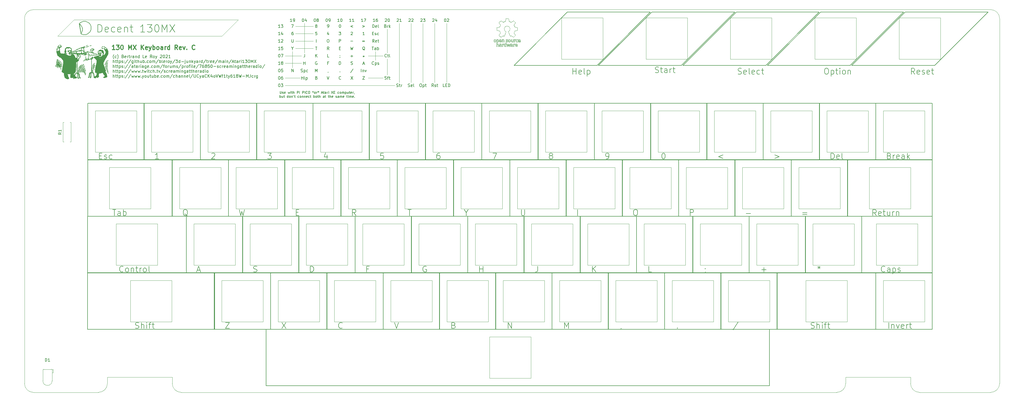
<source format=gbr>
%TF.GenerationSoftware,KiCad,Pcbnew,(5.1.10)-1*%
%TF.CreationDate,2021-09-20T19:48:49-07:00*%
%TF.ProjectId,Atari130MX,41746172-6931-4333-904d-582e6b696361,C*%
%TF.SameCoordinates,Original*%
%TF.FileFunction,Legend,Top*%
%TF.FilePolarity,Positive*%
%FSLAX46Y46*%
G04 Gerber Fmt 4.6, Leading zero omitted, Abs format (unit mm)*
G04 Created by KiCad (PCBNEW (5.1.10)-1) date 2021-09-20 19:48:49*
%MOMM*%
%LPD*%
G01*
G04 APERTURE LIST*
%ADD10C,0.150000*%
%ADD11C,0.300000*%
%TA.AperFunction,Profile*%
%ADD12C,0.050000*%
%TD*%
%ADD13C,0.120000*%
%ADD14C,0.010000*%
%ADD15C,0.090000*%
%ADD16C,0.200000*%
G04 APERTURE END LIST*
D10*
X109141666Y-50421904D02*
X109141666Y-51069523D01*
X109179761Y-51145714D01*
X109217857Y-51183809D01*
X109294047Y-51221904D01*
X109446428Y-51221904D01*
X109522619Y-51183809D01*
X109560714Y-51145714D01*
X109598809Y-51069523D01*
X109598809Y-50421904D01*
X109941666Y-51183809D02*
X110017857Y-51221904D01*
X110170238Y-51221904D01*
X110246428Y-51183809D01*
X110284523Y-51107619D01*
X110284523Y-51069523D01*
X110246428Y-50993333D01*
X110170238Y-50955238D01*
X110055952Y-50955238D01*
X109979761Y-50917142D01*
X109941666Y-50840952D01*
X109941666Y-50802857D01*
X109979761Y-50726666D01*
X110055952Y-50688571D01*
X110170238Y-50688571D01*
X110246428Y-50726666D01*
X110932142Y-51183809D02*
X110855952Y-51221904D01*
X110703571Y-51221904D01*
X110627380Y-51183809D01*
X110589285Y-51107619D01*
X110589285Y-50802857D01*
X110627380Y-50726666D01*
X110703571Y-50688571D01*
X110855952Y-50688571D01*
X110932142Y-50726666D01*
X110970238Y-50802857D01*
X110970238Y-50879047D01*
X110589285Y-50955238D01*
X111846428Y-50688571D02*
X111998809Y-51221904D01*
X112151190Y-50840952D01*
X112303571Y-51221904D01*
X112455952Y-50688571D01*
X112760714Y-51221904D02*
X112760714Y-50688571D01*
X112760714Y-50421904D02*
X112722619Y-50460000D01*
X112760714Y-50498095D01*
X112798809Y-50460000D01*
X112760714Y-50421904D01*
X112760714Y-50498095D01*
X113027380Y-50688571D02*
X113332142Y-50688571D01*
X113141666Y-50421904D02*
X113141666Y-51107619D01*
X113179761Y-51183809D01*
X113255952Y-51221904D01*
X113332142Y-51221904D01*
X113598809Y-51221904D02*
X113598809Y-50421904D01*
X113941666Y-51221904D02*
X113941666Y-50802857D01*
X113903571Y-50726666D01*
X113827380Y-50688571D01*
X113713095Y-50688571D01*
X113636904Y-50726666D01*
X113598809Y-50764761D01*
X114932142Y-51221904D02*
X114932142Y-50421904D01*
X115236904Y-50421904D01*
X115313095Y-50460000D01*
X115351190Y-50498095D01*
X115389285Y-50574285D01*
X115389285Y-50688571D01*
X115351190Y-50764761D01*
X115313095Y-50802857D01*
X115236904Y-50840952D01*
X114932142Y-50840952D01*
X115732142Y-51221904D02*
X115732142Y-50688571D01*
X115732142Y-50421904D02*
X115694047Y-50460000D01*
X115732142Y-50498095D01*
X115770238Y-50460000D01*
X115732142Y-50421904D01*
X115732142Y-50498095D01*
X116722619Y-51221904D02*
X116722619Y-50421904D01*
X117027380Y-50421904D01*
X117103571Y-50460000D01*
X117141666Y-50498095D01*
X117179761Y-50574285D01*
X117179761Y-50688571D01*
X117141666Y-50764761D01*
X117103571Y-50802857D01*
X117027380Y-50840952D01*
X116722619Y-50840952D01*
X117522619Y-51221904D02*
X117522619Y-50421904D01*
X118360714Y-51145714D02*
X118322619Y-51183809D01*
X118208333Y-51221904D01*
X118132142Y-51221904D01*
X118017857Y-51183809D01*
X117941666Y-51107619D01*
X117903571Y-51031428D01*
X117865476Y-50879047D01*
X117865476Y-50764761D01*
X117903571Y-50612380D01*
X117941666Y-50536190D01*
X118017857Y-50460000D01*
X118132142Y-50421904D01*
X118208333Y-50421904D01*
X118322619Y-50460000D01*
X118360714Y-50498095D01*
X118855952Y-50421904D02*
X119008333Y-50421904D01*
X119084523Y-50460000D01*
X119160714Y-50536190D01*
X119198809Y-50688571D01*
X119198809Y-50955238D01*
X119160714Y-51107619D01*
X119084523Y-51183809D01*
X119008333Y-51221904D01*
X118855952Y-51221904D01*
X118779761Y-51183809D01*
X118703571Y-51107619D01*
X118665476Y-50955238D01*
X118665476Y-50688571D01*
X118703571Y-50536190D01*
X118779761Y-50460000D01*
X118855952Y-50421904D01*
X120265476Y-50421904D02*
X120265476Y-50612380D01*
X120075000Y-50536190D02*
X120265476Y-50612380D01*
X120455952Y-50536190D01*
X120151190Y-50764761D02*
X120265476Y-50612380D01*
X120379761Y-50764761D01*
X120875000Y-51221904D02*
X120798809Y-51183809D01*
X120760714Y-51145714D01*
X120722619Y-51069523D01*
X120722619Y-50840952D01*
X120760714Y-50764761D01*
X120798809Y-50726666D01*
X120875000Y-50688571D01*
X120989285Y-50688571D01*
X121065476Y-50726666D01*
X121103571Y-50764761D01*
X121141666Y-50840952D01*
X121141666Y-51069523D01*
X121103571Y-51145714D01*
X121065476Y-51183809D01*
X120989285Y-51221904D01*
X120875000Y-51221904D01*
X121484523Y-51221904D02*
X121484523Y-50688571D01*
X121484523Y-50840952D02*
X121522619Y-50764761D01*
X121560714Y-50726666D01*
X121636904Y-50688571D01*
X121713095Y-50688571D01*
X122094047Y-50421904D02*
X122094047Y-50612380D01*
X121903571Y-50536190D02*
X122094047Y-50612380D01*
X122284523Y-50536190D01*
X121979761Y-50764761D02*
X122094047Y-50612380D01*
X122208333Y-50764761D01*
X123160714Y-50993333D02*
X123541666Y-50993333D01*
X123084523Y-51221904D02*
X123351190Y-50421904D01*
X123617857Y-51221904D01*
X123770238Y-50688571D02*
X124075000Y-50688571D01*
X123884523Y-50421904D02*
X123884523Y-51107619D01*
X123922619Y-51183809D01*
X123998809Y-51221904D01*
X124075000Y-51221904D01*
X124684523Y-51221904D02*
X124684523Y-50802857D01*
X124646428Y-50726666D01*
X124570238Y-50688571D01*
X124417857Y-50688571D01*
X124341666Y-50726666D01*
X124684523Y-51183809D02*
X124608333Y-51221904D01*
X124417857Y-51221904D01*
X124341666Y-51183809D01*
X124303571Y-51107619D01*
X124303571Y-51031428D01*
X124341666Y-50955238D01*
X124417857Y-50917142D01*
X124608333Y-50917142D01*
X124684523Y-50879047D01*
X125065476Y-51221904D02*
X125065476Y-50688571D01*
X125065476Y-50840952D02*
X125103571Y-50764761D01*
X125141666Y-50726666D01*
X125217857Y-50688571D01*
X125294047Y-50688571D01*
X125560714Y-51221904D02*
X125560714Y-50688571D01*
X125560714Y-50421904D02*
X125522619Y-50460000D01*
X125560714Y-50498095D01*
X125598809Y-50460000D01*
X125560714Y-50421904D01*
X125560714Y-50498095D01*
X126475000Y-50421904D02*
X127008333Y-51221904D01*
X127008333Y-50421904D02*
X126475000Y-51221904D01*
X127313095Y-50802857D02*
X127579761Y-50802857D01*
X127694047Y-51221904D02*
X127313095Y-51221904D01*
X127313095Y-50421904D01*
X127694047Y-50421904D01*
X128989285Y-51183809D02*
X128913095Y-51221904D01*
X128760714Y-51221904D01*
X128684523Y-51183809D01*
X128646428Y-51145714D01*
X128608333Y-51069523D01*
X128608333Y-50840952D01*
X128646428Y-50764761D01*
X128684523Y-50726666D01*
X128760714Y-50688571D01*
X128913095Y-50688571D01*
X128989285Y-50726666D01*
X129446428Y-51221904D02*
X129370238Y-51183809D01*
X129332142Y-51145714D01*
X129294047Y-51069523D01*
X129294047Y-50840952D01*
X129332142Y-50764761D01*
X129370238Y-50726666D01*
X129446428Y-50688571D01*
X129560714Y-50688571D01*
X129636904Y-50726666D01*
X129675000Y-50764761D01*
X129713095Y-50840952D01*
X129713095Y-51069523D01*
X129675000Y-51145714D01*
X129636904Y-51183809D01*
X129560714Y-51221904D01*
X129446428Y-51221904D01*
X130055952Y-51221904D02*
X130055952Y-50688571D01*
X130055952Y-50764761D02*
X130094047Y-50726666D01*
X130170238Y-50688571D01*
X130284523Y-50688571D01*
X130360714Y-50726666D01*
X130398809Y-50802857D01*
X130398809Y-51221904D01*
X130398809Y-50802857D02*
X130436904Y-50726666D01*
X130513095Y-50688571D01*
X130627380Y-50688571D01*
X130703571Y-50726666D01*
X130741666Y-50802857D01*
X130741666Y-51221904D01*
X131122619Y-50688571D02*
X131122619Y-51488571D01*
X131122619Y-50726666D02*
X131198809Y-50688571D01*
X131351190Y-50688571D01*
X131427380Y-50726666D01*
X131465476Y-50764761D01*
X131503571Y-50840952D01*
X131503571Y-51069523D01*
X131465476Y-51145714D01*
X131427380Y-51183809D01*
X131351190Y-51221904D01*
X131198809Y-51221904D01*
X131122619Y-51183809D01*
X132189285Y-50688571D02*
X132189285Y-51221904D01*
X131846428Y-50688571D02*
X131846428Y-51107619D01*
X131884523Y-51183809D01*
X131960714Y-51221904D01*
X132075000Y-51221904D01*
X132151190Y-51183809D01*
X132189285Y-51145714D01*
X132455952Y-50688571D02*
X132760714Y-50688571D01*
X132570238Y-50421904D02*
X132570238Y-51107619D01*
X132608333Y-51183809D01*
X132684523Y-51221904D01*
X132760714Y-51221904D01*
X133332142Y-51183809D02*
X133255952Y-51221904D01*
X133103571Y-51221904D01*
X133027380Y-51183809D01*
X132989285Y-51107619D01*
X132989285Y-50802857D01*
X133027380Y-50726666D01*
X133103571Y-50688571D01*
X133255952Y-50688571D01*
X133332142Y-50726666D01*
X133370238Y-50802857D01*
X133370238Y-50879047D01*
X132989285Y-50955238D01*
X133713095Y-51221904D02*
X133713095Y-50688571D01*
X133713095Y-50840952D02*
X133751190Y-50764761D01*
X133789285Y-50726666D01*
X133865476Y-50688571D01*
X133941666Y-50688571D01*
X134246428Y-51183809D02*
X134246428Y-51221904D01*
X134208333Y-51298095D01*
X134170238Y-51336190D01*
X109046428Y-52571904D02*
X109046428Y-51771904D01*
X109046428Y-52076666D02*
X109122619Y-52038571D01*
X109274999Y-52038571D01*
X109351190Y-52076666D01*
X109389285Y-52114761D01*
X109427380Y-52190952D01*
X109427380Y-52419523D01*
X109389285Y-52495714D01*
X109351190Y-52533809D01*
X109274999Y-52571904D01*
X109122619Y-52571904D01*
X109046428Y-52533809D01*
X110113095Y-52038571D02*
X110113095Y-52571904D01*
X109770238Y-52038571D02*
X109770238Y-52457619D01*
X109808333Y-52533809D01*
X109884523Y-52571904D01*
X109998809Y-52571904D01*
X110074999Y-52533809D01*
X110113095Y-52495714D01*
X110379761Y-52038571D02*
X110684523Y-52038571D01*
X110494047Y-51771904D02*
X110494047Y-52457619D01*
X110532142Y-52533809D01*
X110608333Y-52571904D01*
X110684523Y-52571904D01*
X111903571Y-52571904D02*
X111903571Y-51771904D01*
X111903571Y-52533809D02*
X111827380Y-52571904D01*
X111674999Y-52571904D01*
X111598809Y-52533809D01*
X111560714Y-52495714D01*
X111522619Y-52419523D01*
X111522619Y-52190952D01*
X111560714Y-52114761D01*
X111598809Y-52076666D01*
X111674999Y-52038571D01*
X111827380Y-52038571D01*
X111903571Y-52076666D01*
X112398809Y-52571904D02*
X112322619Y-52533809D01*
X112284523Y-52495714D01*
X112246428Y-52419523D01*
X112246428Y-52190952D01*
X112284523Y-52114761D01*
X112322619Y-52076666D01*
X112398809Y-52038571D01*
X112513095Y-52038571D01*
X112589285Y-52076666D01*
X112627380Y-52114761D01*
X112665476Y-52190952D01*
X112665476Y-52419523D01*
X112627380Y-52495714D01*
X112589285Y-52533809D01*
X112513095Y-52571904D01*
X112398809Y-52571904D01*
X113008333Y-52038571D02*
X113008333Y-52571904D01*
X113008333Y-52114761D02*
X113046428Y-52076666D01*
X113122619Y-52038571D01*
X113236904Y-52038571D01*
X113313095Y-52076666D01*
X113351190Y-52152857D01*
X113351190Y-52571904D01*
X113770238Y-51771904D02*
X113694047Y-51924285D01*
X113998809Y-52038571D02*
X114303571Y-52038571D01*
X114113095Y-51771904D02*
X114113095Y-52457619D01*
X114151190Y-52533809D01*
X114227380Y-52571904D01*
X114303571Y-52571904D01*
X115522619Y-52533809D02*
X115446428Y-52571904D01*
X115294047Y-52571904D01*
X115217857Y-52533809D01*
X115179761Y-52495714D01*
X115141666Y-52419523D01*
X115141666Y-52190952D01*
X115179761Y-52114761D01*
X115217857Y-52076666D01*
X115294047Y-52038571D01*
X115446428Y-52038571D01*
X115522619Y-52076666D01*
X115979761Y-52571904D02*
X115903571Y-52533809D01*
X115865476Y-52495714D01*
X115827380Y-52419523D01*
X115827380Y-52190952D01*
X115865476Y-52114761D01*
X115903571Y-52076666D01*
X115979761Y-52038571D01*
X116094047Y-52038571D01*
X116170238Y-52076666D01*
X116208333Y-52114761D01*
X116246428Y-52190952D01*
X116246428Y-52419523D01*
X116208333Y-52495714D01*
X116170238Y-52533809D01*
X116094047Y-52571904D01*
X115979761Y-52571904D01*
X116589285Y-52038571D02*
X116589285Y-52571904D01*
X116589285Y-52114761D02*
X116627380Y-52076666D01*
X116703571Y-52038571D01*
X116817857Y-52038571D01*
X116894047Y-52076666D01*
X116932142Y-52152857D01*
X116932142Y-52571904D01*
X117313095Y-52038571D02*
X117313095Y-52571904D01*
X117313095Y-52114761D02*
X117351190Y-52076666D01*
X117427380Y-52038571D01*
X117541666Y-52038571D01*
X117617857Y-52076666D01*
X117655952Y-52152857D01*
X117655952Y-52571904D01*
X118341666Y-52533809D02*
X118265476Y-52571904D01*
X118113095Y-52571904D01*
X118036904Y-52533809D01*
X117998809Y-52457619D01*
X117998809Y-52152857D01*
X118036904Y-52076666D01*
X118113095Y-52038571D01*
X118265476Y-52038571D01*
X118341666Y-52076666D01*
X118379761Y-52152857D01*
X118379761Y-52229047D01*
X117998809Y-52305238D01*
X119065476Y-52533809D02*
X118989285Y-52571904D01*
X118836904Y-52571904D01*
X118760714Y-52533809D01*
X118722619Y-52495714D01*
X118684523Y-52419523D01*
X118684523Y-52190952D01*
X118722619Y-52114761D01*
X118760714Y-52076666D01*
X118836904Y-52038571D01*
X118989285Y-52038571D01*
X119065476Y-52076666D01*
X119294047Y-52038571D02*
X119598809Y-52038571D01*
X119408333Y-51771904D02*
X119408333Y-52457619D01*
X119446428Y-52533809D01*
X119522619Y-52571904D01*
X119598809Y-52571904D01*
X120474999Y-52571904D02*
X120474999Y-51771904D01*
X120474999Y-52076666D02*
X120551190Y-52038571D01*
X120703571Y-52038571D01*
X120779761Y-52076666D01*
X120817857Y-52114761D01*
X120855952Y-52190952D01*
X120855952Y-52419523D01*
X120817857Y-52495714D01*
X120779761Y-52533809D01*
X120703571Y-52571904D01*
X120551190Y-52571904D01*
X120474999Y-52533809D01*
X121313095Y-52571904D02*
X121236904Y-52533809D01*
X121198809Y-52495714D01*
X121160714Y-52419523D01*
X121160714Y-52190952D01*
X121198809Y-52114761D01*
X121236904Y-52076666D01*
X121313095Y-52038571D01*
X121427380Y-52038571D01*
X121503571Y-52076666D01*
X121541666Y-52114761D01*
X121579761Y-52190952D01*
X121579761Y-52419523D01*
X121541666Y-52495714D01*
X121503571Y-52533809D01*
X121427380Y-52571904D01*
X121313095Y-52571904D01*
X121808333Y-52038571D02*
X122113095Y-52038571D01*
X121922619Y-51771904D02*
X121922619Y-52457619D01*
X121960714Y-52533809D01*
X122036904Y-52571904D01*
X122113095Y-52571904D01*
X122379761Y-52571904D02*
X122379761Y-51771904D01*
X122722619Y-52571904D02*
X122722619Y-52152857D01*
X122684523Y-52076666D01*
X122608333Y-52038571D01*
X122494047Y-52038571D01*
X122417857Y-52076666D01*
X122379761Y-52114761D01*
X124055952Y-52571904D02*
X124055952Y-52152857D01*
X124017857Y-52076666D01*
X123941666Y-52038571D01*
X123789285Y-52038571D01*
X123713095Y-52076666D01*
X124055952Y-52533809D02*
X123979761Y-52571904D01*
X123789285Y-52571904D01*
X123713095Y-52533809D01*
X123674999Y-52457619D01*
X123674999Y-52381428D01*
X123713095Y-52305238D01*
X123789285Y-52267142D01*
X123979761Y-52267142D01*
X124055952Y-52229047D01*
X124322619Y-52038571D02*
X124627380Y-52038571D01*
X124436904Y-51771904D02*
X124436904Y-52457619D01*
X124474999Y-52533809D01*
X124551190Y-52571904D01*
X124627380Y-52571904D01*
X125389285Y-52038571D02*
X125694047Y-52038571D01*
X125503571Y-51771904D02*
X125503571Y-52457619D01*
X125541666Y-52533809D01*
X125617857Y-52571904D01*
X125694047Y-52571904D01*
X125960714Y-52571904D02*
X125960714Y-51771904D01*
X126303571Y-52571904D02*
X126303571Y-52152857D01*
X126265476Y-52076666D01*
X126189285Y-52038571D01*
X126074999Y-52038571D01*
X125998809Y-52076666D01*
X125960714Y-52114761D01*
X126989285Y-52533809D02*
X126913095Y-52571904D01*
X126760714Y-52571904D01*
X126684523Y-52533809D01*
X126646428Y-52457619D01*
X126646428Y-52152857D01*
X126684523Y-52076666D01*
X126760714Y-52038571D01*
X126913095Y-52038571D01*
X126989285Y-52076666D01*
X127027380Y-52152857D01*
X127027380Y-52229047D01*
X126646428Y-52305238D01*
X127941666Y-52533809D02*
X128017857Y-52571904D01*
X128170238Y-52571904D01*
X128246428Y-52533809D01*
X128284523Y-52457619D01*
X128284523Y-52419523D01*
X128246428Y-52343333D01*
X128170238Y-52305238D01*
X128055952Y-52305238D01*
X127979761Y-52267142D01*
X127941666Y-52190952D01*
X127941666Y-52152857D01*
X127979761Y-52076666D01*
X128055952Y-52038571D01*
X128170238Y-52038571D01*
X128246428Y-52076666D01*
X128970238Y-52571904D02*
X128970238Y-52152857D01*
X128932142Y-52076666D01*
X128855952Y-52038571D01*
X128703571Y-52038571D01*
X128627380Y-52076666D01*
X128970238Y-52533809D02*
X128894047Y-52571904D01*
X128703571Y-52571904D01*
X128627380Y-52533809D01*
X128589285Y-52457619D01*
X128589285Y-52381428D01*
X128627380Y-52305238D01*
X128703571Y-52267142D01*
X128894047Y-52267142D01*
X128970238Y-52229047D01*
X129351190Y-52571904D02*
X129351190Y-52038571D01*
X129351190Y-52114761D02*
X129389285Y-52076666D01*
X129465476Y-52038571D01*
X129579761Y-52038571D01*
X129655952Y-52076666D01*
X129694047Y-52152857D01*
X129694047Y-52571904D01*
X129694047Y-52152857D02*
X129732142Y-52076666D01*
X129808333Y-52038571D01*
X129922619Y-52038571D01*
X129998809Y-52076666D01*
X130036904Y-52152857D01*
X130036904Y-52571904D01*
X130722619Y-52533809D02*
X130646428Y-52571904D01*
X130494047Y-52571904D01*
X130417857Y-52533809D01*
X130379761Y-52457619D01*
X130379761Y-52152857D01*
X130417857Y-52076666D01*
X130494047Y-52038571D01*
X130646428Y-52038571D01*
X130722619Y-52076666D01*
X130760714Y-52152857D01*
X130760714Y-52229047D01*
X130379761Y-52305238D01*
X131598809Y-52038571D02*
X131903571Y-52038571D01*
X131713095Y-51771904D02*
X131713095Y-52457619D01*
X131751190Y-52533809D01*
X131827380Y-52571904D01*
X131903571Y-52571904D01*
X132170238Y-52571904D02*
X132170238Y-52038571D01*
X132170238Y-51771904D02*
X132132142Y-51810000D01*
X132170238Y-51848095D01*
X132208333Y-51810000D01*
X132170238Y-51771904D01*
X132170238Y-51848095D01*
X132551190Y-52571904D02*
X132551190Y-52038571D01*
X132551190Y-52114761D02*
X132589285Y-52076666D01*
X132665476Y-52038571D01*
X132779761Y-52038571D01*
X132855952Y-52076666D01*
X132894047Y-52152857D01*
X132894047Y-52571904D01*
X132894047Y-52152857D02*
X132932142Y-52076666D01*
X133008333Y-52038571D01*
X133122619Y-52038571D01*
X133198809Y-52076666D01*
X133236904Y-52152857D01*
X133236904Y-52571904D01*
X133922619Y-52533809D02*
X133846428Y-52571904D01*
X133694047Y-52571904D01*
X133617857Y-52533809D01*
X133579761Y-52457619D01*
X133579761Y-52152857D01*
X133617857Y-52076666D01*
X133694047Y-52038571D01*
X133846428Y-52038571D01*
X133922619Y-52076666D01*
X133960714Y-52152857D01*
X133960714Y-52229047D01*
X133579761Y-52305238D01*
X134303571Y-52495714D02*
X134341666Y-52533809D01*
X134303571Y-52571904D01*
X134265476Y-52533809D01*
X134303571Y-52495714D01*
X134303571Y-52571904D01*
D11*
X53358571Y-36338571D02*
X52501428Y-36338571D01*
X52930000Y-36338571D02*
X52930000Y-34838571D01*
X52787142Y-35052857D01*
X52644285Y-35195714D01*
X52501428Y-35267142D01*
X53858571Y-34838571D02*
X54787142Y-34838571D01*
X54287142Y-35410000D01*
X54501428Y-35410000D01*
X54644285Y-35481428D01*
X54715714Y-35552857D01*
X54787142Y-35695714D01*
X54787142Y-36052857D01*
X54715714Y-36195714D01*
X54644285Y-36267142D01*
X54501428Y-36338571D01*
X54072857Y-36338571D01*
X53930000Y-36267142D01*
X53858571Y-36195714D01*
X55715714Y-34838571D02*
X55858571Y-34838571D01*
X56001428Y-34910000D01*
X56072857Y-34981428D01*
X56144285Y-35124285D01*
X56215714Y-35410000D01*
X56215714Y-35767142D01*
X56144285Y-36052857D01*
X56072857Y-36195714D01*
X56001428Y-36267142D01*
X55858571Y-36338571D01*
X55715714Y-36338571D01*
X55572857Y-36267142D01*
X55501428Y-36195714D01*
X55430000Y-36052857D01*
X55358571Y-35767142D01*
X55358571Y-35410000D01*
X55430000Y-35124285D01*
X55501428Y-34981428D01*
X55572857Y-34910000D01*
X55715714Y-34838571D01*
X58001428Y-36338571D02*
X58001428Y-34838571D01*
X58501428Y-35910000D01*
X59001428Y-34838571D01*
X59001428Y-36338571D01*
X59572857Y-34838571D02*
X60572857Y-36338571D01*
X60572857Y-34838571D02*
X59572857Y-36338571D01*
X62287142Y-36338571D02*
X62287142Y-34838571D01*
X63144285Y-36338571D02*
X62501428Y-35481428D01*
X63144285Y-34838571D02*
X62287142Y-35695714D01*
X64358571Y-36267142D02*
X64215714Y-36338571D01*
X63930000Y-36338571D01*
X63787142Y-36267142D01*
X63715714Y-36124285D01*
X63715714Y-35552857D01*
X63787142Y-35410000D01*
X63930000Y-35338571D01*
X64215714Y-35338571D01*
X64358571Y-35410000D01*
X64430000Y-35552857D01*
X64430000Y-35695714D01*
X63715714Y-35838571D01*
X64930000Y-35338571D02*
X65287142Y-36338571D01*
X65644285Y-35338571D02*
X65287142Y-36338571D01*
X65144285Y-36695714D01*
X65072857Y-36767142D01*
X64930000Y-36838571D01*
X66215714Y-36338571D02*
X66215714Y-34838571D01*
X66215714Y-35410000D02*
X66358571Y-35338571D01*
X66644285Y-35338571D01*
X66787142Y-35410000D01*
X66858571Y-35481428D01*
X66930000Y-35624285D01*
X66930000Y-36052857D01*
X66858571Y-36195714D01*
X66787142Y-36267142D01*
X66644285Y-36338571D01*
X66358571Y-36338571D01*
X66215714Y-36267142D01*
X67787142Y-36338571D02*
X67644285Y-36267142D01*
X67572857Y-36195714D01*
X67501428Y-36052857D01*
X67501428Y-35624285D01*
X67572857Y-35481428D01*
X67644285Y-35410000D01*
X67787142Y-35338571D01*
X68001428Y-35338571D01*
X68144285Y-35410000D01*
X68215714Y-35481428D01*
X68287142Y-35624285D01*
X68287142Y-36052857D01*
X68215714Y-36195714D01*
X68144285Y-36267142D01*
X68001428Y-36338571D01*
X67787142Y-36338571D01*
X69572857Y-36338571D02*
X69572857Y-35552857D01*
X69501428Y-35410000D01*
X69358571Y-35338571D01*
X69072857Y-35338571D01*
X68930000Y-35410000D01*
X69572857Y-36267142D02*
X69430000Y-36338571D01*
X69072857Y-36338571D01*
X68930000Y-36267142D01*
X68858571Y-36124285D01*
X68858571Y-35981428D01*
X68930000Y-35838571D01*
X69072857Y-35767142D01*
X69430000Y-35767142D01*
X69572857Y-35695714D01*
X70287142Y-36338571D02*
X70287142Y-35338571D01*
X70287142Y-35624285D02*
X70358571Y-35481428D01*
X70430000Y-35410000D01*
X70572857Y-35338571D01*
X70715714Y-35338571D01*
X71858571Y-36338571D02*
X71858571Y-34838571D01*
X71858571Y-36267142D02*
X71715714Y-36338571D01*
X71430000Y-36338571D01*
X71287142Y-36267142D01*
X71215714Y-36195714D01*
X71144285Y-36052857D01*
X71144285Y-35624285D01*
X71215714Y-35481428D01*
X71287142Y-35410000D01*
X71430000Y-35338571D01*
X71715714Y-35338571D01*
X71858571Y-35410000D01*
X74572857Y-36338571D02*
X74072857Y-35624285D01*
X73715714Y-36338571D02*
X73715714Y-34838571D01*
X74287142Y-34838571D01*
X74430000Y-34910000D01*
X74501428Y-34981428D01*
X74572857Y-35124285D01*
X74572857Y-35338571D01*
X74501428Y-35481428D01*
X74430000Y-35552857D01*
X74287142Y-35624285D01*
X73715714Y-35624285D01*
X75787142Y-36267142D02*
X75644285Y-36338571D01*
X75358571Y-36338571D01*
X75215714Y-36267142D01*
X75144285Y-36124285D01*
X75144285Y-35552857D01*
X75215714Y-35410000D01*
X75358571Y-35338571D01*
X75644285Y-35338571D01*
X75787142Y-35410000D01*
X75858571Y-35552857D01*
X75858571Y-35695714D01*
X75144285Y-35838571D01*
X76358571Y-35338571D02*
X76715714Y-36338571D01*
X77072857Y-35338571D01*
X77644285Y-36195714D02*
X77715714Y-36267142D01*
X77644285Y-36338571D01*
X77572857Y-36267142D01*
X77644285Y-36195714D01*
X77644285Y-36338571D01*
X80358571Y-36195714D02*
X80287142Y-36267142D01*
X80072857Y-36338571D01*
X79930000Y-36338571D01*
X79715714Y-36267142D01*
X79572857Y-36124285D01*
X79501428Y-35981428D01*
X79430000Y-35695714D01*
X79430000Y-35481428D01*
X79501428Y-35195714D01*
X79572857Y-35052857D01*
X79715714Y-34910000D01*
X79930000Y-34838571D01*
X80072857Y-34838571D01*
X80287142Y-34910000D01*
X80358571Y-34981428D01*
D10*
X53081309Y-39543333D02*
X53033690Y-39495714D01*
X52938452Y-39352857D01*
X52890833Y-39257619D01*
X52843214Y-39114761D01*
X52795595Y-38876666D01*
X52795595Y-38686190D01*
X52843214Y-38448095D01*
X52890833Y-38305238D01*
X52938452Y-38210000D01*
X53033690Y-38067142D01*
X53081309Y-38019523D01*
X53890833Y-39114761D02*
X53795595Y-39162380D01*
X53605119Y-39162380D01*
X53509880Y-39114761D01*
X53462261Y-39067142D01*
X53414642Y-38971904D01*
X53414642Y-38686190D01*
X53462261Y-38590952D01*
X53509880Y-38543333D01*
X53605119Y-38495714D01*
X53795595Y-38495714D01*
X53890833Y-38543333D01*
X54224166Y-39543333D02*
X54271785Y-39495714D01*
X54367023Y-39352857D01*
X54414642Y-39257619D01*
X54462261Y-39114761D01*
X54509880Y-38876666D01*
X54509880Y-38686190D01*
X54462261Y-38448095D01*
X54414642Y-38305238D01*
X54367023Y-38210000D01*
X54271785Y-38067142D01*
X54224166Y-38019523D01*
X56081309Y-38638571D02*
X56224166Y-38686190D01*
X56271785Y-38733809D01*
X56319404Y-38829047D01*
X56319404Y-38971904D01*
X56271785Y-39067142D01*
X56224166Y-39114761D01*
X56128928Y-39162380D01*
X55747976Y-39162380D01*
X55747976Y-38162380D01*
X56081309Y-38162380D01*
X56176547Y-38210000D01*
X56224166Y-38257619D01*
X56271785Y-38352857D01*
X56271785Y-38448095D01*
X56224166Y-38543333D01*
X56176547Y-38590952D01*
X56081309Y-38638571D01*
X55747976Y-38638571D01*
X57128928Y-39114761D02*
X57033690Y-39162380D01*
X56843214Y-39162380D01*
X56747976Y-39114761D01*
X56700357Y-39019523D01*
X56700357Y-38638571D01*
X56747976Y-38543333D01*
X56843214Y-38495714D01*
X57033690Y-38495714D01*
X57128928Y-38543333D01*
X57176547Y-38638571D01*
X57176547Y-38733809D01*
X56700357Y-38829047D01*
X57605119Y-39162380D02*
X57605119Y-38495714D01*
X57605119Y-38686190D02*
X57652738Y-38590952D01*
X57700357Y-38543333D01*
X57795595Y-38495714D01*
X57890833Y-38495714D01*
X58081309Y-38495714D02*
X58462261Y-38495714D01*
X58224166Y-38162380D02*
X58224166Y-39019523D01*
X58271785Y-39114761D01*
X58367023Y-39162380D01*
X58462261Y-39162380D01*
X58795595Y-39162380D02*
X58795595Y-38495714D01*
X58795595Y-38686190D02*
X58843214Y-38590952D01*
X58890833Y-38543333D01*
X58986071Y-38495714D01*
X59081309Y-38495714D01*
X59843214Y-39162380D02*
X59843214Y-38638571D01*
X59795595Y-38543333D01*
X59700357Y-38495714D01*
X59509880Y-38495714D01*
X59414642Y-38543333D01*
X59843214Y-39114761D02*
X59747976Y-39162380D01*
X59509880Y-39162380D01*
X59414642Y-39114761D01*
X59367023Y-39019523D01*
X59367023Y-38924285D01*
X59414642Y-38829047D01*
X59509880Y-38781428D01*
X59747976Y-38781428D01*
X59843214Y-38733809D01*
X60319404Y-38495714D02*
X60319404Y-39162380D01*
X60319404Y-38590952D02*
X60367023Y-38543333D01*
X60462261Y-38495714D01*
X60605119Y-38495714D01*
X60700357Y-38543333D01*
X60747976Y-38638571D01*
X60747976Y-39162380D01*
X61652738Y-39162380D02*
X61652738Y-38162380D01*
X61652738Y-39114761D02*
X61557500Y-39162380D01*
X61367023Y-39162380D01*
X61271785Y-39114761D01*
X61224166Y-39067142D01*
X61176547Y-38971904D01*
X61176547Y-38686190D01*
X61224166Y-38590952D01*
X61271785Y-38543333D01*
X61367023Y-38495714D01*
X61557500Y-38495714D01*
X61652738Y-38543333D01*
X63367023Y-39162380D02*
X62890833Y-39162380D01*
X62890833Y-38162380D01*
X64081309Y-39114761D02*
X63986071Y-39162380D01*
X63795595Y-39162380D01*
X63700357Y-39114761D01*
X63652738Y-39019523D01*
X63652738Y-38638571D01*
X63700357Y-38543333D01*
X63795595Y-38495714D01*
X63986071Y-38495714D01*
X64081309Y-38543333D01*
X64128928Y-38638571D01*
X64128928Y-38733809D01*
X63652738Y-38829047D01*
X65890833Y-39162380D02*
X65557500Y-38686190D01*
X65319404Y-39162380D02*
X65319404Y-38162380D01*
X65700357Y-38162380D01*
X65795595Y-38210000D01*
X65843214Y-38257619D01*
X65890833Y-38352857D01*
X65890833Y-38495714D01*
X65843214Y-38590952D01*
X65795595Y-38638571D01*
X65700357Y-38686190D01*
X65319404Y-38686190D01*
X66462261Y-39162380D02*
X66367023Y-39114761D01*
X66319404Y-39067142D01*
X66271785Y-38971904D01*
X66271785Y-38686190D01*
X66319404Y-38590952D01*
X66367023Y-38543333D01*
X66462261Y-38495714D01*
X66605119Y-38495714D01*
X66700357Y-38543333D01*
X66747976Y-38590952D01*
X66795595Y-38686190D01*
X66795595Y-38971904D01*
X66747976Y-39067142D01*
X66700357Y-39114761D01*
X66605119Y-39162380D01*
X66462261Y-39162380D01*
X67128928Y-38495714D02*
X67367023Y-39162380D01*
X67605119Y-38495714D02*
X67367023Y-39162380D01*
X67271785Y-39400476D01*
X67224166Y-39448095D01*
X67128928Y-39495714D01*
X68700357Y-38257619D02*
X68747976Y-38210000D01*
X68843214Y-38162380D01*
X69081309Y-38162380D01*
X69176547Y-38210000D01*
X69224166Y-38257619D01*
X69271785Y-38352857D01*
X69271785Y-38448095D01*
X69224166Y-38590952D01*
X68652738Y-39162380D01*
X69271785Y-39162380D01*
X69890833Y-38162380D02*
X69986071Y-38162380D01*
X70081309Y-38210000D01*
X70128928Y-38257619D01*
X70176547Y-38352857D01*
X70224166Y-38543333D01*
X70224166Y-38781428D01*
X70176547Y-38971904D01*
X70128928Y-39067142D01*
X70081309Y-39114761D01*
X69986071Y-39162380D01*
X69890833Y-39162380D01*
X69795595Y-39114761D01*
X69747976Y-39067142D01*
X69700357Y-38971904D01*
X69652738Y-38781428D01*
X69652738Y-38543333D01*
X69700357Y-38352857D01*
X69747976Y-38257619D01*
X69795595Y-38210000D01*
X69890833Y-38162380D01*
X70605119Y-38257619D02*
X70652738Y-38210000D01*
X70747976Y-38162380D01*
X70986071Y-38162380D01*
X71081309Y-38210000D01*
X71128928Y-38257619D01*
X71176547Y-38352857D01*
X71176547Y-38448095D01*
X71128928Y-38590952D01*
X70557500Y-39162380D01*
X71176547Y-39162380D01*
X72128928Y-39162380D02*
X71557500Y-39162380D01*
X71843214Y-39162380D02*
X71843214Y-38162380D01*
X71747976Y-38305238D01*
X71652738Y-38400476D01*
X71557500Y-38448095D01*
X52795595Y-40812380D02*
X52795595Y-39812380D01*
X53224166Y-40812380D02*
X53224166Y-40288571D01*
X53176547Y-40193333D01*
X53081309Y-40145714D01*
X52938452Y-40145714D01*
X52843214Y-40193333D01*
X52795595Y-40240952D01*
X53557500Y-40145714D02*
X53938452Y-40145714D01*
X53700357Y-39812380D02*
X53700357Y-40669523D01*
X53747976Y-40764761D01*
X53843214Y-40812380D01*
X53938452Y-40812380D01*
X54128928Y-40145714D02*
X54509880Y-40145714D01*
X54271785Y-39812380D02*
X54271785Y-40669523D01*
X54319404Y-40764761D01*
X54414642Y-40812380D01*
X54509880Y-40812380D01*
X54843214Y-40145714D02*
X54843214Y-41145714D01*
X54843214Y-40193333D02*
X54938452Y-40145714D01*
X55128928Y-40145714D01*
X55224166Y-40193333D01*
X55271785Y-40240952D01*
X55319404Y-40336190D01*
X55319404Y-40621904D01*
X55271785Y-40717142D01*
X55224166Y-40764761D01*
X55128928Y-40812380D01*
X54938452Y-40812380D01*
X54843214Y-40764761D01*
X55700357Y-40764761D02*
X55795595Y-40812380D01*
X55986071Y-40812380D01*
X56081309Y-40764761D01*
X56128928Y-40669523D01*
X56128928Y-40621904D01*
X56081309Y-40526666D01*
X55986071Y-40479047D01*
X55843214Y-40479047D01*
X55747976Y-40431428D01*
X55700357Y-40336190D01*
X55700357Y-40288571D01*
X55747976Y-40193333D01*
X55843214Y-40145714D01*
X55986071Y-40145714D01*
X56081309Y-40193333D01*
X56557500Y-40717142D02*
X56605119Y-40764761D01*
X56557500Y-40812380D01*
X56509880Y-40764761D01*
X56557500Y-40717142D01*
X56557500Y-40812380D01*
X56557500Y-40193333D02*
X56605119Y-40240952D01*
X56557500Y-40288571D01*
X56509880Y-40240952D01*
X56557500Y-40193333D01*
X56557500Y-40288571D01*
X57747976Y-39764761D02*
X56890833Y-41050476D01*
X58795595Y-39764761D02*
X57938452Y-41050476D01*
X59557500Y-40145714D02*
X59557500Y-40955238D01*
X59509880Y-41050476D01*
X59462261Y-41098095D01*
X59367023Y-41145714D01*
X59224166Y-41145714D01*
X59128928Y-41098095D01*
X59557500Y-40764761D02*
X59462261Y-40812380D01*
X59271785Y-40812380D01*
X59176547Y-40764761D01*
X59128928Y-40717142D01*
X59081309Y-40621904D01*
X59081309Y-40336190D01*
X59128928Y-40240952D01*
X59176547Y-40193333D01*
X59271785Y-40145714D01*
X59462261Y-40145714D01*
X59557500Y-40193333D01*
X60033690Y-40812380D02*
X60033690Y-40145714D01*
X60033690Y-39812380D02*
X59986071Y-39860000D01*
X60033690Y-39907619D01*
X60081309Y-39860000D01*
X60033690Y-39812380D01*
X60033690Y-39907619D01*
X60367023Y-40145714D02*
X60747976Y-40145714D01*
X60509880Y-39812380D02*
X60509880Y-40669523D01*
X60557500Y-40764761D01*
X60652738Y-40812380D01*
X60747976Y-40812380D01*
X61081309Y-40812380D02*
X61081309Y-39812380D01*
X61509880Y-40812380D02*
X61509880Y-40288571D01*
X61462261Y-40193333D01*
X61367023Y-40145714D01*
X61224166Y-40145714D01*
X61128928Y-40193333D01*
X61081309Y-40240952D01*
X62414642Y-40145714D02*
X62414642Y-40812380D01*
X61986071Y-40145714D02*
X61986071Y-40669523D01*
X62033690Y-40764761D01*
X62128928Y-40812380D01*
X62271785Y-40812380D01*
X62367023Y-40764761D01*
X62414642Y-40717142D01*
X62890833Y-40812380D02*
X62890833Y-39812380D01*
X62890833Y-40193333D02*
X62986071Y-40145714D01*
X63176547Y-40145714D01*
X63271785Y-40193333D01*
X63319404Y-40240952D01*
X63367023Y-40336190D01*
X63367023Y-40621904D01*
X63319404Y-40717142D01*
X63271785Y-40764761D01*
X63176547Y-40812380D01*
X62986071Y-40812380D01*
X62890833Y-40764761D01*
X63795595Y-40717142D02*
X63843214Y-40764761D01*
X63795595Y-40812380D01*
X63747976Y-40764761D01*
X63795595Y-40717142D01*
X63795595Y-40812380D01*
X64700357Y-40764761D02*
X64605119Y-40812380D01*
X64414642Y-40812380D01*
X64319404Y-40764761D01*
X64271785Y-40717142D01*
X64224166Y-40621904D01*
X64224166Y-40336190D01*
X64271785Y-40240952D01*
X64319404Y-40193333D01*
X64414642Y-40145714D01*
X64605119Y-40145714D01*
X64700357Y-40193333D01*
X65271785Y-40812380D02*
X65176547Y-40764761D01*
X65128928Y-40717142D01*
X65081309Y-40621904D01*
X65081309Y-40336190D01*
X65128928Y-40240952D01*
X65176547Y-40193333D01*
X65271785Y-40145714D01*
X65414642Y-40145714D01*
X65509880Y-40193333D01*
X65557500Y-40240952D01*
X65605119Y-40336190D01*
X65605119Y-40621904D01*
X65557500Y-40717142D01*
X65509880Y-40764761D01*
X65414642Y-40812380D01*
X65271785Y-40812380D01*
X66033690Y-40812380D02*
X66033690Y-40145714D01*
X66033690Y-40240952D02*
X66081309Y-40193333D01*
X66176547Y-40145714D01*
X66319404Y-40145714D01*
X66414642Y-40193333D01*
X66462261Y-40288571D01*
X66462261Y-40812380D01*
X66462261Y-40288571D02*
X66509880Y-40193333D01*
X66605119Y-40145714D01*
X66747976Y-40145714D01*
X66843214Y-40193333D01*
X66890833Y-40288571D01*
X66890833Y-40812380D01*
X68081309Y-39764761D02*
X67224166Y-41050476D01*
X68414642Y-40812380D02*
X68414642Y-39812380D01*
X68414642Y-40193333D02*
X68509880Y-40145714D01*
X68700357Y-40145714D01*
X68795595Y-40193333D01*
X68843214Y-40240952D01*
X68890833Y-40336190D01*
X68890833Y-40621904D01*
X68843214Y-40717142D01*
X68795595Y-40764761D01*
X68700357Y-40812380D01*
X68509880Y-40812380D01*
X68414642Y-40764761D01*
X69462261Y-40812380D02*
X69367023Y-40764761D01*
X69319404Y-40669523D01*
X69319404Y-39812380D01*
X70224166Y-40764761D02*
X70128928Y-40812380D01*
X69938452Y-40812380D01*
X69843214Y-40764761D01*
X69795595Y-40669523D01*
X69795595Y-40288571D01*
X69843214Y-40193333D01*
X69938452Y-40145714D01*
X70128928Y-40145714D01*
X70224166Y-40193333D01*
X70271785Y-40288571D01*
X70271785Y-40383809D01*
X69795595Y-40479047D01*
X70700357Y-40812380D02*
X70700357Y-40145714D01*
X70700357Y-40336190D02*
X70747976Y-40240952D01*
X70795595Y-40193333D01*
X70890833Y-40145714D01*
X70986071Y-40145714D01*
X71462261Y-40812380D02*
X71367023Y-40764761D01*
X71319404Y-40717142D01*
X71271785Y-40621904D01*
X71271785Y-40336190D01*
X71319404Y-40240952D01*
X71367023Y-40193333D01*
X71462261Y-40145714D01*
X71605119Y-40145714D01*
X71700357Y-40193333D01*
X71747976Y-40240952D01*
X71795595Y-40336190D01*
X71795595Y-40621904D01*
X71747976Y-40717142D01*
X71700357Y-40764761D01*
X71605119Y-40812380D01*
X71462261Y-40812380D01*
X72128928Y-40145714D02*
X72367023Y-40812380D01*
X72605119Y-40145714D02*
X72367023Y-40812380D01*
X72271785Y-41050476D01*
X72224166Y-41098095D01*
X72128928Y-41145714D01*
X73700357Y-39764761D02*
X72843214Y-41050476D01*
X73938452Y-39812380D02*
X74557500Y-39812380D01*
X74224166Y-40193333D01*
X74367023Y-40193333D01*
X74462261Y-40240952D01*
X74509880Y-40288571D01*
X74557500Y-40383809D01*
X74557500Y-40621904D01*
X74509880Y-40717142D01*
X74462261Y-40764761D01*
X74367023Y-40812380D01*
X74081309Y-40812380D01*
X73986071Y-40764761D01*
X73938452Y-40717142D01*
X75414642Y-40812380D02*
X75414642Y-39812380D01*
X75414642Y-40764761D02*
X75319404Y-40812380D01*
X75128928Y-40812380D01*
X75033690Y-40764761D01*
X74986071Y-40717142D01*
X74938452Y-40621904D01*
X74938452Y-40336190D01*
X74986071Y-40240952D01*
X75033690Y-40193333D01*
X75128928Y-40145714D01*
X75319404Y-40145714D01*
X75414642Y-40193333D01*
X75890833Y-40431428D02*
X76652738Y-40431428D01*
X77128928Y-40145714D02*
X77128928Y-41002857D01*
X77081309Y-41098095D01*
X76986071Y-41145714D01*
X76938452Y-41145714D01*
X77128928Y-39812380D02*
X77081309Y-39860000D01*
X77128928Y-39907619D01*
X77176547Y-39860000D01*
X77128928Y-39812380D01*
X77128928Y-39907619D01*
X78033690Y-40145714D02*
X78033690Y-40812380D01*
X77605119Y-40145714D02*
X77605119Y-40669523D01*
X77652738Y-40764761D01*
X77747976Y-40812380D01*
X77890833Y-40812380D01*
X77986071Y-40764761D01*
X78033690Y-40717142D01*
X78509880Y-40145714D02*
X78509880Y-40812380D01*
X78509880Y-40240952D02*
X78557500Y-40193333D01*
X78652738Y-40145714D01*
X78795595Y-40145714D01*
X78890833Y-40193333D01*
X78938452Y-40288571D01*
X78938452Y-40812380D01*
X79414642Y-40812380D02*
X79414642Y-39812380D01*
X79509880Y-40431428D02*
X79795595Y-40812380D01*
X79795595Y-40145714D02*
X79414642Y-40526666D01*
X80128928Y-40145714D02*
X80367023Y-40812380D01*
X80605119Y-40145714D02*
X80367023Y-40812380D01*
X80271785Y-41050476D01*
X80224166Y-41098095D01*
X80128928Y-41145714D01*
X81414642Y-40812380D02*
X81414642Y-40288571D01*
X81367023Y-40193333D01*
X81271785Y-40145714D01*
X81081309Y-40145714D01*
X80986071Y-40193333D01*
X81414642Y-40764761D02*
X81319404Y-40812380D01*
X81081309Y-40812380D01*
X80986071Y-40764761D01*
X80938452Y-40669523D01*
X80938452Y-40574285D01*
X80986071Y-40479047D01*
X81081309Y-40431428D01*
X81319404Y-40431428D01*
X81414642Y-40383809D01*
X81890833Y-40812380D02*
X81890833Y-40145714D01*
X81890833Y-40336190D02*
X81938452Y-40240952D01*
X81986071Y-40193333D01*
X82081309Y-40145714D01*
X82176547Y-40145714D01*
X82938452Y-40812380D02*
X82938452Y-39812380D01*
X82938452Y-40764761D02*
X82843214Y-40812380D01*
X82652738Y-40812380D01*
X82557500Y-40764761D01*
X82509880Y-40717142D01*
X82462261Y-40621904D01*
X82462261Y-40336190D01*
X82509880Y-40240952D01*
X82557500Y-40193333D01*
X82652738Y-40145714D01*
X82843214Y-40145714D01*
X82938452Y-40193333D01*
X84128928Y-39764761D02*
X83271785Y-41050476D01*
X84319404Y-40145714D02*
X84700357Y-40145714D01*
X84462261Y-39812380D02*
X84462261Y-40669523D01*
X84509880Y-40764761D01*
X84605119Y-40812380D01*
X84700357Y-40812380D01*
X85033690Y-40812380D02*
X85033690Y-40145714D01*
X85033690Y-40336190D02*
X85081309Y-40240952D01*
X85128928Y-40193333D01*
X85224166Y-40145714D01*
X85319404Y-40145714D01*
X86033690Y-40764761D02*
X85938452Y-40812380D01*
X85747976Y-40812380D01*
X85652738Y-40764761D01*
X85605119Y-40669523D01*
X85605119Y-40288571D01*
X85652738Y-40193333D01*
X85747976Y-40145714D01*
X85938452Y-40145714D01*
X86033690Y-40193333D01*
X86081309Y-40288571D01*
X86081309Y-40383809D01*
X85605119Y-40479047D01*
X86890833Y-40764761D02*
X86795595Y-40812380D01*
X86605119Y-40812380D01*
X86509880Y-40764761D01*
X86462261Y-40669523D01*
X86462261Y-40288571D01*
X86509880Y-40193333D01*
X86605119Y-40145714D01*
X86795595Y-40145714D01*
X86890833Y-40193333D01*
X86938452Y-40288571D01*
X86938452Y-40383809D01*
X86462261Y-40479047D01*
X88081309Y-39764761D02*
X87224166Y-41050476D01*
X88414642Y-40812380D02*
X88414642Y-40145714D01*
X88414642Y-40240952D02*
X88462261Y-40193333D01*
X88557499Y-40145714D01*
X88700357Y-40145714D01*
X88795595Y-40193333D01*
X88843214Y-40288571D01*
X88843214Y-40812380D01*
X88843214Y-40288571D02*
X88890833Y-40193333D01*
X88986071Y-40145714D01*
X89128928Y-40145714D01*
X89224166Y-40193333D01*
X89271785Y-40288571D01*
X89271785Y-40812380D01*
X90176547Y-40812380D02*
X90176547Y-40288571D01*
X90128928Y-40193333D01*
X90033690Y-40145714D01*
X89843214Y-40145714D01*
X89747976Y-40193333D01*
X90176547Y-40764761D02*
X90081309Y-40812380D01*
X89843214Y-40812380D01*
X89747976Y-40764761D01*
X89700357Y-40669523D01*
X89700357Y-40574285D01*
X89747976Y-40479047D01*
X89843214Y-40431428D01*
X90081309Y-40431428D01*
X90176547Y-40383809D01*
X90652738Y-40812380D02*
X90652738Y-40145714D01*
X90652738Y-39812380D02*
X90605119Y-39860000D01*
X90652738Y-39907619D01*
X90700357Y-39860000D01*
X90652738Y-39812380D01*
X90652738Y-39907619D01*
X91128928Y-40145714D02*
X91128928Y-40812380D01*
X91128928Y-40240952D02*
X91176547Y-40193333D01*
X91271785Y-40145714D01*
X91414642Y-40145714D01*
X91509880Y-40193333D01*
X91557499Y-40288571D01*
X91557499Y-40812380D01*
X92747976Y-39764761D02*
X91890833Y-41050476D01*
X93033690Y-40526666D02*
X93509880Y-40526666D01*
X92938452Y-40812380D02*
X93271785Y-39812380D01*
X93605119Y-40812380D01*
X93795595Y-40145714D02*
X94176547Y-40145714D01*
X93938452Y-39812380D02*
X93938452Y-40669523D01*
X93986071Y-40764761D01*
X94081309Y-40812380D01*
X94176547Y-40812380D01*
X94938452Y-40812380D02*
X94938452Y-40288571D01*
X94890833Y-40193333D01*
X94795595Y-40145714D01*
X94605119Y-40145714D01*
X94509880Y-40193333D01*
X94938452Y-40764761D02*
X94843214Y-40812380D01*
X94605119Y-40812380D01*
X94509880Y-40764761D01*
X94462261Y-40669523D01*
X94462261Y-40574285D01*
X94509880Y-40479047D01*
X94605119Y-40431428D01*
X94843214Y-40431428D01*
X94938452Y-40383809D01*
X95414642Y-40812380D02*
X95414642Y-40145714D01*
X95414642Y-40336190D02*
X95462261Y-40240952D01*
X95509880Y-40193333D01*
X95605119Y-40145714D01*
X95700357Y-40145714D01*
X96033690Y-40812380D02*
X96033690Y-40145714D01*
X96033690Y-39812380D02*
X95986071Y-39860000D01*
X96033690Y-39907619D01*
X96081309Y-39860000D01*
X96033690Y-39812380D01*
X96033690Y-39907619D01*
X97033690Y-40812380D02*
X96462261Y-40812380D01*
X96747976Y-40812380D02*
X96747976Y-39812380D01*
X96652738Y-39955238D01*
X96557499Y-40050476D01*
X96462261Y-40098095D01*
X97367023Y-39812380D02*
X97986071Y-39812380D01*
X97652738Y-40193333D01*
X97795595Y-40193333D01*
X97890833Y-40240952D01*
X97938452Y-40288571D01*
X97986071Y-40383809D01*
X97986071Y-40621904D01*
X97938452Y-40717142D01*
X97890833Y-40764761D01*
X97795595Y-40812380D01*
X97509880Y-40812380D01*
X97414642Y-40764761D01*
X97367023Y-40717142D01*
X98605119Y-39812380D02*
X98700357Y-39812380D01*
X98795595Y-39860000D01*
X98843214Y-39907619D01*
X98890833Y-40002857D01*
X98938452Y-40193333D01*
X98938452Y-40431428D01*
X98890833Y-40621904D01*
X98843214Y-40717142D01*
X98795595Y-40764761D01*
X98700357Y-40812380D01*
X98605119Y-40812380D01*
X98509880Y-40764761D01*
X98462261Y-40717142D01*
X98414642Y-40621904D01*
X98367023Y-40431428D01*
X98367023Y-40193333D01*
X98414642Y-40002857D01*
X98462261Y-39907619D01*
X98509880Y-39860000D01*
X98605119Y-39812380D01*
X99367023Y-40812380D02*
X99367023Y-39812380D01*
X99700357Y-40526666D01*
X100033690Y-39812380D01*
X100033690Y-40812380D01*
X100414642Y-39812380D02*
X101081309Y-40812380D01*
X101081309Y-39812380D02*
X100414642Y-40812380D01*
X52795595Y-42462380D02*
X52795595Y-41462380D01*
X53224166Y-42462380D02*
X53224166Y-41938571D01*
X53176547Y-41843333D01*
X53081309Y-41795714D01*
X52938452Y-41795714D01*
X52843214Y-41843333D01*
X52795595Y-41890952D01*
X53557500Y-41795714D02*
X53938452Y-41795714D01*
X53700357Y-41462380D02*
X53700357Y-42319523D01*
X53747976Y-42414761D01*
X53843214Y-42462380D01*
X53938452Y-42462380D01*
X54128928Y-41795714D02*
X54509880Y-41795714D01*
X54271785Y-41462380D02*
X54271785Y-42319523D01*
X54319404Y-42414761D01*
X54414642Y-42462380D01*
X54509880Y-42462380D01*
X54843214Y-41795714D02*
X54843214Y-42795714D01*
X54843214Y-41843333D02*
X54938452Y-41795714D01*
X55128928Y-41795714D01*
X55224166Y-41843333D01*
X55271785Y-41890952D01*
X55319404Y-41986190D01*
X55319404Y-42271904D01*
X55271785Y-42367142D01*
X55224166Y-42414761D01*
X55128928Y-42462380D01*
X54938452Y-42462380D01*
X54843214Y-42414761D01*
X55700357Y-42414761D02*
X55795595Y-42462380D01*
X55986071Y-42462380D01*
X56081309Y-42414761D01*
X56128928Y-42319523D01*
X56128928Y-42271904D01*
X56081309Y-42176666D01*
X55986071Y-42129047D01*
X55843214Y-42129047D01*
X55747976Y-42081428D01*
X55700357Y-41986190D01*
X55700357Y-41938571D01*
X55747976Y-41843333D01*
X55843214Y-41795714D01*
X55986071Y-41795714D01*
X56081309Y-41843333D01*
X56557500Y-42367142D02*
X56605119Y-42414761D01*
X56557500Y-42462380D01*
X56509880Y-42414761D01*
X56557500Y-42367142D01*
X56557500Y-42462380D01*
X56557500Y-41843333D02*
X56605119Y-41890952D01*
X56557500Y-41938571D01*
X56509880Y-41890952D01*
X56557500Y-41843333D01*
X56557500Y-41938571D01*
X57747976Y-41414761D02*
X56890833Y-42700476D01*
X58795595Y-41414761D02*
X57938452Y-42700476D01*
X59557500Y-42462380D02*
X59557500Y-41938571D01*
X59509880Y-41843333D01*
X59414642Y-41795714D01*
X59224166Y-41795714D01*
X59128928Y-41843333D01*
X59557500Y-42414761D02*
X59462261Y-42462380D01*
X59224166Y-42462380D01*
X59128928Y-42414761D01*
X59081309Y-42319523D01*
X59081309Y-42224285D01*
X59128928Y-42129047D01*
X59224166Y-42081428D01*
X59462261Y-42081428D01*
X59557500Y-42033809D01*
X59890833Y-41795714D02*
X60271785Y-41795714D01*
X60033690Y-41462380D02*
X60033690Y-42319523D01*
X60081309Y-42414761D01*
X60176547Y-42462380D01*
X60271785Y-42462380D01*
X61033690Y-42462380D02*
X61033690Y-41938571D01*
X60986071Y-41843333D01*
X60890833Y-41795714D01*
X60700357Y-41795714D01*
X60605119Y-41843333D01*
X61033690Y-42414761D02*
X60938452Y-42462380D01*
X60700357Y-42462380D01*
X60605119Y-42414761D01*
X60557500Y-42319523D01*
X60557500Y-42224285D01*
X60605119Y-42129047D01*
X60700357Y-42081428D01*
X60938452Y-42081428D01*
X61033690Y-42033809D01*
X61509880Y-42462380D02*
X61509880Y-41795714D01*
X61509880Y-41986190D02*
X61557500Y-41890952D01*
X61605119Y-41843333D01*
X61700357Y-41795714D01*
X61795595Y-41795714D01*
X62128928Y-42462380D02*
X62128928Y-41795714D01*
X62128928Y-41462380D02*
X62081309Y-41510000D01*
X62128928Y-41557619D01*
X62176547Y-41510000D01*
X62128928Y-41462380D01*
X62128928Y-41557619D01*
X63033690Y-42462380D02*
X63033690Y-41938571D01*
X62986071Y-41843333D01*
X62890833Y-41795714D01*
X62700357Y-41795714D01*
X62605119Y-41843333D01*
X63033690Y-42414761D02*
X62938452Y-42462380D01*
X62700357Y-42462380D01*
X62605119Y-42414761D01*
X62557500Y-42319523D01*
X62557500Y-42224285D01*
X62605119Y-42129047D01*
X62700357Y-42081428D01*
X62938452Y-42081428D01*
X63033690Y-42033809D01*
X63938452Y-41795714D02*
X63938452Y-42605238D01*
X63890833Y-42700476D01*
X63843214Y-42748095D01*
X63747976Y-42795714D01*
X63605119Y-42795714D01*
X63509880Y-42748095D01*
X63938452Y-42414761D02*
X63843214Y-42462380D01*
X63652738Y-42462380D01*
X63557500Y-42414761D01*
X63509880Y-42367142D01*
X63462261Y-42271904D01*
X63462261Y-41986190D01*
X63509880Y-41890952D01*
X63557500Y-41843333D01*
X63652738Y-41795714D01*
X63843214Y-41795714D01*
X63938452Y-41843333D01*
X64795595Y-42414761D02*
X64700357Y-42462380D01*
X64509880Y-42462380D01*
X64414642Y-42414761D01*
X64367023Y-42319523D01*
X64367023Y-41938571D01*
X64414642Y-41843333D01*
X64509880Y-41795714D01*
X64700357Y-41795714D01*
X64795595Y-41843333D01*
X64843214Y-41938571D01*
X64843214Y-42033809D01*
X64367023Y-42129047D01*
X65271785Y-42367142D02*
X65319404Y-42414761D01*
X65271785Y-42462380D01*
X65224166Y-42414761D01*
X65271785Y-42367142D01*
X65271785Y-42462380D01*
X66176547Y-42414761D02*
X66081309Y-42462380D01*
X65890833Y-42462380D01*
X65795595Y-42414761D01*
X65747976Y-42367142D01*
X65700357Y-42271904D01*
X65700357Y-41986190D01*
X65747976Y-41890952D01*
X65795595Y-41843333D01*
X65890833Y-41795714D01*
X66081309Y-41795714D01*
X66176547Y-41843333D01*
X66747976Y-42462380D02*
X66652738Y-42414761D01*
X66605119Y-42367142D01*
X66557500Y-42271904D01*
X66557500Y-41986190D01*
X66605119Y-41890952D01*
X66652738Y-41843333D01*
X66747976Y-41795714D01*
X66890833Y-41795714D01*
X66986071Y-41843333D01*
X67033690Y-41890952D01*
X67081309Y-41986190D01*
X67081309Y-42271904D01*
X67033690Y-42367142D01*
X66986071Y-42414761D01*
X66890833Y-42462380D01*
X66747976Y-42462380D01*
X67509880Y-42462380D02*
X67509880Y-41795714D01*
X67509880Y-41890952D02*
X67557500Y-41843333D01*
X67652738Y-41795714D01*
X67795595Y-41795714D01*
X67890833Y-41843333D01*
X67938452Y-41938571D01*
X67938452Y-42462380D01*
X67938452Y-41938571D02*
X67986071Y-41843333D01*
X68081309Y-41795714D01*
X68224166Y-41795714D01*
X68319404Y-41843333D01*
X68367023Y-41938571D01*
X68367023Y-42462380D01*
X69557500Y-41414761D02*
X68700357Y-42700476D01*
X69747976Y-41795714D02*
X70128928Y-41795714D01*
X69890833Y-42462380D02*
X69890833Y-41605238D01*
X69938452Y-41510000D01*
X70033690Y-41462380D01*
X70128928Y-41462380D01*
X70605119Y-42462380D02*
X70509880Y-42414761D01*
X70462261Y-42367142D01*
X70414642Y-42271904D01*
X70414642Y-41986190D01*
X70462261Y-41890952D01*
X70509880Y-41843333D01*
X70605119Y-41795714D01*
X70747976Y-41795714D01*
X70843214Y-41843333D01*
X70890833Y-41890952D01*
X70938452Y-41986190D01*
X70938452Y-42271904D01*
X70890833Y-42367142D01*
X70843214Y-42414761D01*
X70747976Y-42462380D01*
X70605119Y-42462380D01*
X71367023Y-42462380D02*
X71367023Y-41795714D01*
X71367023Y-41986190D02*
X71414642Y-41890952D01*
X71462261Y-41843333D01*
X71557500Y-41795714D01*
X71652738Y-41795714D01*
X72414642Y-41795714D02*
X72414642Y-42462380D01*
X71986071Y-41795714D02*
X71986071Y-42319523D01*
X72033690Y-42414761D01*
X72128928Y-42462380D01*
X72271785Y-42462380D01*
X72367023Y-42414761D01*
X72414642Y-42367142D01*
X72890833Y-42462380D02*
X72890833Y-41795714D01*
X72890833Y-41890952D02*
X72938452Y-41843333D01*
X73033690Y-41795714D01*
X73176547Y-41795714D01*
X73271785Y-41843333D01*
X73319404Y-41938571D01*
X73319404Y-42462380D01*
X73319404Y-41938571D02*
X73367023Y-41843333D01*
X73462261Y-41795714D01*
X73605119Y-41795714D01*
X73700357Y-41843333D01*
X73747976Y-41938571D01*
X73747976Y-42462380D01*
X74176547Y-42414761D02*
X74271785Y-42462380D01*
X74462261Y-42462380D01*
X74557500Y-42414761D01*
X74605119Y-42319523D01*
X74605119Y-42271904D01*
X74557500Y-42176666D01*
X74462261Y-42129047D01*
X74319404Y-42129047D01*
X74224166Y-42081428D01*
X74176547Y-41986190D01*
X74176547Y-41938571D01*
X74224166Y-41843333D01*
X74319404Y-41795714D01*
X74462261Y-41795714D01*
X74557500Y-41843333D01*
X75747976Y-41414761D02*
X74890833Y-42700476D01*
X76081309Y-41795714D02*
X76081309Y-42795714D01*
X76081309Y-41843333D02*
X76176547Y-41795714D01*
X76367023Y-41795714D01*
X76462261Y-41843333D01*
X76509880Y-41890952D01*
X76557500Y-41986190D01*
X76557500Y-42271904D01*
X76509880Y-42367142D01*
X76462261Y-42414761D01*
X76367023Y-42462380D01*
X76176547Y-42462380D01*
X76081309Y-42414761D01*
X76986071Y-42462380D02*
X76986071Y-41795714D01*
X76986071Y-41986190D02*
X77033690Y-41890952D01*
X77081309Y-41843333D01*
X77176547Y-41795714D01*
X77271785Y-41795714D01*
X77747976Y-42462380D02*
X77652738Y-42414761D01*
X77605119Y-42367142D01*
X77557500Y-42271904D01*
X77557500Y-41986190D01*
X77605119Y-41890952D01*
X77652738Y-41843333D01*
X77747976Y-41795714D01*
X77890833Y-41795714D01*
X77986071Y-41843333D01*
X78033690Y-41890952D01*
X78081309Y-41986190D01*
X78081309Y-42271904D01*
X78033690Y-42367142D01*
X77986071Y-42414761D01*
X77890833Y-42462380D01*
X77747976Y-42462380D01*
X78367023Y-41795714D02*
X78747976Y-41795714D01*
X78509880Y-42462380D02*
X78509880Y-41605238D01*
X78557500Y-41510000D01*
X78652738Y-41462380D01*
X78747976Y-41462380D01*
X79081309Y-42462380D02*
X79081309Y-41795714D01*
X79081309Y-41462380D02*
X79033690Y-41510000D01*
X79081309Y-41557619D01*
X79128928Y-41510000D01*
X79081309Y-41462380D01*
X79081309Y-41557619D01*
X79700357Y-42462380D02*
X79605119Y-42414761D01*
X79557500Y-42319523D01*
X79557500Y-41462380D01*
X80462261Y-42414761D02*
X80367023Y-42462380D01*
X80176547Y-42462380D01*
X80081309Y-42414761D01*
X80033690Y-42319523D01*
X80033690Y-41938571D01*
X80081309Y-41843333D01*
X80176547Y-41795714D01*
X80367023Y-41795714D01*
X80462261Y-41843333D01*
X80509880Y-41938571D01*
X80509880Y-42033809D01*
X80033690Y-42129047D01*
X81652738Y-41414761D02*
X80795595Y-42700476D01*
X81890833Y-41462380D02*
X82557500Y-41462380D01*
X82128928Y-42462380D01*
X83367023Y-41462380D02*
X83176547Y-41462380D01*
X83081309Y-41510000D01*
X83033690Y-41557619D01*
X82938452Y-41700476D01*
X82890833Y-41890952D01*
X82890833Y-42271904D01*
X82938452Y-42367142D01*
X82986071Y-42414761D01*
X83081309Y-42462380D01*
X83271785Y-42462380D01*
X83367023Y-42414761D01*
X83414642Y-42367142D01*
X83462261Y-42271904D01*
X83462261Y-42033809D01*
X83414642Y-41938571D01*
X83367023Y-41890952D01*
X83271785Y-41843333D01*
X83081309Y-41843333D01*
X82986071Y-41890952D01*
X82938452Y-41938571D01*
X82890833Y-42033809D01*
X84033690Y-41890952D02*
X83938452Y-41843333D01*
X83890833Y-41795714D01*
X83843214Y-41700476D01*
X83843214Y-41652857D01*
X83890833Y-41557619D01*
X83938452Y-41510000D01*
X84033690Y-41462380D01*
X84224166Y-41462380D01*
X84319404Y-41510000D01*
X84367023Y-41557619D01*
X84414642Y-41652857D01*
X84414642Y-41700476D01*
X84367023Y-41795714D01*
X84319404Y-41843333D01*
X84224166Y-41890952D01*
X84033690Y-41890952D01*
X83938452Y-41938571D01*
X83890833Y-41986190D01*
X83843214Y-42081428D01*
X83843214Y-42271904D01*
X83890833Y-42367142D01*
X83938452Y-42414761D01*
X84033690Y-42462380D01*
X84224166Y-42462380D01*
X84319404Y-42414761D01*
X84367023Y-42367142D01*
X84414642Y-42271904D01*
X84414642Y-42081428D01*
X84367023Y-41986190D01*
X84319404Y-41938571D01*
X84224166Y-41890952D01*
X85319404Y-41462380D02*
X84843214Y-41462380D01*
X84795595Y-41938571D01*
X84843214Y-41890952D01*
X84938452Y-41843333D01*
X85176547Y-41843333D01*
X85271785Y-41890952D01*
X85319404Y-41938571D01*
X85367023Y-42033809D01*
X85367023Y-42271904D01*
X85319404Y-42367142D01*
X85271785Y-42414761D01*
X85176547Y-42462380D01*
X84938452Y-42462380D01*
X84843214Y-42414761D01*
X84795595Y-42367142D01*
X85986071Y-41462380D02*
X86081309Y-41462380D01*
X86176547Y-41510000D01*
X86224166Y-41557619D01*
X86271785Y-41652857D01*
X86319404Y-41843333D01*
X86319404Y-42081428D01*
X86271785Y-42271904D01*
X86224166Y-42367142D01*
X86176547Y-42414761D01*
X86081309Y-42462380D01*
X85986071Y-42462380D01*
X85890833Y-42414761D01*
X85843214Y-42367142D01*
X85795595Y-42271904D01*
X85747976Y-42081428D01*
X85747976Y-41843333D01*
X85795595Y-41652857D01*
X85843214Y-41557619D01*
X85890833Y-41510000D01*
X85986071Y-41462380D01*
X86747976Y-42081428D02*
X87509880Y-42081428D01*
X87938452Y-42414761D02*
X88033690Y-42462380D01*
X88224166Y-42462380D01*
X88319404Y-42414761D01*
X88367023Y-42319523D01*
X88367023Y-42271904D01*
X88319404Y-42176666D01*
X88224166Y-42129047D01*
X88081309Y-42129047D01*
X87986071Y-42081428D01*
X87938452Y-41986190D01*
X87938452Y-41938571D01*
X87986071Y-41843333D01*
X88081309Y-41795714D01*
X88224166Y-41795714D01*
X88319404Y-41843333D01*
X89224166Y-42414761D02*
X89128928Y-42462380D01*
X88938452Y-42462380D01*
X88843214Y-42414761D01*
X88795595Y-42367142D01*
X88747976Y-42271904D01*
X88747976Y-41986190D01*
X88795595Y-41890952D01*
X88843214Y-41843333D01*
X88938452Y-41795714D01*
X89128928Y-41795714D01*
X89224166Y-41843333D01*
X89652738Y-42462380D02*
X89652738Y-41795714D01*
X89652738Y-41986190D02*
X89700357Y-41890952D01*
X89747976Y-41843333D01*
X89843214Y-41795714D01*
X89938452Y-41795714D01*
X90652738Y-42414761D02*
X90557499Y-42462380D01*
X90367023Y-42462380D01*
X90271785Y-42414761D01*
X90224166Y-42319523D01*
X90224166Y-41938571D01*
X90271785Y-41843333D01*
X90367023Y-41795714D01*
X90557499Y-41795714D01*
X90652738Y-41843333D01*
X90700357Y-41938571D01*
X90700357Y-42033809D01*
X90224166Y-42129047D01*
X91557499Y-42462380D02*
X91557499Y-41938571D01*
X91509880Y-41843333D01*
X91414642Y-41795714D01*
X91224166Y-41795714D01*
X91128928Y-41843333D01*
X91557499Y-42414761D02*
X91462261Y-42462380D01*
X91224166Y-42462380D01*
X91128928Y-42414761D01*
X91081309Y-42319523D01*
X91081309Y-42224285D01*
X91128928Y-42129047D01*
X91224166Y-42081428D01*
X91462261Y-42081428D01*
X91557499Y-42033809D01*
X92033690Y-42462380D02*
X92033690Y-41795714D01*
X92033690Y-41890952D02*
X92081309Y-41843333D01*
X92176547Y-41795714D01*
X92319404Y-41795714D01*
X92414642Y-41843333D01*
X92462261Y-41938571D01*
X92462261Y-42462380D01*
X92462261Y-41938571D02*
X92509880Y-41843333D01*
X92605119Y-41795714D01*
X92747976Y-41795714D01*
X92843214Y-41843333D01*
X92890833Y-41938571D01*
X92890833Y-42462380D01*
X93367023Y-42462380D02*
X93367023Y-41795714D01*
X93367023Y-41462380D02*
X93319404Y-41510000D01*
X93367023Y-41557619D01*
X93414642Y-41510000D01*
X93367023Y-41462380D01*
X93367023Y-41557619D01*
X93843214Y-41795714D02*
X93843214Y-42462380D01*
X93843214Y-41890952D02*
X93890833Y-41843333D01*
X93986071Y-41795714D01*
X94128928Y-41795714D01*
X94224166Y-41843333D01*
X94271785Y-41938571D01*
X94271785Y-42462380D01*
X95176547Y-41795714D02*
X95176547Y-42605238D01*
X95128928Y-42700476D01*
X95081309Y-42748095D01*
X94986071Y-42795714D01*
X94843214Y-42795714D01*
X94747976Y-42748095D01*
X95176547Y-42414761D02*
X95081309Y-42462380D01*
X94890833Y-42462380D01*
X94795595Y-42414761D01*
X94747976Y-42367142D01*
X94700357Y-42271904D01*
X94700357Y-41986190D01*
X94747976Y-41890952D01*
X94795595Y-41843333D01*
X94890833Y-41795714D01*
X95081309Y-41795714D01*
X95176547Y-41843333D01*
X96081309Y-42462380D02*
X96081309Y-41938571D01*
X96033690Y-41843333D01*
X95938452Y-41795714D01*
X95747976Y-41795714D01*
X95652738Y-41843333D01*
X96081309Y-42414761D02*
X95986071Y-42462380D01*
X95747976Y-42462380D01*
X95652738Y-42414761D01*
X95605119Y-42319523D01*
X95605119Y-42224285D01*
X95652738Y-42129047D01*
X95747976Y-42081428D01*
X95986071Y-42081428D01*
X96081309Y-42033809D01*
X96414642Y-41795714D02*
X96795595Y-41795714D01*
X96557499Y-41462380D02*
X96557499Y-42319523D01*
X96605119Y-42414761D01*
X96700357Y-42462380D01*
X96795595Y-42462380D01*
X96986071Y-41795714D02*
X97367023Y-41795714D01*
X97128928Y-41462380D02*
X97128928Y-42319523D01*
X97176547Y-42414761D01*
X97271785Y-42462380D01*
X97367023Y-42462380D01*
X97700357Y-42462380D02*
X97700357Y-41462380D01*
X98128928Y-42462380D02*
X98128928Y-41938571D01*
X98081309Y-41843333D01*
X97986071Y-41795714D01*
X97843214Y-41795714D01*
X97747976Y-41843333D01*
X97700357Y-41890952D01*
X98986071Y-42414761D02*
X98890833Y-42462380D01*
X98700357Y-42462380D01*
X98605119Y-42414761D01*
X98557500Y-42319523D01*
X98557500Y-41938571D01*
X98605119Y-41843333D01*
X98700357Y-41795714D01*
X98890833Y-41795714D01*
X98986071Y-41843333D01*
X99033690Y-41938571D01*
X99033690Y-42033809D01*
X98557500Y-42129047D01*
X99462261Y-42462380D02*
X99462261Y-41795714D01*
X99462261Y-41986190D02*
X99509880Y-41890952D01*
X99557500Y-41843333D01*
X99652738Y-41795714D01*
X99747976Y-41795714D01*
X100509880Y-42462380D02*
X100509880Y-41938571D01*
X100462261Y-41843333D01*
X100367023Y-41795714D01*
X100176547Y-41795714D01*
X100081309Y-41843333D01*
X100509880Y-42414761D02*
X100414642Y-42462380D01*
X100176547Y-42462380D01*
X100081309Y-42414761D01*
X100033690Y-42319523D01*
X100033690Y-42224285D01*
X100081309Y-42129047D01*
X100176547Y-42081428D01*
X100414642Y-42081428D01*
X100509880Y-42033809D01*
X101414642Y-42462380D02*
X101414642Y-41462380D01*
X101414642Y-42414761D02*
X101319404Y-42462380D01*
X101128928Y-42462380D01*
X101033690Y-42414761D01*
X100986071Y-42367142D01*
X100938452Y-42271904D01*
X100938452Y-41986190D01*
X100986071Y-41890952D01*
X101033690Y-41843333D01*
X101128928Y-41795714D01*
X101319404Y-41795714D01*
X101414642Y-41843333D01*
X101890833Y-42462380D02*
X101890833Y-41795714D01*
X101890833Y-41462380D02*
X101843214Y-41510000D01*
X101890833Y-41557619D01*
X101938452Y-41510000D01*
X101890833Y-41462380D01*
X101890833Y-41557619D01*
X102509880Y-42462380D02*
X102414642Y-42414761D01*
X102367023Y-42367142D01*
X102319404Y-42271904D01*
X102319404Y-41986190D01*
X102367023Y-41890952D01*
X102414642Y-41843333D01*
X102509880Y-41795714D01*
X102652738Y-41795714D01*
X102747976Y-41843333D01*
X102795595Y-41890952D01*
X102843214Y-41986190D01*
X102843214Y-42271904D01*
X102795595Y-42367142D01*
X102747976Y-42414761D01*
X102652738Y-42462380D01*
X102509880Y-42462380D01*
X103986071Y-41414761D02*
X103128928Y-42700476D01*
X52795595Y-44112380D02*
X52795595Y-43112380D01*
X53224166Y-44112380D02*
X53224166Y-43588571D01*
X53176547Y-43493333D01*
X53081309Y-43445714D01*
X52938452Y-43445714D01*
X52843214Y-43493333D01*
X52795595Y-43540952D01*
X53557500Y-43445714D02*
X53938452Y-43445714D01*
X53700357Y-43112380D02*
X53700357Y-43969523D01*
X53747976Y-44064761D01*
X53843214Y-44112380D01*
X53938452Y-44112380D01*
X54128928Y-43445714D02*
X54509880Y-43445714D01*
X54271785Y-43112380D02*
X54271785Y-43969523D01*
X54319404Y-44064761D01*
X54414642Y-44112380D01*
X54509880Y-44112380D01*
X54843214Y-43445714D02*
X54843214Y-44445714D01*
X54843214Y-43493333D02*
X54938452Y-43445714D01*
X55128928Y-43445714D01*
X55224166Y-43493333D01*
X55271785Y-43540952D01*
X55319404Y-43636190D01*
X55319404Y-43921904D01*
X55271785Y-44017142D01*
X55224166Y-44064761D01*
X55128928Y-44112380D01*
X54938452Y-44112380D01*
X54843214Y-44064761D01*
X55700357Y-44064761D02*
X55795595Y-44112380D01*
X55986071Y-44112380D01*
X56081309Y-44064761D01*
X56128928Y-43969523D01*
X56128928Y-43921904D01*
X56081309Y-43826666D01*
X55986071Y-43779047D01*
X55843214Y-43779047D01*
X55747976Y-43731428D01*
X55700357Y-43636190D01*
X55700357Y-43588571D01*
X55747976Y-43493333D01*
X55843214Y-43445714D01*
X55986071Y-43445714D01*
X56081309Y-43493333D01*
X56557500Y-44017142D02*
X56605119Y-44064761D01*
X56557500Y-44112380D01*
X56509880Y-44064761D01*
X56557500Y-44017142D01*
X56557500Y-44112380D01*
X56557500Y-43493333D02*
X56605119Y-43540952D01*
X56557500Y-43588571D01*
X56509880Y-43540952D01*
X56557500Y-43493333D01*
X56557500Y-43588571D01*
X57747976Y-43064761D02*
X56890833Y-44350476D01*
X58795595Y-43064761D02*
X57938452Y-44350476D01*
X59033690Y-43445714D02*
X59224166Y-44112380D01*
X59414642Y-43636190D01*
X59605119Y-44112380D01*
X59795595Y-43445714D01*
X60081309Y-43445714D02*
X60271785Y-44112380D01*
X60462261Y-43636190D01*
X60652738Y-44112380D01*
X60843214Y-43445714D01*
X61128928Y-43445714D02*
X61319404Y-44112380D01*
X61509880Y-43636190D01*
X61700357Y-44112380D01*
X61890833Y-43445714D01*
X62271785Y-44017142D02*
X62319404Y-44064761D01*
X62271785Y-44112380D01*
X62224166Y-44064761D01*
X62271785Y-44017142D01*
X62271785Y-44112380D01*
X62605119Y-43445714D02*
X62986071Y-43445714D01*
X62747976Y-43112380D02*
X62747976Y-43969523D01*
X62795595Y-44064761D01*
X62890833Y-44112380D01*
X62986071Y-44112380D01*
X63224166Y-43445714D02*
X63414642Y-44112380D01*
X63605119Y-43636190D01*
X63795595Y-44112380D01*
X63986071Y-43445714D01*
X64367023Y-44112380D02*
X64367023Y-43445714D01*
X64367023Y-43112380D02*
X64319404Y-43160000D01*
X64367023Y-43207619D01*
X64414642Y-43160000D01*
X64367023Y-43112380D01*
X64367023Y-43207619D01*
X64700357Y-43445714D02*
X65081309Y-43445714D01*
X64843214Y-43112380D02*
X64843214Y-43969523D01*
X64890833Y-44064761D01*
X64986071Y-44112380D01*
X65081309Y-44112380D01*
X65843214Y-44064761D02*
X65747976Y-44112380D01*
X65557499Y-44112380D01*
X65462261Y-44064761D01*
X65414642Y-44017142D01*
X65367023Y-43921904D01*
X65367023Y-43636190D01*
X65414642Y-43540952D01*
X65462261Y-43493333D01*
X65557499Y-43445714D01*
X65747976Y-43445714D01*
X65843214Y-43493333D01*
X66271785Y-44112380D02*
X66271785Y-43112380D01*
X66700357Y-44112380D02*
X66700357Y-43588571D01*
X66652738Y-43493333D01*
X66557499Y-43445714D01*
X66414642Y-43445714D01*
X66319404Y-43493333D01*
X66271785Y-43540952D01*
X67176547Y-44017142D02*
X67224166Y-44064761D01*
X67176547Y-44112380D01*
X67128928Y-44064761D01*
X67176547Y-44017142D01*
X67176547Y-44112380D01*
X67509880Y-43445714D02*
X67890833Y-43445714D01*
X67652738Y-43112380D02*
X67652738Y-43969523D01*
X67700357Y-44064761D01*
X67795595Y-44112380D01*
X67890833Y-44112380D01*
X68128928Y-43445714D02*
X68367023Y-44112380D01*
X68605119Y-43445714D01*
X69700357Y-43064761D02*
X68843214Y-44350476D01*
X69986071Y-44064761D02*
X70081309Y-44112380D01*
X70271785Y-44112380D01*
X70367023Y-44064761D01*
X70414642Y-43969523D01*
X70414642Y-43921904D01*
X70367023Y-43826666D01*
X70271785Y-43779047D01*
X70128928Y-43779047D01*
X70033690Y-43731428D01*
X69986071Y-43636190D01*
X69986071Y-43588571D01*
X70033690Y-43493333D01*
X70128928Y-43445714D01*
X70271785Y-43445714D01*
X70367023Y-43493333D01*
X71271785Y-44064761D02*
X71176547Y-44112380D01*
X70986071Y-44112380D01*
X70890833Y-44064761D01*
X70843214Y-44017142D01*
X70795595Y-43921904D01*
X70795595Y-43636190D01*
X70843214Y-43540952D01*
X70890833Y-43493333D01*
X70986071Y-43445714D01*
X71176547Y-43445714D01*
X71271785Y-43493333D01*
X71700357Y-44112380D02*
X71700357Y-43445714D01*
X71700357Y-43636190D02*
X71747976Y-43540952D01*
X71795595Y-43493333D01*
X71890833Y-43445714D01*
X71986071Y-43445714D01*
X72700357Y-44064761D02*
X72605119Y-44112380D01*
X72414642Y-44112380D01*
X72319404Y-44064761D01*
X72271785Y-43969523D01*
X72271785Y-43588571D01*
X72319404Y-43493333D01*
X72414642Y-43445714D01*
X72605119Y-43445714D01*
X72700357Y-43493333D01*
X72747976Y-43588571D01*
X72747976Y-43683809D01*
X72271785Y-43779047D01*
X73605119Y-44112380D02*
X73605119Y-43588571D01*
X73557500Y-43493333D01*
X73462261Y-43445714D01*
X73271785Y-43445714D01*
X73176547Y-43493333D01*
X73605119Y-44064761D02*
X73509880Y-44112380D01*
X73271785Y-44112380D01*
X73176547Y-44064761D01*
X73128928Y-43969523D01*
X73128928Y-43874285D01*
X73176547Y-43779047D01*
X73271785Y-43731428D01*
X73509880Y-43731428D01*
X73605119Y-43683809D01*
X74081309Y-44112380D02*
X74081309Y-43445714D01*
X74081309Y-43540952D02*
X74128928Y-43493333D01*
X74224166Y-43445714D01*
X74367023Y-43445714D01*
X74462261Y-43493333D01*
X74509880Y-43588571D01*
X74509880Y-44112380D01*
X74509880Y-43588571D02*
X74557500Y-43493333D01*
X74652738Y-43445714D01*
X74795595Y-43445714D01*
X74890833Y-43493333D01*
X74938452Y-43588571D01*
X74938452Y-44112380D01*
X75414642Y-44112380D02*
X75414642Y-43445714D01*
X75414642Y-43112380D02*
X75367023Y-43160000D01*
X75414642Y-43207619D01*
X75462261Y-43160000D01*
X75414642Y-43112380D01*
X75414642Y-43207619D01*
X75890833Y-43445714D02*
X75890833Y-44112380D01*
X75890833Y-43540952D02*
X75938452Y-43493333D01*
X76033690Y-43445714D01*
X76176547Y-43445714D01*
X76271785Y-43493333D01*
X76319404Y-43588571D01*
X76319404Y-44112380D01*
X77224166Y-43445714D02*
X77224166Y-44255238D01*
X77176547Y-44350476D01*
X77128928Y-44398095D01*
X77033690Y-44445714D01*
X76890833Y-44445714D01*
X76795595Y-44398095D01*
X77224166Y-44064761D02*
X77128928Y-44112380D01*
X76938452Y-44112380D01*
X76843214Y-44064761D01*
X76795595Y-44017142D01*
X76747976Y-43921904D01*
X76747976Y-43636190D01*
X76795595Y-43540952D01*
X76843214Y-43493333D01*
X76938452Y-43445714D01*
X77128928Y-43445714D01*
X77224166Y-43493333D01*
X78128928Y-44112380D02*
X78128928Y-43588571D01*
X78081309Y-43493333D01*
X77986071Y-43445714D01*
X77795595Y-43445714D01*
X77700357Y-43493333D01*
X78128928Y-44064761D02*
X78033690Y-44112380D01*
X77795595Y-44112380D01*
X77700357Y-44064761D01*
X77652738Y-43969523D01*
X77652738Y-43874285D01*
X77700357Y-43779047D01*
X77795595Y-43731428D01*
X78033690Y-43731428D01*
X78128928Y-43683809D01*
X78462261Y-43445714D02*
X78843214Y-43445714D01*
X78605119Y-43112380D02*
X78605119Y-43969523D01*
X78652738Y-44064761D01*
X78747976Y-44112380D01*
X78843214Y-44112380D01*
X79033690Y-43445714D02*
X79414642Y-43445714D01*
X79176547Y-43112380D02*
X79176547Y-43969523D01*
X79224166Y-44064761D01*
X79319404Y-44112380D01*
X79414642Y-44112380D01*
X79747976Y-44112380D02*
X79747976Y-43112380D01*
X80176547Y-44112380D02*
X80176547Y-43588571D01*
X80128928Y-43493333D01*
X80033690Y-43445714D01*
X79890833Y-43445714D01*
X79795595Y-43493333D01*
X79747976Y-43540952D01*
X81033690Y-44064761D02*
X80938452Y-44112380D01*
X80747976Y-44112380D01*
X80652738Y-44064761D01*
X80605119Y-43969523D01*
X80605119Y-43588571D01*
X80652738Y-43493333D01*
X80747976Y-43445714D01*
X80938452Y-43445714D01*
X81033690Y-43493333D01*
X81081309Y-43588571D01*
X81081309Y-43683809D01*
X80605119Y-43779047D01*
X81509880Y-44112380D02*
X81509880Y-43445714D01*
X81509880Y-43636190D02*
X81557499Y-43540952D01*
X81605119Y-43493333D01*
X81700357Y-43445714D01*
X81795595Y-43445714D01*
X82557499Y-44112380D02*
X82557499Y-43588571D01*
X82509880Y-43493333D01*
X82414642Y-43445714D01*
X82224166Y-43445714D01*
X82128928Y-43493333D01*
X82557499Y-44064761D02*
X82462261Y-44112380D01*
X82224166Y-44112380D01*
X82128928Y-44064761D01*
X82081309Y-43969523D01*
X82081309Y-43874285D01*
X82128928Y-43779047D01*
X82224166Y-43731428D01*
X82462261Y-43731428D01*
X82557499Y-43683809D01*
X83462261Y-44112380D02*
X83462261Y-43112380D01*
X83462261Y-44064761D02*
X83367023Y-44112380D01*
X83176547Y-44112380D01*
X83081309Y-44064761D01*
X83033690Y-44017142D01*
X82986071Y-43921904D01*
X82986071Y-43636190D01*
X83033690Y-43540952D01*
X83081309Y-43493333D01*
X83176547Y-43445714D01*
X83367023Y-43445714D01*
X83462261Y-43493333D01*
X83938452Y-44112380D02*
X83938452Y-43445714D01*
X83938452Y-43112380D02*
X83890833Y-43160000D01*
X83938452Y-43207619D01*
X83986071Y-43160000D01*
X83938452Y-43112380D01*
X83938452Y-43207619D01*
X84557499Y-44112380D02*
X84462261Y-44064761D01*
X84414642Y-44017142D01*
X84367023Y-43921904D01*
X84367023Y-43636190D01*
X84414642Y-43540952D01*
X84462261Y-43493333D01*
X84557499Y-43445714D01*
X84700357Y-43445714D01*
X84795595Y-43493333D01*
X84843214Y-43540952D01*
X84890833Y-43636190D01*
X84890833Y-43921904D01*
X84843214Y-44017142D01*
X84795595Y-44064761D01*
X84700357Y-44112380D01*
X84557499Y-44112380D01*
X52795595Y-45762380D02*
X52795595Y-44762380D01*
X53224166Y-45762380D02*
X53224166Y-45238571D01*
X53176547Y-45143333D01*
X53081309Y-45095714D01*
X52938452Y-45095714D01*
X52843214Y-45143333D01*
X52795595Y-45190952D01*
X53557500Y-45095714D02*
X53938452Y-45095714D01*
X53700357Y-44762380D02*
X53700357Y-45619523D01*
X53747976Y-45714761D01*
X53843214Y-45762380D01*
X53938452Y-45762380D01*
X54128928Y-45095714D02*
X54509880Y-45095714D01*
X54271785Y-44762380D02*
X54271785Y-45619523D01*
X54319404Y-45714761D01*
X54414642Y-45762380D01*
X54509880Y-45762380D01*
X54843214Y-45095714D02*
X54843214Y-46095714D01*
X54843214Y-45143333D02*
X54938452Y-45095714D01*
X55128928Y-45095714D01*
X55224166Y-45143333D01*
X55271785Y-45190952D01*
X55319404Y-45286190D01*
X55319404Y-45571904D01*
X55271785Y-45667142D01*
X55224166Y-45714761D01*
X55128928Y-45762380D01*
X54938452Y-45762380D01*
X54843214Y-45714761D01*
X55700357Y-45714761D02*
X55795595Y-45762380D01*
X55986071Y-45762380D01*
X56081309Y-45714761D01*
X56128928Y-45619523D01*
X56128928Y-45571904D01*
X56081309Y-45476666D01*
X55986071Y-45429047D01*
X55843214Y-45429047D01*
X55747976Y-45381428D01*
X55700357Y-45286190D01*
X55700357Y-45238571D01*
X55747976Y-45143333D01*
X55843214Y-45095714D01*
X55986071Y-45095714D01*
X56081309Y-45143333D01*
X56557500Y-45667142D02*
X56605119Y-45714761D01*
X56557500Y-45762380D01*
X56509880Y-45714761D01*
X56557500Y-45667142D01*
X56557500Y-45762380D01*
X56557500Y-45143333D02*
X56605119Y-45190952D01*
X56557500Y-45238571D01*
X56509880Y-45190952D01*
X56557500Y-45143333D01*
X56557500Y-45238571D01*
X57747976Y-44714761D02*
X56890833Y-46000476D01*
X58795595Y-44714761D02*
X57938452Y-46000476D01*
X59033690Y-45095714D02*
X59224166Y-45762380D01*
X59414642Y-45286190D01*
X59605119Y-45762380D01*
X59795595Y-45095714D01*
X60081309Y-45095714D02*
X60271785Y-45762380D01*
X60462261Y-45286190D01*
X60652738Y-45762380D01*
X60843214Y-45095714D01*
X61128928Y-45095714D02*
X61319404Y-45762380D01*
X61509880Y-45286190D01*
X61700357Y-45762380D01*
X61890833Y-45095714D01*
X62271785Y-45667142D02*
X62319404Y-45714761D01*
X62271785Y-45762380D01*
X62224166Y-45714761D01*
X62271785Y-45667142D01*
X62271785Y-45762380D01*
X62652738Y-45095714D02*
X62890833Y-45762380D01*
X63128928Y-45095714D02*
X62890833Y-45762380D01*
X62795595Y-46000476D01*
X62747976Y-46048095D01*
X62652738Y-46095714D01*
X63652738Y-45762380D02*
X63557500Y-45714761D01*
X63509880Y-45667142D01*
X63462261Y-45571904D01*
X63462261Y-45286190D01*
X63509880Y-45190952D01*
X63557500Y-45143333D01*
X63652738Y-45095714D01*
X63795595Y-45095714D01*
X63890833Y-45143333D01*
X63938452Y-45190952D01*
X63986071Y-45286190D01*
X63986071Y-45571904D01*
X63938452Y-45667142D01*
X63890833Y-45714761D01*
X63795595Y-45762380D01*
X63652738Y-45762380D01*
X64843214Y-45095714D02*
X64843214Y-45762380D01*
X64414642Y-45095714D02*
X64414642Y-45619523D01*
X64462261Y-45714761D01*
X64557500Y-45762380D01*
X64700357Y-45762380D01*
X64795595Y-45714761D01*
X64843214Y-45667142D01*
X65176547Y-45095714D02*
X65557500Y-45095714D01*
X65319404Y-44762380D02*
X65319404Y-45619523D01*
X65367023Y-45714761D01*
X65462261Y-45762380D01*
X65557500Y-45762380D01*
X66319404Y-45095714D02*
X66319404Y-45762380D01*
X65890833Y-45095714D02*
X65890833Y-45619523D01*
X65938452Y-45714761D01*
X66033690Y-45762380D01*
X66176547Y-45762380D01*
X66271785Y-45714761D01*
X66319404Y-45667142D01*
X66795595Y-45762380D02*
X66795595Y-44762380D01*
X66795595Y-45143333D02*
X66890833Y-45095714D01*
X67081309Y-45095714D01*
X67176547Y-45143333D01*
X67224166Y-45190952D01*
X67271785Y-45286190D01*
X67271785Y-45571904D01*
X67224166Y-45667142D01*
X67176547Y-45714761D01*
X67081309Y-45762380D01*
X66890833Y-45762380D01*
X66795595Y-45714761D01*
X68081309Y-45714761D02*
X67986071Y-45762380D01*
X67795595Y-45762380D01*
X67700357Y-45714761D01*
X67652738Y-45619523D01*
X67652738Y-45238571D01*
X67700357Y-45143333D01*
X67795595Y-45095714D01*
X67986071Y-45095714D01*
X68081309Y-45143333D01*
X68128928Y-45238571D01*
X68128928Y-45333809D01*
X67652738Y-45429047D01*
X68557500Y-45667142D02*
X68605119Y-45714761D01*
X68557500Y-45762380D01*
X68509880Y-45714761D01*
X68557500Y-45667142D01*
X68557500Y-45762380D01*
X69462261Y-45714761D02*
X69367023Y-45762380D01*
X69176547Y-45762380D01*
X69081309Y-45714761D01*
X69033690Y-45667142D01*
X68986071Y-45571904D01*
X68986071Y-45286190D01*
X69033690Y-45190952D01*
X69081309Y-45143333D01*
X69176547Y-45095714D01*
X69367023Y-45095714D01*
X69462261Y-45143333D01*
X70033690Y-45762380D02*
X69938452Y-45714761D01*
X69890833Y-45667142D01*
X69843214Y-45571904D01*
X69843214Y-45286190D01*
X69890833Y-45190952D01*
X69938452Y-45143333D01*
X70033690Y-45095714D01*
X70176547Y-45095714D01*
X70271785Y-45143333D01*
X70319404Y-45190952D01*
X70367023Y-45286190D01*
X70367023Y-45571904D01*
X70319404Y-45667142D01*
X70271785Y-45714761D01*
X70176547Y-45762380D01*
X70033690Y-45762380D01*
X70795595Y-45762380D02*
X70795595Y-45095714D01*
X70795595Y-45190952D02*
X70843214Y-45143333D01*
X70938452Y-45095714D01*
X71081309Y-45095714D01*
X71176547Y-45143333D01*
X71224166Y-45238571D01*
X71224166Y-45762380D01*
X71224166Y-45238571D02*
X71271785Y-45143333D01*
X71367023Y-45095714D01*
X71509880Y-45095714D01*
X71605119Y-45143333D01*
X71652738Y-45238571D01*
X71652738Y-45762380D01*
X72843214Y-44714761D02*
X71986071Y-46000476D01*
X73605119Y-45714761D02*
X73509880Y-45762380D01*
X73319404Y-45762380D01*
X73224166Y-45714761D01*
X73176547Y-45667142D01*
X73128928Y-45571904D01*
X73128928Y-45286190D01*
X73176547Y-45190952D01*
X73224166Y-45143333D01*
X73319404Y-45095714D01*
X73509880Y-45095714D01*
X73605119Y-45143333D01*
X74033690Y-45762380D02*
X74033690Y-44762380D01*
X74462261Y-45762380D02*
X74462261Y-45238571D01*
X74414642Y-45143333D01*
X74319404Y-45095714D01*
X74176547Y-45095714D01*
X74081309Y-45143333D01*
X74033690Y-45190952D01*
X75367023Y-45762380D02*
X75367023Y-45238571D01*
X75319404Y-45143333D01*
X75224166Y-45095714D01*
X75033690Y-45095714D01*
X74938452Y-45143333D01*
X75367023Y-45714761D02*
X75271785Y-45762380D01*
X75033690Y-45762380D01*
X74938452Y-45714761D01*
X74890833Y-45619523D01*
X74890833Y-45524285D01*
X74938452Y-45429047D01*
X75033690Y-45381428D01*
X75271785Y-45381428D01*
X75367023Y-45333809D01*
X75843214Y-45095714D02*
X75843214Y-45762380D01*
X75843214Y-45190952D02*
X75890833Y-45143333D01*
X75986071Y-45095714D01*
X76128928Y-45095714D01*
X76224166Y-45143333D01*
X76271785Y-45238571D01*
X76271785Y-45762380D01*
X76747976Y-45095714D02*
X76747976Y-45762380D01*
X76747976Y-45190952D02*
X76795595Y-45143333D01*
X76890833Y-45095714D01*
X77033690Y-45095714D01*
X77128928Y-45143333D01*
X77176547Y-45238571D01*
X77176547Y-45762380D01*
X78033690Y-45714761D02*
X77938452Y-45762380D01*
X77747976Y-45762380D01*
X77652738Y-45714761D01*
X77605119Y-45619523D01*
X77605119Y-45238571D01*
X77652738Y-45143333D01*
X77747976Y-45095714D01*
X77938452Y-45095714D01*
X78033690Y-45143333D01*
X78081309Y-45238571D01*
X78081309Y-45333809D01*
X77605119Y-45429047D01*
X78652738Y-45762380D02*
X78557499Y-45714761D01*
X78509880Y-45619523D01*
X78509880Y-44762380D01*
X79747976Y-44714761D02*
X78890833Y-46000476D01*
X80081309Y-44762380D02*
X80081309Y-45571904D01*
X80128928Y-45667142D01*
X80176547Y-45714761D01*
X80271785Y-45762380D01*
X80462261Y-45762380D01*
X80557499Y-45714761D01*
X80605119Y-45667142D01*
X80652738Y-45571904D01*
X80652738Y-44762380D01*
X81700357Y-45667142D02*
X81652738Y-45714761D01*
X81509880Y-45762380D01*
X81414642Y-45762380D01*
X81271785Y-45714761D01*
X81176547Y-45619523D01*
X81128928Y-45524285D01*
X81081309Y-45333809D01*
X81081309Y-45190952D01*
X81128928Y-45000476D01*
X81176547Y-44905238D01*
X81271785Y-44810000D01*
X81414642Y-44762380D01*
X81509880Y-44762380D01*
X81652738Y-44810000D01*
X81700357Y-44857619D01*
X82033690Y-45095714D02*
X82271785Y-45762380D01*
X82509880Y-45095714D02*
X82271785Y-45762380D01*
X82176547Y-46000476D01*
X82128928Y-46048095D01*
X82033690Y-46095714D01*
X83319404Y-45762380D02*
X83319404Y-45238571D01*
X83271785Y-45143333D01*
X83176547Y-45095714D01*
X82986071Y-45095714D01*
X82890833Y-45143333D01*
X83319404Y-45714761D02*
X83224166Y-45762380D01*
X82986071Y-45762380D01*
X82890833Y-45714761D01*
X82843214Y-45619523D01*
X82843214Y-45524285D01*
X82890833Y-45429047D01*
X82986071Y-45381428D01*
X83224166Y-45381428D01*
X83319404Y-45333809D01*
X84367023Y-45667142D02*
X84319404Y-45714761D01*
X84176547Y-45762380D01*
X84081309Y-45762380D01*
X83938452Y-45714761D01*
X83843214Y-45619523D01*
X83795595Y-45524285D01*
X83747976Y-45333809D01*
X83747976Y-45190952D01*
X83795595Y-45000476D01*
X83843214Y-44905238D01*
X83938452Y-44810000D01*
X84081309Y-44762380D01*
X84176547Y-44762380D01*
X84319404Y-44810000D01*
X84367023Y-44857619D01*
X84795595Y-45762380D02*
X84795595Y-44762380D01*
X85367023Y-45762380D02*
X84938452Y-45190952D01*
X85367023Y-44762380D02*
X84795595Y-45333809D01*
X86224166Y-45095714D02*
X86224166Y-45762380D01*
X85986071Y-44714761D02*
X85747976Y-45429047D01*
X86367023Y-45429047D01*
X86890833Y-45762380D02*
X86795595Y-45714761D01*
X86747976Y-45667142D01*
X86700357Y-45571904D01*
X86700357Y-45286190D01*
X86747976Y-45190952D01*
X86795595Y-45143333D01*
X86890833Y-45095714D01*
X87033690Y-45095714D01*
X87128928Y-45143333D01*
X87176547Y-45190952D01*
X87224166Y-45286190D01*
X87224166Y-45571904D01*
X87176547Y-45667142D01*
X87128928Y-45714761D01*
X87033690Y-45762380D01*
X86890833Y-45762380D01*
X87509880Y-44762380D02*
X87843214Y-45762380D01*
X88176547Y-44762380D01*
X88414642Y-44762380D02*
X88652738Y-45762380D01*
X88843214Y-45048095D01*
X89033690Y-45762380D01*
X89271785Y-44762380D01*
X89509880Y-45095714D02*
X89890833Y-45095714D01*
X89652738Y-45762380D02*
X89652738Y-44905238D01*
X89700357Y-44810000D01*
X89795595Y-44762380D01*
X89890833Y-44762380D01*
X90747976Y-45762380D02*
X90176547Y-45762380D01*
X90462261Y-45762380D02*
X90462261Y-44762380D01*
X90367023Y-44905238D01*
X90271785Y-45000476D01*
X90176547Y-45048095D01*
X91033690Y-45095714D02*
X91414642Y-45095714D01*
X91176547Y-44762380D02*
X91176547Y-45619523D01*
X91224166Y-45714761D01*
X91319404Y-45762380D01*
X91414642Y-45762380D01*
X91652738Y-45095714D02*
X91890833Y-45762380D01*
X92128928Y-45095714D02*
X91890833Y-45762380D01*
X91795595Y-46000476D01*
X91747976Y-46048095D01*
X91652738Y-46095714D01*
X92938452Y-44762380D02*
X92747976Y-44762380D01*
X92652738Y-44810000D01*
X92605119Y-44857619D01*
X92509880Y-45000476D01*
X92462261Y-45190952D01*
X92462261Y-45571904D01*
X92509880Y-45667142D01*
X92557500Y-45714761D01*
X92652738Y-45762380D01*
X92843214Y-45762380D01*
X92938452Y-45714761D01*
X92986071Y-45667142D01*
X93033690Y-45571904D01*
X93033690Y-45333809D01*
X92986071Y-45238571D01*
X92938452Y-45190952D01*
X92843214Y-45143333D01*
X92652738Y-45143333D01*
X92557500Y-45190952D01*
X92509880Y-45238571D01*
X92462261Y-45333809D01*
X93986071Y-45762380D02*
X93414642Y-45762380D01*
X93700357Y-45762380D02*
X93700357Y-44762380D01*
X93605119Y-44905238D01*
X93509880Y-45000476D01*
X93414642Y-45048095D01*
X94557500Y-45190952D02*
X94462261Y-45143333D01*
X94414642Y-45095714D01*
X94367023Y-45000476D01*
X94367023Y-44952857D01*
X94414642Y-44857619D01*
X94462261Y-44810000D01*
X94557500Y-44762380D01*
X94747976Y-44762380D01*
X94843214Y-44810000D01*
X94890833Y-44857619D01*
X94938452Y-44952857D01*
X94938452Y-45000476D01*
X94890833Y-45095714D01*
X94843214Y-45143333D01*
X94747976Y-45190952D01*
X94557500Y-45190952D01*
X94462261Y-45238571D01*
X94414642Y-45286190D01*
X94367023Y-45381428D01*
X94367023Y-45571904D01*
X94414642Y-45667142D01*
X94462261Y-45714761D01*
X94557500Y-45762380D01*
X94747976Y-45762380D01*
X94843214Y-45714761D01*
X94890833Y-45667142D01*
X94938452Y-45571904D01*
X94938452Y-45381428D01*
X94890833Y-45286190D01*
X94843214Y-45238571D01*
X94747976Y-45190952D01*
X95271785Y-44762380D02*
X95509880Y-45762380D01*
X95700357Y-45048095D01*
X95890833Y-45762380D01*
X96128928Y-44762380D01*
X96509880Y-45381428D02*
X97271785Y-45381428D01*
X97747976Y-45762380D02*
X97747976Y-44762380D01*
X98081309Y-45476666D01*
X98414642Y-44762380D01*
X98414642Y-45762380D01*
X99176547Y-44762380D02*
X99176547Y-45476666D01*
X99128928Y-45619523D01*
X99033690Y-45714761D01*
X98890833Y-45762380D01*
X98795595Y-45762380D01*
X100081309Y-45714761D02*
X99986071Y-45762380D01*
X99795595Y-45762380D01*
X99700357Y-45714761D01*
X99652738Y-45667142D01*
X99605119Y-45571904D01*
X99605119Y-45286190D01*
X99652738Y-45190952D01*
X99700357Y-45143333D01*
X99795595Y-45095714D01*
X99986071Y-45095714D01*
X100081309Y-45143333D01*
X100509880Y-45762380D02*
X100509880Y-45095714D01*
X100509880Y-45286190D02*
X100557500Y-45190952D01*
X100605119Y-45143333D01*
X100700357Y-45095714D01*
X100795595Y-45095714D01*
X101557500Y-45095714D02*
X101557500Y-45905238D01*
X101509880Y-46000476D01*
X101462261Y-46048095D01*
X101367023Y-46095714D01*
X101224166Y-46095714D01*
X101128928Y-46048095D01*
X101557500Y-45714761D02*
X101462261Y-45762380D01*
X101271785Y-45762380D01*
X101176547Y-45714761D01*
X101128928Y-45667142D01*
X101081309Y-45571904D01*
X101081309Y-45286190D01*
X101128928Y-45190952D01*
X101176547Y-45143333D01*
X101271785Y-45095714D01*
X101462261Y-45095714D01*
X101557500Y-45143333D01*
X314653690Y-130544761D02*
X314653690Y-128544761D01*
X315606071Y-129211428D02*
X315606071Y-130544761D01*
X315606071Y-129401904D02*
X315701309Y-129306666D01*
X315891785Y-129211428D01*
X316177500Y-129211428D01*
X316367976Y-129306666D01*
X316463214Y-129497142D01*
X316463214Y-130544761D01*
X317225119Y-129211428D02*
X317701309Y-130544761D01*
X318177500Y-129211428D01*
X319701309Y-130449523D02*
X319510833Y-130544761D01*
X319129880Y-130544761D01*
X318939404Y-130449523D01*
X318844166Y-130259047D01*
X318844166Y-129497142D01*
X318939404Y-129306666D01*
X319129880Y-129211428D01*
X319510833Y-129211428D01*
X319701309Y-129306666D01*
X319796547Y-129497142D01*
X319796547Y-129687619D01*
X318844166Y-129878095D01*
X320653690Y-130544761D02*
X320653690Y-129211428D01*
X320653690Y-129592380D02*
X320748928Y-129401904D01*
X320844166Y-129306666D01*
X321034642Y-129211428D01*
X321225119Y-129211428D01*
X321606071Y-129211428D02*
X322367976Y-129211428D01*
X321891785Y-128544761D02*
X321891785Y-130259047D01*
X321987023Y-130449523D01*
X322177500Y-130544761D01*
X322367976Y-130544761D01*
X288378452Y-130449523D02*
X288664166Y-130544761D01*
X289140357Y-130544761D01*
X289330833Y-130449523D01*
X289426071Y-130354285D01*
X289521309Y-130163809D01*
X289521309Y-129973333D01*
X289426071Y-129782857D01*
X289330833Y-129687619D01*
X289140357Y-129592380D01*
X288759404Y-129497142D01*
X288568928Y-129401904D01*
X288473690Y-129306666D01*
X288378452Y-129116190D01*
X288378452Y-128925714D01*
X288473690Y-128735238D01*
X288568928Y-128640000D01*
X288759404Y-128544761D01*
X289235595Y-128544761D01*
X289521309Y-128640000D01*
X290378452Y-130544761D02*
X290378452Y-128544761D01*
X291235595Y-130544761D02*
X291235595Y-129497142D01*
X291140357Y-129306666D01*
X290949880Y-129211428D01*
X290664166Y-129211428D01*
X290473690Y-129306666D01*
X290378452Y-129401904D01*
X292187976Y-130544761D02*
X292187976Y-129211428D01*
X292187976Y-128544761D02*
X292092738Y-128640000D01*
X292187976Y-128735238D01*
X292283214Y-128640000D01*
X292187976Y-128544761D01*
X292187976Y-128735238D01*
X292854642Y-129211428D02*
X293616547Y-129211428D01*
X293140357Y-130544761D02*
X293140357Y-128830476D01*
X293235595Y-128640000D01*
X293426071Y-128544761D01*
X293616547Y-128544761D01*
X293997500Y-129211428D02*
X294759404Y-129211428D01*
X294283214Y-128544761D02*
X294283214Y-130259047D01*
X294378452Y-130449523D01*
X294568928Y-130544761D01*
X294759404Y-130544761D01*
X263782261Y-128449523D02*
X262067976Y-131020952D01*
X243303690Y-130354285D02*
X243398928Y-130449523D01*
X243303690Y-130544761D01*
X243208452Y-130449523D01*
X243303690Y-130354285D01*
X243303690Y-130544761D01*
X224348928Y-130449523D02*
X224348928Y-130544761D01*
X224253690Y-130735238D01*
X224158452Y-130830476D01*
X205203690Y-130544761D02*
X205203690Y-128544761D01*
X205870357Y-129973333D01*
X206537023Y-128544761D01*
X206537023Y-130544761D01*
X186153690Y-130544761D02*
X186153690Y-128544761D01*
X187296547Y-130544761D01*
X187296547Y-128544761D01*
X167770357Y-129497142D02*
X168056071Y-129592380D01*
X168151309Y-129687619D01*
X168246547Y-129878095D01*
X168246547Y-130163809D01*
X168151309Y-130354285D01*
X168056071Y-130449523D01*
X167865595Y-130544761D01*
X167103690Y-130544761D01*
X167103690Y-128544761D01*
X167770357Y-128544761D01*
X167960833Y-128640000D01*
X168056071Y-128735238D01*
X168151309Y-128925714D01*
X168151309Y-129116190D01*
X168056071Y-129306666D01*
X167960833Y-129401904D01*
X167770357Y-129497142D01*
X167103690Y-129497142D01*
X147767976Y-128544761D02*
X148434642Y-130544761D01*
X149101309Y-128544761D01*
X130146547Y-130354285D02*
X130051309Y-130449523D01*
X129765595Y-130544761D01*
X129575119Y-130544761D01*
X129289404Y-130449523D01*
X129098928Y-130259047D01*
X129003690Y-130068571D01*
X128908452Y-129687619D01*
X128908452Y-129401904D01*
X129003690Y-129020952D01*
X129098928Y-128830476D01*
X129289404Y-128640000D01*
X129575119Y-128544761D01*
X129765595Y-128544761D01*
X130051309Y-128640000D01*
X130146547Y-128735238D01*
X109763214Y-128544761D02*
X111096547Y-130544761D01*
X111096547Y-128544761D02*
X109763214Y-130544761D01*
X90713214Y-128544761D02*
X92046547Y-128544761D01*
X90713214Y-130544761D01*
X92046547Y-130544761D01*
X60328452Y-130449523D02*
X60614166Y-130544761D01*
X61090357Y-130544761D01*
X61280833Y-130449523D01*
X61376071Y-130354285D01*
X61471309Y-130163809D01*
X61471309Y-129973333D01*
X61376071Y-129782857D01*
X61280833Y-129687619D01*
X61090357Y-129592380D01*
X60709404Y-129497142D01*
X60518928Y-129401904D01*
X60423690Y-129306666D01*
X60328452Y-129116190D01*
X60328452Y-128925714D01*
X60423690Y-128735238D01*
X60518928Y-128640000D01*
X60709404Y-128544761D01*
X61185595Y-128544761D01*
X61471309Y-128640000D01*
X62328452Y-130544761D02*
X62328452Y-128544761D01*
X63185595Y-130544761D02*
X63185595Y-129497142D01*
X63090357Y-129306666D01*
X62899880Y-129211428D01*
X62614166Y-129211428D01*
X62423690Y-129306666D01*
X62328452Y-129401904D01*
X64137976Y-130544761D02*
X64137976Y-129211428D01*
X64137976Y-128544761D02*
X64042738Y-128640000D01*
X64137976Y-128735238D01*
X64233214Y-128640000D01*
X64137976Y-128544761D01*
X64137976Y-128735238D01*
X64804642Y-129211428D02*
X65566547Y-129211428D01*
X65090357Y-130544761D02*
X65090357Y-128830476D01*
X65185595Y-128640000D01*
X65376071Y-128544761D01*
X65566547Y-128544761D01*
X65947500Y-129211428D02*
X66709404Y-129211428D01*
X66233214Y-128544761D02*
X66233214Y-130259047D01*
X66328452Y-130449523D01*
X66518928Y-130544761D01*
X66709404Y-130544761D01*
X313356547Y-111304285D02*
X313261309Y-111399523D01*
X312975595Y-111494761D01*
X312785119Y-111494761D01*
X312499404Y-111399523D01*
X312308928Y-111209047D01*
X312213690Y-111018571D01*
X312118452Y-110637619D01*
X312118452Y-110351904D01*
X312213690Y-109970952D01*
X312308928Y-109780476D01*
X312499404Y-109590000D01*
X312785119Y-109494761D01*
X312975595Y-109494761D01*
X313261309Y-109590000D01*
X313356547Y-109685238D01*
X315070833Y-111494761D02*
X315070833Y-110447142D01*
X314975595Y-110256666D01*
X314785119Y-110161428D01*
X314404166Y-110161428D01*
X314213690Y-110256666D01*
X315070833Y-111399523D02*
X314880357Y-111494761D01*
X314404166Y-111494761D01*
X314213690Y-111399523D01*
X314118452Y-111209047D01*
X314118452Y-111018571D01*
X314213690Y-110828095D01*
X314404166Y-110732857D01*
X314880357Y-110732857D01*
X315070833Y-110637619D01*
X316023214Y-110161428D02*
X316023214Y-112161428D01*
X316023214Y-110256666D02*
X316213690Y-110161428D01*
X316594642Y-110161428D01*
X316785119Y-110256666D01*
X316880357Y-110351904D01*
X316975595Y-110542380D01*
X316975595Y-111113809D01*
X316880357Y-111304285D01*
X316785119Y-111399523D01*
X316594642Y-111494761D01*
X316213690Y-111494761D01*
X316023214Y-111399523D01*
X317737500Y-111399523D02*
X317927976Y-111494761D01*
X318308928Y-111494761D01*
X318499404Y-111399523D01*
X318594642Y-111209047D01*
X318594642Y-111113809D01*
X318499404Y-110923333D01*
X318308928Y-110828095D01*
X318023214Y-110828095D01*
X317832738Y-110732857D01*
X317737500Y-110542380D01*
X317737500Y-110447142D01*
X317832738Y-110256666D01*
X318023214Y-110161428D01*
X318308928Y-110161428D01*
X318499404Y-110256666D01*
X291089404Y-109494761D02*
X291089404Y-109970952D01*
X290613214Y-109780476D02*
X291089404Y-109970952D01*
X291565595Y-109780476D01*
X290803690Y-110351904D02*
X291089404Y-109970952D01*
X291375119Y-110351904D01*
X271753690Y-110732857D02*
X273277500Y-110732857D01*
X272515595Y-111494761D02*
X272515595Y-109970952D01*
X252798928Y-111399523D02*
X252798928Y-111494761D01*
X252703690Y-111685238D01*
X252608452Y-111780476D01*
X252703690Y-110256666D02*
X252798928Y-110351904D01*
X252703690Y-110447142D01*
X252608452Y-110351904D01*
X252703690Y-110256666D01*
X252703690Y-110447142D01*
X234606071Y-111494761D02*
X233653690Y-111494761D01*
X233653690Y-109494761D01*
X214603690Y-111494761D02*
X214603690Y-109494761D01*
X215746547Y-111494761D02*
X214889404Y-110351904D01*
X215746547Y-109494761D02*
X214603690Y-110637619D01*
X196125119Y-109494761D02*
X196125119Y-110923333D01*
X196029880Y-111209047D01*
X195839404Y-111399523D01*
X195553690Y-111494761D01*
X195363214Y-111494761D01*
X176503690Y-111494761D02*
X176503690Y-109494761D01*
X176503690Y-110447142D02*
X177646547Y-110447142D01*
X177646547Y-111494761D02*
X177646547Y-109494761D01*
X158501309Y-109590000D02*
X158310833Y-109494761D01*
X158025119Y-109494761D01*
X157739404Y-109590000D01*
X157548928Y-109780476D01*
X157453690Y-109970952D01*
X157358452Y-110351904D01*
X157358452Y-110637619D01*
X157453690Y-111018571D01*
X157548928Y-111209047D01*
X157739404Y-111399523D01*
X158025119Y-111494761D01*
X158215595Y-111494761D01*
X158501309Y-111399523D01*
X158596547Y-111304285D01*
X158596547Y-110637619D01*
X158215595Y-110637619D01*
X139070357Y-110447142D02*
X138403690Y-110447142D01*
X138403690Y-111494761D02*
X138403690Y-109494761D01*
X139356071Y-109494761D01*
X119353690Y-111494761D02*
X119353690Y-109494761D01*
X119829880Y-109494761D01*
X120115595Y-109590000D01*
X120306071Y-109780476D01*
X120401309Y-109970952D01*
X120496547Y-110351904D01*
X120496547Y-110637619D01*
X120401309Y-111018571D01*
X120306071Y-111209047D01*
X120115595Y-111399523D01*
X119829880Y-111494761D01*
X119353690Y-111494761D01*
X100208452Y-111399523D02*
X100494166Y-111494761D01*
X100970357Y-111494761D01*
X101160833Y-111399523D01*
X101256071Y-111304285D01*
X101351309Y-111113809D01*
X101351309Y-110923333D01*
X101256071Y-110732857D01*
X101160833Y-110637619D01*
X100970357Y-110542380D01*
X100589404Y-110447142D01*
X100398928Y-110351904D01*
X100303690Y-110256666D01*
X100208452Y-110066190D01*
X100208452Y-109875714D01*
X100303690Y-109685238D01*
X100398928Y-109590000D01*
X100589404Y-109494761D01*
X101065595Y-109494761D01*
X101351309Y-109590000D01*
X81158452Y-110923333D02*
X82110833Y-110923333D01*
X80967976Y-111494761D02*
X81634642Y-109494761D01*
X82301309Y-111494761D01*
X56206547Y-111304285D02*
X56111309Y-111399523D01*
X55825595Y-111494761D01*
X55635119Y-111494761D01*
X55349404Y-111399523D01*
X55158928Y-111209047D01*
X55063690Y-111018571D01*
X54968452Y-110637619D01*
X54968452Y-110351904D01*
X55063690Y-109970952D01*
X55158928Y-109780476D01*
X55349404Y-109590000D01*
X55635119Y-109494761D01*
X55825595Y-109494761D01*
X56111309Y-109590000D01*
X56206547Y-109685238D01*
X57349404Y-111494761D02*
X57158928Y-111399523D01*
X57063690Y-111304285D01*
X56968452Y-111113809D01*
X56968452Y-110542380D01*
X57063690Y-110351904D01*
X57158928Y-110256666D01*
X57349404Y-110161428D01*
X57635119Y-110161428D01*
X57825595Y-110256666D01*
X57920833Y-110351904D01*
X58016071Y-110542380D01*
X58016071Y-111113809D01*
X57920833Y-111304285D01*
X57825595Y-111399523D01*
X57635119Y-111494761D01*
X57349404Y-111494761D01*
X58873214Y-110161428D02*
X58873214Y-111494761D01*
X58873214Y-110351904D02*
X58968452Y-110256666D01*
X59158928Y-110161428D01*
X59444642Y-110161428D01*
X59635119Y-110256666D01*
X59730357Y-110447142D01*
X59730357Y-111494761D01*
X60397023Y-110161428D02*
X61158928Y-110161428D01*
X60682738Y-109494761D02*
X60682738Y-111209047D01*
X60777976Y-111399523D01*
X60968452Y-111494761D01*
X61158928Y-111494761D01*
X61825595Y-111494761D02*
X61825595Y-110161428D01*
X61825595Y-110542380D02*
X61920833Y-110351904D01*
X62016071Y-110256666D01*
X62206547Y-110161428D01*
X62397023Y-110161428D01*
X63349404Y-111494761D02*
X63158928Y-111399523D01*
X63063690Y-111304285D01*
X62968452Y-111113809D01*
X62968452Y-110542380D01*
X63063690Y-110351904D01*
X63158928Y-110256666D01*
X63349404Y-110161428D01*
X63635119Y-110161428D01*
X63825595Y-110256666D01*
X63920833Y-110351904D01*
X64016071Y-110542380D01*
X64016071Y-111113809D01*
X63920833Y-111304285D01*
X63825595Y-111399523D01*
X63635119Y-111494761D01*
X63349404Y-111494761D01*
X65158928Y-111494761D02*
X64968452Y-111399523D01*
X64873214Y-111209047D01*
X64873214Y-109494761D01*
X310426547Y-92434761D02*
X309759880Y-91482380D01*
X309283690Y-92434761D02*
X309283690Y-90434761D01*
X310045595Y-90434761D01*
X310236071Y-90530000D01*
X310331309Y-90625238D01*
X310426547Y-90815714D01*
X310426547Y-91101428D01*
X310331309Y-91291904D01*
X310236071Y-91387142D01*
X310045595Y-91482380D01*
X309283690Y-91482380D01*
X312045595Y-92339523D02*
X311855119Y-92434761D01*
X311474166Y-92434761D01*
X311283690Y-92339523D01*
X311188452Y-92149047D01*
X311188452Y-91387142D01*
X311283690Y-91196666D01*
X311474166Y-91101428D01*
X311855119Y-91101428D01*
X312045595Y-91196666D01*
X312140833Y-91387142D01*
X312140833Y-91577619D01*
X311188452Y-91768095D01*
X312712261Y-91101428D02*
X313474166Y-91101428D01*
X312997976Y-90434761D02*
X312997976Y-92149047D01*
X313093214Y-92339523D01*
X313283690Y-92434761D01*
X313474166Y-92434761D01*
X314997976Y-91101428D02*
X314997976Y-92434761D01*
X314140833Y-91101428D02*
X314140833Y-92149047D01*
X314236071Y-92339523D01*
X314426547Y-92434761D01*
X314712261Y-92434761D01*
X314902738Y-92339523D01*
X314997976Y-92244285D01*
X315950357Y-92434761D02*
X315950357Y-91101428D01*
X315950357Y-91482380D02*
X316045595Y-91291904D01*
X316140833Y-91196666D01*
X316331309Y-91101428D01*
X316521785Y-91101428D01*
X317188452Y-91101428D02*
X317188452Y-92434761D01*
X317188452Y-91291904D02*
X317283690Y-91196666D01*
X317474166Y-91101428D01*
X317759880Y-91101428D01*
X317950357Y-91196666D01*
X318045595Y-91387142D01*
X318045595Y-92434761D01*
X285573690Y-91487142D02*
X287097500Y-91487142D01*
X287097500Y-92058571D02*
X285573690Y-92058571D01*
X266523690Y-91772857D02*
X268047500Y-91772857D01*
X247593690Y-92404761D02*
X247593690Y-90404761D01*
X248355595Y-90404761D01*
X248546071Y-90500000D01*
X248641309Y-90595238D01*
X248736547Y-90785714D01*
X248736547Y-91071428D01*
X248641309Y-91261904D01*
X248546071Y-91357142D01*
X248355595Y-91452380D01*
X247593690Y-91452380D01*
X228974642Y-90404761D02*
X229355595Y-90404761D01*
X229546071Y-90500000D01*
X229736547Y-90690476D01*
X229831785Y-91071428D01*
X229831785Y-91738095D01*
X229736547Y-92119047D01*
X229546071Y-92309523D01*
X229355595Y-92404761D01*
X228974642Y-92404761D01*
X228784166Y-92309523D01*
X228593690Y-92119047D01*
X228498452Y-91738095D01*
X228498452Y-91071428D01*
X228593690Y-90690476D01*
X228784166Y-90500000D01*
X228974642Y-90404761D01*
X209593690Y-92404761D02*
X209593690Y-90404761D01*
X190593690Y-90404761D02*
X190593690Y-92023809D01*
X190688928Y-92214285D01*
X190784166Y-92309523D01*
X190974642Y-92404761D01*
X191355595Y-92404761D01*
X191546071Y-92309523D01*
X191641309Y-92214285D01*
X191736547Y-92023809D01*
X191736547Y-90404761D01*
X171974642Y-91452380D02*
X171974642Y-92404761D01*
X171307976Y-90404761D02*
X171974642Y-91452380D01*
X172641309Y-90404761D01*
X152307976Y-90404761D02*
X153450833Y-90404761D01*
X152879404Y-92404761D02*
X152879404Y-90404761D01*
X134736547Y-92404761D02*
X134069880Y-91452380D01*
X133593690Y-92404761D02*
X133593690Y-90404761D01*
X134355595Y-90404761D01*
X134546071Y-90500000D01*
X134641309Y-90595238D01*
X134736547Y-90785714D01*
X134736547Y-91071428D01*
X134641309Y-91261904D01*
X134546071Y-91357142D01*
X134355595Y-91452380D01*
X133593690Y-91452380D01*
X114593690Y-91357142D02*
X115260357Y-91357142D01*
X115546071Y-92404761D02*
X114593690Y-92404761D01*
X114593690Y-90404761D01*
X115546071Y-90404761D01*
X95403214Y-90404761D02*
X95879404Y-92404761D01*
X96260357Y-90976190D01*
X96641309Y-92404761D01*
X97117500Y-90404761D01*
X77927023Y-92595238D02*
X77736547Y-92500000D01*
X77546071Y-92309523D01*
X77260357Y-92023809D01*
X77069880Y-91928571D01*
X76879404Y-91928571D01*
X76974642Y-92404761D02*
X76784166Y-92309523D01*
X76593690Y-92119047D01*
X76498452Y-91738095D01*
X76498452Y-91071428D01*
X76593690Y-90690476D01*
X76784166Y-90500000D01*
X76974642Y-90404761D01*
X77355595Y-90404761D01*
X77546071Y-90500000D01*
X77736547Y-90690476D01*
X77831785Y-91071428D01*
X77831785Y-91738095D01*
X77736547Y-92119047D01*
X77546071Y-92309523D01*
X77355595Y-92404761D01*
X76974642Y-92404761D01*
X52607976Y-90404761D02*
X53750833Y-90404761D01*
X53179404Y-92404761D02*
X53179404Y-90404761D01*
X55274642Y-92404761D02*
X55274642Y-91357142D01*
X55179404Y-91166666D01*
X54988928Y-91071428D01*
X54607976Y-91071428D01*
X54417500Y-91166666D01*
X55274642Y-92309523D02*
X55084166Y-92404761D01*
X54607976Y-92404761D01*
X54417500Y-92309523D01*
X54322261Y-92119047D01*
X54322261Y-91928571D01*
X54417500Y-91738095D01*
X54607976Y-91642857D01*
X55084166Y-91642857D01*
X55274642Y-91547619D01*
X56227023Y-92404761D02*
X56227023Y-90404761D01*
X56227023Y-91166666D02*
X56417500Y-91071428D01*
X56798452Y-91071428D01*
X56988928Y-91166666D01*
X57084166Y-91261904D01*
X57179404Y-91452380D01*
X57179404Y-92023809D01*
X57084166Y-92214285D01*
X56988928Y-92309523D01*
X56798452Y-92404761D01*
X56417500Y-92404761D01*
X56227023Y-92309523D01*
X314800357Y-72257142D02*
X315086071Y-72352380D01*
X315181309Y-72447619D01*
X315276547Y-72638095D01*
X315276547Y-72923809D01*
X315181309Y-73114285D01*
X315086071Y-73209523D01*
X314895595Y-73304761D01*
X314133690Y-73304761D01*
X314133690Y-71304761D01*
X314800357Y-71304761D01*
X314990833Y-71400000D01*
X315086071Y-71495238D01*
X315181309Y-71685714D01*
X315181309Y-71876190D01*
X315086071Y-72066666D01*
X314990833Y-72161904D01*
X314800357Y-72257142D01*
X314133690Y-72257142D01*
X316133690Y-73304761D02*
X316133690Y-71971428D01*
X316133690Y-72352380D02*
X316228928Y-72161904D01*
X316324166Y-72066666D01*
X316514642Y-71971428D01*
X316705119Y-71971428D01*
X318133690Y-73209523D02*
X317943214Y-73304761D01*
X317562261Y-73304761D01*
X317371785Y-73209523D01*
X317276547Y-73019047D01*
X317276547Y-72257142D01*
X317371785Y-72066666D01*
X317562261Y-71971428D01*
X317943214Y-71971428D01*
X318133690Y-72066666D01*
X318228928Y-72257142D01*
X318228928Y-72447619D01*
X317276547Y-72638095D01*
X319943214Y-73304761D02*
X319943214Y-72257142D01*
X319847976Y-72066666D01*
X319657500Y-71971428D01*
X319276547Y-71971428D01*
X319086071Y-72066666D01*
X319943214Y-73209523D02*
X319752738Y-73304761D01*
X319276547Y-73304761D01*
X319086071Y-73209523D01*
X318990833Y-73019047D01*
X318990833Y-72828571D01*
X319086071Y-72638095D01*
X319276547Y-72542857D01*
X319752738Y-72542857D01*
X319943214Y-72447619D01*
X320895595Y-73304761D02*
X320895595Y-71304761D01*
X321086071Y-72542857D02*
X321657500Y-73304761D01*
X321657500Y-71971428D02*
X320895595Y-72733333D01*
X295133690Y-73304761D02*
X295133690Y-71304761D01*
X295609880Y-71304761D01*
X295895595Y-71400000D01*
X296086071Y-71590476D01*
X296181309Y-71780952D01*
X296276547Y-72161904D01*
X296276547Y-72447619D01*
X296181309Y-72828571D01*
X296086071Y-73019047D01*
X295895595Y-73209523D01*
X295609880Y-73304761D01*
X295133690Y-73304761D01*
X297895595Y-73209523D02*
X297705119Y-73304761D01*
X297324166Y-73304761D01*
X297133690Y-73209523D01*
X297038452Y-73019047D01*
X297038452Y-72257142D01*
X297133690Y-72066666D01*
X297324166Y-71971428D01*
X297705119Y-71971428D01*
X297895595Y-72066666D01*
X297990833Y-72257142D01*
X297990833Y-72447619D01*
X297038452Y-72638095D01*
X299133690Y-73304761D02*
X298943214Y-73209523D01*
X298847976Y-73019047D01*
X298847976Y-71304761D01*
X276133690Y-71971428D02*
X277657500Y-72542857D01*
X276133690Y-73114285D01*
X258657500Y-71971428D02*
X257133690Y-72542857D01*
X258657500Y-73114285D01*
X238514642Y-71304761D02*
X238705119Y-71304761D01*
X238895595Y-71400000D01*
X238990833Y-71495238D01*
X239086071Y-71685714D01*
X239181309Y-72066666D01*
X239181309Y-72542857D01*
X239086071Y-72923809D01*
X238990833Y-73114285D01*
X238895595Y-73209523D01*
X238705119Y-73304761D01*
X238514642Y-73304761D01*
X238324166Y-73209523D01*
X238228928Y-73114285D01*
X238133690Y-72923809D01*
X238038452Y-72542857D01*
X238038452Y-72066666D01*
X238133690Y-71685714D01*
X238228928Y-71495238D01*
X238324166Y-71400000D01*
X238514642Y-71304761D01*
X219228928Y-73304761D02*
X219609880Y-73304761D01*
X219800357Y-73209523D01*
X219895595Y-73114285D01*
X220086071Y-72828571D01*
X220181309Y-72447619D01*
X220181309Y-71685714D01*
X220086071Y-71495238D01*
X219990833Y-71400000D01*
X219800357Y-71304761D01*
X219419404Y-71304761D01*
X219228928Y-71400000D01*
X219133690Y-71495238D01*
X219038452Y-71685714D01*
X219038452Y-72161904D01*
X219133690Y-72352380D01*
X219228928Y-72447619D01*
X219419404Y-72542857D01*
X219800357Y-72542857D01*
X219990833Y-72447619D01*
X220086071Y-72352380D01*
X220181309Y-72161904D01*
X200419404Y-72161904D02*
X200228928Y-72066666D01*
X200133690Y-71971428D01*
X200038452Y-71780952D01*
X200038452Y-71685714D01*
X200133690Y-71495238D01*
X200228928Y-71400000D01*
X200419404Y-71304761D01*
X200800357Y-71304761D01*
X200990833Y-71400000D01*
X201086071Y-71495238D01*
X201181309Y-71685714D01*
X201181309Y-71780952D01*
X201086071Y-71971428D01*
X200990833Y-72066666D01*
X200800357Y-72161904D01*
X200419404Y-72161904D01*
X200228928Y-72257142D01*
X200133690Y-72352380D01*
X200038452Y-72542857D01*
X200038452Y-72923809D01*
X200133690Y-73114285D01*
X200228928Y-73209523D01*
X200419404Y-73304761D01*
X200800357Y-73304761D01*
X200990833Y-73209523D01*
X201086071Y-73114285D01*
X201181309Y-72923809D01*
X201181309Y-72542857D01*
X201086071Y-72352380D01*
X200990833Y-72257142D01*
X200800357Y-72161904D01*
X180943214Y-71304761D02*
X182276547Y-71304761D01*
X181419404Y-73304761D01*
X162990833Y-71304761D02*
X162609880Y-71304761D01*
X162419404Y-71400000D01*
X162324166Y-71495238D01*
X162133690Y-71780952D01*
X162038452Y-72161904D01*
X162038452Y-72923809D01*
X162133690Y-73114285D01*
X162228928Y-73209523D01*
X162419404Y-73304761D01*
X162800357Y-73304761D01*
X162990833Y-73209523D01*
X163086071Y-73114285D01*
X163181309Y-72923809D01*
X163181309Y-72447619D01*
X163086071Y-72257142D01*
X162990833Y-72161904D01*
X162800357Y-72066666D01*
X162419404Y-72066666D01*
X162228928Y-72161904D01*
X162133690Y-72257142D01*
X162038452Y-72447619D01*
X144086071Y-71304761D02*
X143133690Y-71304761D01*
X143038452Y-72257142D01*
X143133690Y-72161904D01*
X143324166Y-72066666D01*
X143800357Y-72066666D01*
X143990833Y-72161904D01*
X144086071Y-72257142D01*
X144181309Y-72447619D01*
X144181309Y-72923809D01*
X144086071Y-73114285D01*
X143990833Y-73209523D01*
X143800357Y-73304761D01*
X143324166Y-73304761D01*
X143133690Y-73209523D01*
X143038452Y-73114285D01*
X124990833Y-71971428D02*
X124990833Y-73304761D01*
X124514642Y-71209523D02*
X124038452Y-72638095D01*
X125276547Y-72638095D01*
X104943214Y-71304761D02*
X106181309Y-71304761D01*
X105514642Y-72066666D01*
X105800357Y-72066666D01*
X105990833Y-72161904D01*
X106086071Y-72257142D01*
X106181309Y-72447619D01*
X106181309Y-72923809D01*
X106086071Y-73114285D01*
X105990833Y-73209523D01*
X105800357Y-73304761D01*
X105228928Y-73304761D01*
X105038452Y-73209523D01*
X104943214Y-73114285D01*
X86038452Y-71495238D02*
X86133690Y-71400000D01*
X86324166Y-71304761D01*
X86800357Y-71304761D01*
X86990833Y-71400000D01*
X87086071Y-71495238D01*
X87181309Y-71685714D01*
X87181309Y-71876190D01*
X87086071Y-72161904D01*
X85943214Y-73304761D01*
X87181309Y-73304761D01*
X68181309Y-73304761D02*
X67038452Y-73304761D01*
X67609880Y-73304761D02*
X67609880Y-71304761D01*
X67419404Y-71590476D01*
X67228928Y-71780952D01*
X67038452Y-71876190D01*
X48133690Y-72257142D02*
X48800357Y-72257142D01*
X49086071Y-73304761D02*
X48133690Y-73304761D01*
X48133690Y-71304761D01*
X49086071Y-71304761D01*
X49847976Y-73209523D02*
X50038452Y-73304761D01*
X50419404Y-73304761D01*
X50609880Y-73209523D01*
X50705119Y-73019047D01*
X50705119Y-72923809D01*
X50609880Y-72733333D01*
X50419404Y-72638095D01*
X50133690Y-72638095D01*
X49943214Y-72542857D01*
X49847976Y-72352380D01*
X49847976Y-72257142D01*
X49943214Y-72066666D01*
X50133690Y-71971428D01*
X50419404Y-71971428D01*
X50609880Y-72066666D01*
X52419404Y-73209523D02*
X52228928Y-73304761D01*
X51847976Y-73304761D01*
X51657500Y-73209523D01*
X51562261Y-73114285D01*
X51467023Y-72923809D01*
X51467023Y-72352380D01*
X51562261Y-72161904D01*
X51657500Y-72066666D01*
X51847976Y-71971428D01*
X52228928Y-71971428D01*
X52419404Y-72066666D01*
X323416547Y-44664761D02*
X322749880Y-43712380D01*
X322273690Y-44664761D02*
X322273690Y-42664761D01*
X323035595Y-42664761D01*
X323226071Y-42760000D01*
X323321309Y-42855238D01*
X323416547Y-43045714D01*
X323416547Y-43331428D01*
X323321309Y-43521904D01*
X323226071Y-43617142D01*
X323035595Y-43712380D01*
X322273690Y-43712380D01*
X325035595Y-44569523D02*
X324845119Y-44664761D01*
X324464166Y-44664761D01*
X324273690Y-44569523D01*
X324178452Y-44379047D01*
X324178452Y-43617142D01*
X324273690Y-43426666D01*
X324464166Y-43331428D01*
X324845119Y-43331428D01*
X325035595Y-43426666D01*
X325130833Y-43617142D01*
X325130833Y-43807619D01*
X324178452Y-43998095D01*
X325892738Y-44569523D02*
X326083214Y-44664761D01*
X326464166Y-44664761D01*
X326654642Y-44569523D01*
X326749880Y-44379047D01*
X326749880Y-44283809D01*
X326654642Y-44093333D01*
X326464166Y-43998095D01*
X326178452Y-43998095D01*
X325987976Y-43902857D01*
X325892738Y-43712380D01*
X325892738Y-43617142D01*
X325987976Y-43426666D01*
X326178452Y-43331428D01*
X326464166Y-43331428D01*
X326654642Y-43426666D01*
X328368928Y-44569523D02*
X328178452Y-44664761D01*
X327797500Y-44664761D01*
X327607023Y-44569523D01*
X327511785Y-44379047D01*
X327511785Y-43617142D01*
X327607023Y-43426666D01*
X327797500Y-43331428D01*
X328178452Y-43331428D01*
X328368928Y-43426666D01*
X328464166Y-43617142D01*
X328464166Y-43807619D01*
X327511785Y-43998095D01*
X329035595Y-43331428D02*
X329797500Y-43331428D01*
X329321309Y-42664761D02*
X329321309Y-44379047D01*
X329416547Y-44569523D01*
X329607023Y-44664761D01*
X329797500Y-44664761D01*
X293444642Y-42664761D02*
X293825595Y-42664761D01*
X294016071Y-42760000D01*
X294206547Y-42950476D01*
X294301785Y-43331428D01*
X294301785Y-43998095D01*
X294206547Y-44379047D01*
X294016071Y-44569523D01*
X293825595Y-44664761D01*
X293444642Y-44664761D01*
X293254166Y-44569523D01*
X293063690Y-44379047D01*
X292968452Y-43998095D01*
X292968452Y-43331428D01*
X293063690Y-42950476D01*
X293254166Y-42760000D01*
X293444642Y-42664761D01*
X295158928Y-43331428D02*
X295158928Y-45331428D01*
X295158928Y-43426666D02*
X295349404Y-43331428D01*
X295730357Y-43331428D01*
X295920833Y-43426666D01*
X296016071Y-43521904D01*
X296111309Y-43712380D01*
X296111309Y-44283809D01*
X296016071Y-44474285D01*
X295920833Y-44569523D01*
X295730357Y-44664761D01*
X295349404Y-44664761D01*
X295158928Y-44569523D01*
X296682738Y-43331428D02*
X297444642Y-43331428D01*
X296968452Y-42664761D02*
X296968452Y-44379047D01*
X297063690Y-44569523D01*
X297254166Y-44664761D01*
X297444642Y-44664761D01*
X298111309Y-44664761D02*
X298111309Y-43331428D01*
X298111309Y-42664761D02*
X298016071Y-42760000D01*
X298111309Y-42855238D01*
X298206547Y-42760000D01*
X298111309Y-42664761D01*
X298111309Y-42855238D01*
X299349404Y-44664761D02*
X299158928Y-44569523D01*
X299063690Y-44474285D01*
X298968452Y-44283809D01*
X298968452Y-43712380D01*
X299063690Y-43521904D01*
X299158928Y-43426666D01*
X299349404Y-43331428D01*
X299635119Y-43331428D01*
X299825595Y-43426666D01*
X299920833Y-43521904D01*
X300016071Y-43712380D01*
X300016071Y-44283809D01*
X299920833Y-44474285D01*
X299825595Y-44569523D01*
X299635119Y-44664761D01*
X299349404Y-44664761D01*
X300873214Y-43331428D02*
X300873214Y-44664761D01*
X300873214Y-43521904D02*
X300968452Y-43426666D01*
X301158928Y-43331428D01*
X301444642Y-43331428D01*
X301635119Y-43426666D01*
X301730357Y-43617142D01*
X301730357Y-44664761D01*
X263758452Y-44569523D02*
X264044166Y-44664761D01*
X264520357Y-44664761D01*
X264710833Y-44569523D01*
X264806071Y-44474285D01*
X264901309Y-44283809D01*
X264901309Y-44093333D01*
X264806071Y-43902857D01*
X264710833Y-43807619D01*
X264520357Y-43712380D01*
X264139404Y-43617142D01*
X263948928Y-43521904D01*
X263853690Y-43426666D01*
X263758452Y-43236190D01*
X263758452Y-43045714D01*
X263853690Y-42855238D01*
X263948928Y-42760000D01*
X264139404Y-42664761D01*
X264615595Y-42664761D01*
X264901309Y-42760000D01*
X266520357Y-44569523D02*
X266329880Y-44664761D01*
X265948928Y-44664761D01*
X265758452Y-44569523D01*
X265663214Y-44379047D01*
X265663214Y-43617142D01*
X265758452Y-43426666D01*
X265948928Y-43331428D01*
X266329880Y-43331428D01*
X266520357Y-43426666D01*
X266615595Y-43617142D01*
X266615595Y-43807619D01*
X265663214Y-43998095D01*
X267758452Y-44664761D02*
X267567976Y-44569523D01*
X267472738Y-44379047D01*
X267472738Y-42664761D01*
X269282261Y-44569523D02*
X269091785Y-44664761D01*
X268710833Y-44664761D01*
X268520357Y-44569523D01*
X268425119Y-44379047D01*
X268425119Y-43617142D01*
X268520357Y-43426666D01*
X268710833Y-43331428D01*
X269091785Y-43331428D01*
X269282261Y-43426666D01*
X269377500Y-43617142D01*
X269377500Y-43807619D01*
X268425119Y-43998095D01*
X271091785Y-44569523D02*
X270901309Y-44664761D01*
X270520357Y-44664761D01*
X270329880Y-44569523D01*
X270234642Y-44474285D01*
X270139404Y-44283809D01*
X270139404Y-43712380D01*
X270234642Y-43521904D01*
X270329880Y-43426666D01*
X270520357Y-43331428D01*
X270901309Y-43331428D01*
X271091785Y-43426666D01*
X271663214Y-43331428D02*
X272425119Y-43331428D01*
X271948928Y-42664761D02*
X271948928Y-44379047D01*
X272044166Y-44569523D01*
X272234642Y-44664761D01*
X272425119Y-44664761D01*
X235818452Y-44089523D02*
X236104166Y-44184761D01*
X236580357Y-44184761D01*
X236770833Y-44089523D01*
X236866071Y-43994285D01*
X236961309Y-43803809D01*
X236961309Y-43613333D01*
X236866071Y-43422857D01*
X236770833Y-43327619D01*
X236580357Y-43232380D01*
X236199404Y-43137142D01*
X236008928Y-43041904D01*
X235913690Y-42946666D01*
X235818452Y-42756190D01*
X235818452Y-42565714D01*
X235913690Y-42375238D01*
X236008928Y-42280000D01*
X236199404Y-42184761D01*
X236675595Y-42184761D01*
X236961309Y-42280000D01*
X237532738Y-42851428D02*
X238294642Y-42851428D01*
X237818452Y-42184761D02*
X237818452Y-43899047D01*
X237913690Y-44089523D01*
X238104166Y-44184761D01*
X238294642Y-44184761D01*
X239818452Y-44184761D02*
X239818452Y-43137142D01*
X239723214Y-42946666D01*
X239532738Y-42851428D01*
X239151785Y-42851428D01*
X238961309Y-42946666D01*
X239818452Y-44089523D02*
X239627976Y-44184761D01*
X239151785Y-44184761D01*
X238961309Y-44089523D01*
X238866071Y-43899047D01*
X238866071Y-43708571D01*
X238961309Y-43518095D01*
X239151785Y-43422857D01*
X239627976Y-43422857D01*
X239818452Y-43327619D01*
X240770833Y-44184761D02*
X240770833Y-42851428D01*
X240770833Y-43232380D02*
X240866071Y-43041904D01*
X240961309Y-42946666D01*
X241151785Y-42851428D01*
X241342261Y-42851428D01*
X241723214Y-42851428D02*
X242485119Y-42851428D01*
X242008928Y-42184761D02*
X242008928Y-43899047D01*
X242104166Y-44089523D01*
X242294642Y-44184761D01*
X242485119Y-44184761D01*
X207973690Y-44664761D02*
X207973690Y-42664761D01*
X207973690Y-43617142D02*
X209116547Y-43617142D01*
X209116547Y-44664761D02*
X209116547Y-42664761D01*
X210830833Y-44569523D02*
X210640357Y-44664761D01*
X210259404Y-44664761D01*
X210068928Y-44569523D01*
X209973690Y-44379047D01*
X209973690Y-43617142D01*
X210068928Y-43426666D01*
X210259404Y-43331428D01*
X210640357Y-43331428D01*
X210830833Y-43426666D01*
X210926071Y-43617142D01*
X210926071Y-43807619D01*
X209973690Y-43998095D01*
X212068928Y-44664761D02*
X211878452Y-44569523D01*
X211783214Y-44379047D01*
X211783214Y-42664761D01*
X212830833Y-43331428D02*
X212830833Y-45331428D01*
X212830833Y-43426666D02*
X213021309Y-43331428D01*
X213402261Y-43331428D01*
X213592738Y-43426666D01*
X213687976Y-43521904D01*
X213783214Y-43712380D01*
X213783214Y-44283809D01*
X213687976Y-44474285D01*
X213592738Y-44569523D01*
X213402261Y-44664761D01*
X213021309Y-44664761D01*
X212830833Y-44569523D01*
D12*
X325000000Y-152160000D02*
X349060000Y-152160000D01*
X322000000Y-149160000D02*
G75*
G03*
X325000000Y-152160000I3000000J0D01*
G01*
X300100000Y-147060000D02*
X300100000Y-149160000D01*
X322000000Y-147060000D02*
X322000000Y-149160000D01*
X300100000Y-147060000D02*
X322000000Y-147060000D01*
X300100000Y-149160000D02*
G75*
G02*
X297100000Y-152160000I-3000000J0D01*
G01*
X75760000Y-152160000D02*
X297100000Y-152160000D01*
X72760000Y-147060000D02*
X72760000Y-149160000D01*
X72760000Y-149160000D02*
G75*
G03*
X75760000Y-152160000I3000000J0D01*
G01*
X50860000Y-147060000D02*
X72760000Y-147060000D01*
X50860000Y-147060000D02*
X50860000Y-149160000D01*
X50860000Y-149160000D02*
G75*
G02*
X47860000Y-152160000I-3000000J0D01*
G01*
X25860000Y-152160000D02*
X47860000Y-152160000D01*
X352060000Y-149160000D02*
G75*
G02*
X349060000Y-152160000I-3000000J0D01*
G01*
X349060000Y-22860000D02*
G75*
G02*
X352060000Y-25860000I0J-3000000D01*
G01*
X25860000Y-152160000D02*
G75*
G02*
X22860000Y-149160000I0J3000000D01*
G01*
X22860000Y-25860000D02*
G75*
G02*
X25860000Y-22860000I3000000J0D01*
G01*
X352060000Y-25860000D02*
X352060000Y-149160000D01*
X25860000Y-22860000D02*
X349060000Y-22860000D01*
X22860000Y-25860000D02*
X22860000Y-149160000D01*
D13*
X38590000Y-60965000D02*
X38260000Y-60965000D01*
X38590000Y-67505000D02*
X38590000Y-60965000D01*
X38260000Y-67505000D02*
X38590000Y-67505000D01*
X35850000Y-60965000D02*
X36180000Y-60965000D01*
X35850000Y-67505000D02*
X35850000Y-60965000D01*
X36180000Y-67505000D02*
X35850000Y-67505000D01*
D14*
G36*
X41817387Y-36505160D02*
G01*
X41822224Y-36545548D01*
X41824929Y-36602060D01*
X41825496Y-36665857D01*
X41823921Y-36728101D01*
X41820200Y-36779953D01*
X41814327Y-36812575D01*
X41810592Y-36818907D01*
X41800851Y-36808807D01*
X41790777Y-36773072D01*
X41783601Y-36727384D01*
X41779073Y-36657755D01*
X41780758Y-36591123D01*
X41787738Y-36535622D01*
X41799095Y-36499388D01*
X41810421Y-36489733D01*
X41817387Y-36505160D01*
G37*
X41817387Y-36505160D02*
X41822224Y-36545548D01*
X41824929Y-36602060D01*
X41825496Y-36665857D01*
X41823921Y-36728101D01*
X41820200Y-36779953D01*
X41814327Y-36812575D01*
X41810592Y-36818907D01*
X41800851Y-36808807D01*
X41790777Y-36773072D01*
X41783601Y-36727384D01*
X41779073Y-36657755D01*
X41780758Y-36591123D01*
X41787738Y-36535622D01*
X41799095Y-36499388D01*
X41810421Y-36489733D01*
X41817387Y-36505160D01*
G36*
X41701542Y-36538399D02*
G01*
X41705575Y-36564254D01*
X41706993Y-36615718D01*
X41707074Y-36659671D01*
X41704489Y-36747029D01*
X41697422Y-36805844D01*
X41686352Y-36834778D01*
X41671757Y-36832494D01*
X41655921Y-36802426D01*
X41645333Y-36751099D01*
X41644289Y-36686618D01*
X41651590Y-36621398D01*
X41666037Y-36567857D01*
X41680986Y-36542689D01*
X41693733Y-36532947D01*
X41701542Y-36538399D01*
G37*
X41701542Y-36538399D02*
X41705575Y-36564254D01*
X41706993Y-36615718D01*
X41707074Y-36659671D01*
X41704489Y-36747029D01*
X41697422Y-36805844D01*
X41686352Y-36834778D01*
X41671757Y-36832494D01*
X41655921Y-36802426D01*
X41645333Y-36751099D01*
X41644289Y-36686618D01*
X41651590Y-36621398D01*
X41666037Y-36567857D01*
X41680986Y-36542689D01*
X41693733Y-36532947D01*
X41701542Y-36538399D01*
G36*
X41567828Y-36602191D02*
G01*
X41570719Y-36660355D01*
X41571351Y-36714100D01*
X41570859Y-36784210D01*
X41569117Y-36839536D01*
X41566431Y-36872818D01*
X41564399Y-36879199D01*
X41550165Y-36867091D01*
X41543888Y-36858094D01*
X41536856Y-36828202D01*
X41534043Y-36776156D01*
X41535024Y-36713352D01*
X41539375Y-36651184D01*
X41546674Y-36601045D01*
X41554328Y-36577291D01*
X41562435Y-36575065D01*
X41567828Y-36602191D01*
G37*
X41567828Y-36602191D02*
X41570719Y-36660355D01*
X41571351Y-36714100D01*
X41570859Y-36784210D01*
X41569117Y-36839536D01*
X41566431Y-36872818D01*
X41564399Y-36879199D01*
X41550165Y-36867091D01*
X41543888Y-36858094D01*
X41536856Y-36828202D01*
X41534043Y-36776156D01*
X41535024Y-36713352D01*
X41539375Y-36651184D01*
X41546674Y-36601045D01*
X41554328Y-36577291D01*
X41562435Y-36575065D01*
X41567828Y-36602191D01*
G36*
X41149712Y-36672426D02*
G01*
X41153199Y-36680669D01*
X41157366Y-36710710D01*
X41156711Y-36757401D01*
X41152348Y-36809918D01*
X41145388Y-36857438D01*
X41136947Y-36889136D01*
X41131042Y-36896133D01*
X41114817Y-36882659D01*
X41108011Y-36869348D01*
X41098614Y-36820089D01*
X41099530Y-36760926D01*
X41109660Y-36708147D01*
X41120410Y-36685327D01*
X41138864Y-36664940D01*
X41149712Y-36672426D01*
G37*
X41149712Y-36672426D02*
X41153199Y-36680669D01*
X41157366Y-36710710D01*
X41156711Y-36757401D01*
X41152348Y-36809918D01*
X41145388Y-36857438D01*
X41136947Y-36889136D01*
X41131042Y-36896133D01*
X41114817Y-36882659D01*
X41108011Y-36869348D01*
X41098614Y-36820089D01*
X41099530Y-36760926D01*
X41109660Y-36708147D01*
X41120410Y-36685327D01*
X41138864Y-36664940D01*
X41149712Y-36672426D01*
G36*
X40866245Y-36818513D02*
G01*
X40869977Y-36853972D01*
X40859356Y-36884886D01*
X40841921Y-36896133D01*
X40829218Y-36882149D01*
X40827059Y-36866499D01*
X40835268Y-36827365D01*
X40841636Y-36814280D01*
X40855545Y-36801565D01*
X40866245Y-36818513D01*
G37*
X40866245Y-36818513D02*
X40869977Y-36853972D01*
X40859356Y-36884886D01*
X40841921Y-36896133D01*
X40829218Y-36882149D01*
X40827059Y-36866499D01*
X40835268Y-36827365D01*
X40841636Y-36814280D01*
X40855545Y-36801565D01*
X40866245Y-36818513D01*
G36*
X41291432Y-36636273D02*
G01*
X41295808Y-36665504D01*
X41297933Y-36692933D01*
X41299503Y-36764266D01*
X41294577Y-36826723D01*
X41284658Y-36875378D01*
X41271248Y-36905303D01*
X41255849Y-36911569D01*
X41239963Y-36889249D01*
X41238905Y-36886577D01*
X41234022Y-36847523D01*
X41237463Y-36789985D01*
X41247347Y-36727768D01*
X41261789Y-36674678D01*
X41270444Y-36655318D01*
X41284027Y-36634314D01*
X41291432Y-36636273D01*
G37*
X41291432Y-36636273D02*
X41295808Y-36665504D01*
X41297933Y-36692933D01*
X41299503Y-36764266D01*
X41294577Y-36826723D01*
X41284658Y-36875378D01*
X41271248Y-36905303D01*
X41255849Y-36911569D01*
X41239963Y-36889249D01*
X41238905Y-36886577D01*
X41234022Y-36847523D01*
X41237463Y-36789985D01*
X41247347Y-36727768D01*
X41261789Y-36674678D01*
X41270444Y-36655318D01*
X41284027Y-36634314D01*
X41291432Y-36636273D01*
G36*
X41034329Y-36724219D02*
G01*
X41036167Y-36730676D01*
X41046209Y-36789996D01*
X41045498Y-36843968D01*
X41035816Y-36885916D01*
X41018945Y-36909163D01*
X40996668Y-36907032D01*
X40990488Y-36901777D01*
X40981085Y-36874387D01*
X40978718Y-36827788D01*
X40982520Y-36775703D01*
X40991621Y-36731854D01*
X41002531Y-36711583D01*
X41022033Y-36703429D01*
X41034329Y-36724219D01*
G37*
X41034329Y-36724219D02*
X41036167Y-36730676D01*
X41046209Y-36789996D01*
X41045498Y-36843968D01*
X41035816Y-36885916D01*
X41018945Y-36909163D01*
X40996668Y-36907032D01*
X40990488Y-36901777D01*
X40981085Y-36874387D01*
X40978718Y-36827788D01*
X40982520Y-36775703D01*
X40991621Y-36731854D01*
X41002531Y-36711583D01*
X41022033Y-36703429D01*
X41034329Y-36724219D01*
G36*
X41443112Y-36606679D02*
G01*
X41444627Y-36646803D01*
X41443354Y-36702831D01*
X41439811Y-36765890D01*
X41434513Y-36827108D01*
X41427977Y-36877611D01*
X41420722Y-36908526D01*
X41419690Y-36910763D01*
X41408214Y-36919649D01*
X41397578Y-36896753D01*
X41396777Y-36893830D01*
X41387197Y-36834614D01*
X41385842Y-36767732D01*
X41391560Y-36701577D01*
X41403198Y-36644542D01*
X41419606Y-36605018D01*
X41438293Y-36591333D01*
X41443112Y-36606679D01*
G37*
X41443112Y-36606679D02*
X41444627Y-36646803D01*
X41443354Y-36702831D01*
X41439811Y-36765890D01*
X41434513Y-36827108D01*
X41427977Y-36877611D01*
X41420722Y-36908526D01*
X41419690Y-36910763D01*
X41408214Y-36919649D01*
X41397578Y-36896753D01*
X41396777Y-36893830D01*
X41387197Y-36834614D01*
X41385842Y-36767732D01*
X41391560Y-36701577D01*
X41403198Y-36644542D01*
X41419606Y-36605018D01*
X41438293Y-36591333D01*
X41443112Y-36606679D01*
G36*
X40769917Y-36821816D02*
G01*
X40773842Y-36856779D01*
X40772788Y-36873657D01*
X40763198Y-36918751D01*
X40746923Y-36941682D01*
X40728829Y-36938191D01*
X40718834Y-36920903D01*
X40713945Y-36881540D01*
X40723015Y-36841854D01*
X40741743Y-36815443D01*
X40753457Y-36811466D01*
X40769917Y-36821816D01*
G37*
X40769917Y-36821816D02*
X40773842Y-36856779D01*
X40772788Y-36873657D01*
X40763198Y-36918751D01*
X40746923Y-36941682D01*
X40728829Y-36938191D01*
X40718834Y-36920903D01*
X40713945Y-36881540D01*
X40723015Y-36841854D01*
X40741743Y-36815443D01*
X40753457Y-36811466D01*
X40769917Y-36821816D01*
G36*
X40659322Y-36847756D02*
G01*
X40673110Y-36896230D01*
X40664872Y-36948615D01*
X40656897Y-36963866D01*
X40641205Y-36979758D01*
X40626486Y-36966271D01*
X40622448Y-36959633D01*
X40601077Y-36935231D01*
X40588891Y-36929999D01*
X40575115Y-36943998D01*
X40572540Y-36959633D01*
X40563999Y-36999350D01*
X40557458Y-37012670D01*
X40544174Y-37023830D01*
X40532784Y-37004756D01*
X40530709Y-36998498D01*
X40525402Y-36955259D01*
X40529395Y-36904355D01*
X40543573Y-36862413D01*
X40572502Y-36841741D01*
X40592385Y-36836284D01*
X40638506Y-36833711D01*
X40659322Y-36847756D01*
G37*
X40659322Y-36847756D02*
X40673110Y-36896230D01*
X40664872Y-36948615D01*
X40656897Y-36963866D01*
X40641205Y-36979758D01*
X40626486Y-36966271D01*
X40622448Y-36959633D01*
X40601077Y-36935231D01*
X40588891Y-36929999D01*
X40575115Y-36943998D01*
X40572540Y-36959633D01*
X40563999Y-36999350D01*
X40557458Y-37012670D01*
X40544174Y-37023830D01*
X40532784Y-37004756D01*
X40530709Y-36998498D01*
X40525402Y-36955259D01*
X40529395Y-36904355D01*
X40543573Y-36862413D01*
X40572502Y-36841741D01*
X40592385Y-36836284D01*
X40638506Y-36833711D01*
X40659322Y-36847756D01*
G36*
X37906031Y-36589200D02*
G01*
X37926966Y-36625939D01*
X37955116Y-36694810D01*
X37962385Y-36758702D01*
X37948377Y-36828124D01*
X37916347Y-36905924D01*
X37876535Y-36977504D01*
X37833790Y-37025500D01*
X37802061Y-37047911D01*
X37757162Y-37069003D01*
X37704489Y-37085900D01*
X37653386Y-37096734D01*
X37613199Y-37099640D01*
X37593270Y-37092751D01*
X37592533Y-37089762D01*
X37603250Y-37069506D01*
X37629752Y-37037127D01*
X37637066Y-37029304D01*
X37666899Y-36985969D01*
X37668748Y-36953133D01*
X37647705Y-36934003D01*
X37608858Y-36931788D01*
X37557298Y-36949697D01*
X37533266Y-36963866D01*
X37471135Y-36993118D01*
X37422092Y-36991837D01*
X37388610Y-36961276D01*
X37373159Y-36902688D01*
X37372400Y-36882283D01*
X37385025Y-36838601D01*
X37417183Y-36792149D01*
X37460296Y-36750991D01*
X37505788Y-36723191D01*
X37545081Y-36716814D01*
X37547699Y-36717470D01*
X37660817Y-36740077D01*
X37751807Y-36736682D01*
X37792331Y-36724960D01*
X37812064Y-36702274D01*
X37821398Y-36662653D01*
X37836440Y-36594386D01*
X37854993Y-36559586D01*
X37877906Y-36557955D01*
X37906031Y-36589200D01*
G37*
X37906031Y-36589200D02*
X37926966Y-36625939D01*
X37955116Y-36694810D01*
X37962385Y-36758702D01*
X37948377Y-36828124D01*
X37916347Y-36905924D01*
X37876535Y-36977504D01*
X37833790Y-37025500D01*
X37802061Y-37047911D01*
X37757162Y-37069003D01*
X37704489Y-37085900D01*
X37653386Y-37096734D01*
X37613199Y-37099640D01*
X37593270Y-37092751D01*
X37592533Y-37089762D01*
X37603250Y-37069506D01*
X37629752Y-37037127D01*
X37637066Y-37029304D01*
X37666899Y-36985969D01*
X37668748Y-36953133D01*
X37647705Y-36934003D01*
X37608858Y-36931788D01*
X37557298Y-36949697D01*
X37533266Y-36963866D01*
X37471135Y-36993118D01*
X37422092Y-36991837D01*
X37388610Y-36961276D01*
X37373159Y-36902688D01*
X37372400Y-36882283D01*
X37385025Y-36838601D01*
X37417183Y-36792149D01*
X37460296Y-36750991D01*
X37505788Y-36723191D01*
X37545081Y-36716814D01*
X37547699Y-36717470D01*
X37660817Y-36740077D01*
X37751807Y-36736682D01*
X37792331Y-36724960D01*
X37812064Y-36702274D01*
X37821398Y-36662653D01*
X37836440Y-36594386D01*
X37854993Y-36559586D01*
X37877906Y-36557955D01*
X37906031Y-36589200D01*
G36*
X40076871Y-36931482D02*
G01*
X40091432Y-36941240D01*
X40097426Y-36967238D01*
X40098657Y-37017442D01*
X40098666Y-37032019D01*
X40097406Y-37089442D01*
X40091345Y-37122368D01*
X40077059Y-37140136D01*
X40055230Y-37150552D01*
X40019617Y-37163475D01*
X40001318Y-37163422D01*
X39985564Y-37148266D01*
X39978317Y-37139478D01*
X39962436Y-37100241D01*
X39957849Y-37045338D01*
X39964408Y-36990976D01*
X39980032Y-36955520D01*
X40011730Y-36936640D01*
X40049940Y-36929999D01*
X40076871Y-36931482D01*
G37*
X40076871Y-36931482D02*
X40091432Y-36941240D01*
X40097426Y-36967238D01*
X40098657Y-37017442D01*
X40098666Y-37032019D01*
X40097406Y-37089442D01*
X40091345Y-37122368D01*
X40077059Y-37140136D01*
X40055230Y-37150552D01*
X40019617Y-37163475D01*
X40001318Y-37163422D01*
X39985564Y-37148266D01*
X39978317Y-37139478D01*
X39962436Y-37100241D01*
X39957849Y-37045338D01*
X39964408Y-36990976D01*
X39980032Y-36955520D01*
X40011730Y-36936640D01*
X40049940Y-36929999D01*
X40076871Y-36931482D01*
G36*
X39871752Y-37014920D02*
G01*
X39877512Y-37053432D01*
X39878533Y-37089867D01*
X39877842Y-37146570D01*
X39874716Y-37175220D01*
X39867573Y-37181621D01*
X39855955Y-37172711D01*
X39847597Y-37147736D01*
X39844789Y-37104647D01*
X39847060Y-37057321D01*
X39853940Y-37019640D01*
X39861599Y-37006199D01*
X39871752Y-37014920D01*
G37*
X39871752Y-37014920D02*
X39877512Y-37053432D01*
X39878533Y-37089867D01*
X39877842Y-37146570D01*
X39874716Y-37175220D01*
X39867573Y-37181621D01*
X39855955Y-37172711D01*
X39847597Y-37147736D01*
X39844789Y-37104647D01*
X39847060Y-37057321D01*
X39853940Y-37019640D01*
X39861599Y-37006199D01*
X39871752Y-37014920D01*
G36*
X39620559Y-37079388D02*
G01*
X39623673Y-37111717D01*
X39617045Y-37148294D01*
X39609457Y-37164641D01*
X39593270Y-37177967D01*
X39582722Y-37167912D01*
X39577020Y-37138595D01*
X39582723Y-37101813D01*
X39596066Y-37072868D01*
X39607922Y-37065466D01*
X39620559Y-37079388D01*
G37*
X39620559Y-37079388D02*
X39623673Y-37111717D01*
X39617045Y-37148294D01*
X39609457Y-37164641D01*
X39593270Y-37177967D01*
X39582722Y-37167912D01*
X39577020Y-37138595D01*
X39582723Y-37101813D01*
X39596066Y-37072868D01*
X39607922Y-37065466D01*
X39620559Y-37079388D01*
G36*
X39750971Y-37045439D02*
G01*
X39758239Y-37092637D01*
X39759999Y-37143051D01*
X39755788Y-37192310D01*
X39744952Y-37216232D01*
X39730186Y-37211620D01*
X39719478Y-37191081D01*
X39710896Y-37146838D01*
X39710680Y-37093152D01*
X39718324Y-37047468D01*
X39724036Y-37034413D01*
X39739172Y-37024829D01*
X39750971Y-37045439D01*
G37*
X39750971Y-37045439D02*
X39758239Y-37092637D01*
X39759999Y-37143051D01*
X39755788Y-37192310D01*
X39744952Y-37216232D01*
X39730186Y-37211620D01*
X39719478Y-37191081D01*
X39710896Y-37146838D01*
X39710680Y-37093152D01*
X39718324Y-37047468D01*
X39724036Y-37034413D01*
X39739172Y-37024829D01*
X39750971Y-37045439D01*
G36*
X39470122Y-37124080D02*
G01*
X39471618Y-37162833D01*
X39470082Y-37214211D01*
X39464628Y-37232493D01*
X39455440Y-37217449D01*
X39448085Y-37191826D01*
X39445959Y-37147942D01*
X39454201Y-37119859D01*
X39464801Y-37108524D01*
X39470122Y-37124080D01*
G37*
X39470122Y-37124080D02*
X39471618Y-37162833D01*
X39470082Y-37214211D01*
X39464628Y-37232493D01*
X39455440Y-37217449D01*
X39448085Y-37191826D01*
X39445959Y-37147942D01*
X39454201Y-37119859D01*
X39464801Y-37108524D01*
X39470122Y-37124080D01*
G36*
X39348720Y-37165148D02*
G01*
X39353597Y-37197887D01*
X39353600Y-37198934D01*
X39348479Y-37238411D01*
X39336666Y-37260199D01*
X39324613Y-37253651D01*
X39319736Y-37220912D01*
X39319733Y-37219865D01*
X39324854Y-37180388D01*
X39336666Y-37158599D01*
X39348720Y-37165148D01*
G37*
X39348720Y-37165148D02*
X39353597Y-37197887D01*
X39353600Y-37198934D01*
X39348479Y-37238411D01*
X39336666Y-37260199D01*
X39324613Y-37253651D01*
X39319736Y-37220912D01*
X39319733Y-37219865D01*
X39324854Y-37180388D01*
X39336666Y-37158599D01*
X39348720Y-37165148D01*
G36*
X39201200Y-37226333D02*
G01*
X39217487Y-37247981D01*
X39218133Y-37252732D01*
X39205217Y-37268210D01*
X39201200Y-37268666D01*
X39186339Y-37254883D01*
X39184266Y-37242267D01*
X39192475Y-37224740D01*
X39201200Y-37226333D01*
G37*
X39201200Y-37226333D02*
X39217487Y-37247981D01*
X39218133Y-37252732D01*
X39205217Y-37268210D01*
X39201200Y-37268666D01*
X39186339Y-37254883D01*
X39184266Y-37242267D01*
X39192475Y-37224740D01*
X39201200Y-37226333D01*
G36*
X36865451Y-37322357D02*
G01*
X36879850Y-37348374D01*
X36890469Y-37389514D01*
X36876817Y-37408334D01*
X36841011Y-37402397D01*
X36835139Y-37399818D01*
X36801883Y-37373693D01*
X36784975Y-37340010D01*
X36788860Y-37310339D01*
X36797552Y-37301985D01*
X36833454Y-37295557D01*
X36865451Y-37322357D01*
G37*
X36865451Y-37322357D02*
X36879850Y-37348374D01*
X36890469Y-37389514D01*
X36876817Y-37408334D01*
X36841011Y-37402397D01*
X36835139Y-37399818D01*
X36801883Y-37373693D01*
X36784975Y-37340010D01*
X36788860Y-37310339D01*
X36797552Y-37301985D01*
X36833454Y-37295557D01*
X36865451Y-37322357D01*
G36*
X38706691Y-37788076D02*
G01*
X38707485Y-37818162D01*
X38688367Y-37860714D01*
X38652128Y-37908148D01*
X38594123Y-37971399D01*
X38452576Y-37966506D01*
X38354091Y-37967036D01*
X38281983Y-37976932D01*
X38248658Y-37987673D01*
X38194687Y-38002801D01*
X38126951Y-38012203D01*
X38091307Y-38013733D01*
X38032208Y-38011199D01*
X37992983Y-38000442D01*
X37959822Y-37976731D01*
X37946830Y-37964235D01*
X37907233Y-37915238D01*
X37896778Y-37880849D01*
X37912604Y-37864606D01*
X37951848Y-37870046D01*
X38002757Y-37895136D01*
X38081857Y-37924081D01*
X38172829Y-37923903D01*
X38253973Y-37901274D01*
X38301781Y-37886566D01*
X38356272Y-37880397D01*
X38428624Y-37881856D01*
X38462911Y-37884204D01*
X38602391Y-37894925D01*
X38630588Y-37835796D01*
X38654835Y-37797697D01*
X38679484Y-37777595D01*
X38684459Y-37776666D01*
X38706691Y-37788076D01*
G37*
X38706691Y-37788076D02*
X38707485Y-37818162D01*
X38688367Y-37860714D01*
X38652128Y-37908148D01*
X38594123Y-37971399D01*
X38452576Y-37966506D01*
X38354091Y-37967036D01*
X38281983Y-37976932D01*
X38248658Y-37987673D01*
X38194687Y-38002801D01*
X38126951Y-38012203D01*
X38091307Y-38013733D01*
X38032208Y-38011199D01*
X37992983Y-38000442D01*
X37959822Y-37976731D01*
X37946830Y-37964235D01*
X37907233Y-37915238D01*
X37896778Y-37880849D01*
X37912604Y-37864606D01*
X37951848Y-37870046D01*
X38002757Y-37895136D01*
X38081857Y-37924081D01*
X38172829Y-37923903D01*
X38253973Y-37901274D01*
X38301781Y-37886566D01*
X38356272Y-37880397D01*
X38428624Y-37881856D01*
X38462911Y-37884204D01*
X38602391Y-37894925D01*
X38630588Y-37835796D01*
X38654835Y-37797697D01*
X38679484Y-37777595D01*
X38684459Y-37776666D01*
X38706691Y-37788076D01*
G36*
X48364330Y-37341603D02*
G01*
X48404466Y-37370266D01*
X48426452Y-37388238D01*
X48457759Y-37398630D01*
X48507199Y-37403319D01*
X48563724Y-37404227D01*
X48663490Y-37408487D01*
X48744261Y-37420391D01*
X48801288Y-37438862D01*
X48829825Y-37462824D01*
X48830675Y-37464788D01*
X48830252Y-37496194D01*
X48817562Y-37547249D01*
X48796419Y-37607796D01*
X48770640Y-37667679D01*
X48744041Y-37716743D01*
X48727945Y-37738206D01*
X48684102Y-37767240D01*
X48618659Y-37789496D01*
X48601097Y-37793240D01*
X48518816Y-37806372D01*
X48459037Y-37808612D01*
X48411979Y-37799296D01*
X48367858Y-37777759D01*
X48367188Y-37777352D01*
X48309934Y-37729719D01*
X48276132Y-37668087D01*
X48272702Y-37645918D01*
X48378414Y-37645918D01*
X48397666Y-37683486D01*
X48449016Y-37716674D01*
X48450773Y-37717445D01*
X48527953Y-37739666D01*
X48593648Y-37732238D01*
X48647613Y-37699875D01*
X48680080Y-37668671D01*
X48689662Y-37642616D01*
X48681696Y-37608386D01*
X48658761Y-37562862D01*
X48633931Y-37531916D01*
X48614304Y-37517354D01*
X48592282Y-37513294D01*
X48557941Y-37520156D01*
X48504204Y-37537397D01*
X48432587Y-37569828D01*
X48390356Y-37607017D01*
X48378414Y-37645918D01*
X48272702Y-37645918D01*
X48263557Y-37586820D01*
X48265768Y-37520166D01*
X48273402Y-37456130D01*
X48283876Y-37401743D01*
X48293938Y-37371129D01*
X48324666Y-37341477D01*
X48364330Y-37341603D01*
G37*
X48364330Y-37341603D02*
X48404466Y-37370266D01*
X48426452Y-37388238D01*
X48457759Y-37398630D01*
X48507199Y-37403319D01*
X48563724Y-37404227D01*
X48663490Y-37408487D01*
X48744261Y-37420391D01*
X48801288Y-37438862D01*
X48829825Y-37462824D01*
X48830675Y-37464788D01*
X48830252Y-37496194D01*
X48817562Y-37547249D01*
X48796419Y-37607796D01*
X48770640Y-37667679D01*
X48744041Y-37716743D01*
X48727945Y-37738206D01*
X48684102Y-37767240D01*
X48618659Y-37789496D01*
X48601097Y-37793240D01*
X48518816Y-37806372D01*
X48459037Y-37808612D01*
X48411979Y-37799296D01*
X48367858Y-37777759D01*
X48367188Y-37777352D01*
X48309934Y-37729719D01*
X48276132Y-37668087D01*
X48272702Y-37645918D01*
X48378414Y-37645918D01*
X48397666Y-37683486D01*
X48449016Y-37716674D01*
X48450773Y-37717445D01*
X48527953Y-37739666D01*
X48593648Y-37732238D01*
X48647613Y-37699875D01*
X48680080Y-37668671D01*
X48689662Y-37642616D01*
X48681696Y-37608386D01*
X48658761Y-37562862D01*
X48633931Y-37531916D01*
X48614304Y-37517354D01*
X48592282Y-37513294D01*
X48557941Y-37520156D01*
X48504204Y-37537397D01*
X48432587Y-37569828D01*
X48390356Y-37607017D01*
X48378414Y-37645918D01*
X48272702Y-37645918D01*
X48263557Y-37586820D01*
X48265768Y-37520166D01*
X48273402Y-37456130D01*
X48283876Y-37401743D01*
X48293938Y-37371129D01*
X48324666Y-37341477D01*
X48364330Y-37341603D01*
G36*
X45564414Y-38079196D02*
G01*
X45575865Y-38114282D01*
X45580733Y-38156434D01*
X45576940Y-38192294D01*
X45570255Y-38204651D01*
X45555917Y-38210805D01*
X45551045Y-38187232D01*
X45550968Y-38182219D01*
X45546387Y-38131790D01*
X45540527Y-38102633D01*
X45538995Y-38072682D01*
X45548457Y-38064533D01*
X45564414Y-38079196D01*
G37*
X45564414Y-38079196D02*
X45575865Y-38114282D01*
X45580733Y-38156434D01*
X45576940Y-38192294D01*
X45570255Y-38204651D01*
X45555917Y-38210805D01*
X45551045Y-38187232D01*
X45550968Y-38182219D01*
X45546387Y-38131790D01*
X45540527Y-38102633D01*
X45538995Y-38072682D01*
X45548457Y-38064533D01*
X45564414Y-38079196D01*
G36*
X44876867Y-38112712D02*
G01*
X44892111Y-38145354D01*
X44899443Y-38180885D01*
X44894398Y-38203174D01*
X44880728Y-38198779D01*
X44865123Y-38168906D01*
X44861487Y-38158084D01*
X44852870Y-38117753D01*
X44856893Y-38098877D01*
X44858937Y-38098399D01*
X44876867Y-38112712D01*
G37*
X44876867Y-38112712D02*
X44892111Y-38145354D01*
X44899443Y-38180885D01*
X44894398Y-38203174D01*
X44880728Y-38198779D01*
X44865123Y-38168906D01*
X44861487Y-38158084D01*
X44852870Y-38117753D01*
X44856893Y-38098877D01*
X44858937Y-38098399D01*
X44876867Y-38112712D01*
G36*
X47244521Y-38150930D02*
G01*
X47244533Y-38152895D01*
X47238556Y-38208073D01*
X47222582Y-38242769D01*
X47206738Y-38250799D01*
X47197249Y-38236156D01*
X47200197Y-38197321D01*
X47200400Y-38196295D01*
X47213271Y-38151009D01*
X47227608Y-38125704D01*
X47239372Y-38124353D01*
X47244521Y-38150930D01*
G37*
X47244521Y-38150930D02*
X47244533Y-38152895D01*
X47238556Y-38208073D01*
X47222582Y-38242769D01*
X47206738Y-38250799D01*
X47197249Y-38236156D01*
X47200197Y-38197321D01*
X47200400Y-38196295D01*
X47213271Y-38151009D01*
X47227608Y-38125704D01*
X47239372Y-38124353D01*
X47244521Y-38150930D01*
G36*
X47095657Y-38090835D02*
G01*
X47101433Y-38104503D01*
X47106102Y-38141862D01*
X47099933Y-38189418D01*
X47086180Y-38233592D01*
X47068095Y-38260803D01*
X47063383Y-38263330D01*
X47051077Y-38257221D01*
X47050636Y-38224257D01*
X47053210Y-38205349D01*
X47063264Y-38153344D01*
X47074599Y-38110901D01*
X47076031Y-38106866D01*
X47086867Y-38083241D01*
X47095657Y-38090835D01*
G37*
X47095657Y-38090835D02*
X47101433Y-38104503D01*
X47106102Y-38141862D01*
X47099933Y-38189418D01*
X47086180Y-38233592D01*
X47068095Y-38260803D01*
X47063383Y-38263330D01*
X47051077Y-38257221D01*
X47050636Y-38224257D01*
X47053210Y-38205349D01*
X47063264Y-38153344D01*
X47074599Y-38110901D01*
X47076031Y-38106866D01*
X47086867Y-38083241D01*
X47095657Y-38090835D01*
G36*
X46573209Y-38115333D02*
G01*
X46576550Y-38161462D01*
X46570325Y-38214826D01*
X46569849Y-38216933D01*
X46556084Y-38276199D01*
X46544663Y-38225399D01*
X46541115Y-38170269D01*
X46548024Y-38123799D01*
X46562806Y-38072999D01*
X46573209Y-38115333D01*
G37*
X46573209Y-38115333D02*
X46576550Y-38161462D01*
X46570325Y-38214826D01*
X46569849Y-38216933D01*
X46556084Y-38276199D01*
X46544663Y-38225399D01*
X46541115Y-38170269D01*
X46548024Y-38123799D01*
X46562806Y-38072999D01*
X46573209Y-38115333D01*
G36*
X46937288Y-38126313D02*
G01*
X46939129Y-38160718D01*
X46939194Y-38167130D01*
X46932661Y-38217831D01*
X46916087Y-38258583D01*
X46914871Y-38260263D01*
X46898454Y-38279203D01*
X46891378Y-38273686D01*
X46889537Y-38239281D01*
X46889471Y-38232869D01*
X46896004Y-38182168D01*
X46912578Y-38141416D01*
X46913794Y-38139736D01*
X46930212Y-38120796D01*
X46937288Y-38126313D01*
G37*
X46937288Y-38126313D02*
X46939129Y-38160718D01*
X46939194Y-38167130D01*
X46932661Y-38217831D01*
X46916087Y-38258583D01*
X46914871Y-38260263D01*
X46898454Y-38279203D01*
X46891378Y-38273686D01*
X46889537Y-38239281D01*
X46889471Y-38232869D01*
X46896004Y-38182168D01*
X46912578Y-38141416D01*
X46913794Y-38139736D01*
X46930212Y-38120796D01*
X46937288Y-38126313D01*
G36*
X46391314Y-38096322D02*
G01*
X46395599Y-38133690D01*
X46393786Y-38182765D01*
X46385876Y-38232747D01*
X46380933Y-38250799D01*
X46373418Y-38265827D01*
X46368676Y-38252549D01*
X46366135Y-38208588D01*
X46365687Y-38187299D01*
X46367270Y-38130409D01*
X46373287Y-38092616D01*
X46380933Y-38081466D01*
X46391314Y-38096322D01*
G37*
X46391314Y-38096322D02*
X46395599Y-38133690D01*
X46393786Y-38182765D01*
X46385876Y-38232747D01*
X46380933Y-38250799D01*
X46373418Y-38265827D01*
X46368676Y-38252549D01*
X46366135Y-38208588D01*
X46365687Y-38187299D01*
X46367270Y-38130409D01*
X46373287Y-38092616D01*
X46380933Y-38081466D01*
X46391314Y-38096322D01*
G36*
X46228480Y-38060491D02*
G01*
X46234643Y-38072965D01*
X46244371Y-38137268D01*
X46232652Y-38210569D01*
X46220678Y-38242333D01*
X46207825Y-38268750D01*
X46200761Y-38273846D01*
X46197598Y-38253684D01*
X46196446Y-38204328D01*
X46196301Y-38191533D01*
X46198427Y-38126547D01*
X46205452Y-38080097D01*
X46215946Y-38056605D01*
X46228480Y-38060491D01*
G37*
X46228480Y-38060491D02*
X46234643Y-38072965D01*
X46244371Y-38137268D01*
X46232652Y-38210569D01*
X46220678Y-38242333D01*
X46207825Y-38268750D01*
X46200761Y-38273846D01*
X46197598Y-38253684D01*
X46196446Y-38204328D01*
X46196301Y-38191533D01*
X46198427Y-38126547D01*
X46205452Y-38080097D01*
X46215946Y-38056605D01*
X46228480Y-38060491D01*
G36*
X45240497Y-38113091D02*
G01*
X45245405Y-38156321D01*
X45244189Y-38206386D01*
X45236850Y-38250050D01*
X45229466Y-38267733D01*
X45220087Y-38271346D01*
X45214666Y-38245273D01*
X45212796Y-38187514D01*
X45212792Y-38186300D01*
X45215048Y-38126130D01*
X45221790Y-38093843D01*
X45229466Y-38089933D01*
X45240497Y-38113091D01*
G37*
X45240497Y-38113091D02*
X45245405Y-38156321D01*
X45244189Y-38206386D01*
X45236850Y-38250050D01*
X45229466Y-38267733D01*
X45220087Y-38271346D01*
X45214666Y-38245273D01*
X45212796Y-38187514D01*
X45212792Y-38186300D01*
X45215048Y-38126130D01*
X45221790Y-38093843D01*
X45229466Y-38089933D01*
X45240497Y-38113091D01*
G36*
X46733249Y-38163898D02*
G01*
X46735343Y-38212699D01*
X46733100Y-38262353D01*
X46726065Y-38294621D01*
X46719599Y-38301599D01*
X46708401Y-38286818D01*
X46703815Y-38250805D01*
X46703856Y-38246566D01*
X46709207Y-38196439D01*
X46719599Y-38157666D01*
X46728238Y-38146371D01*
X46733249Y-38163898D01*
G37*
X46733249Y-38163898D02*
X46735343Y-38212699D01*
X46733100Y-38262353D01*
X46726065Y-38294621D01*
X46719599Y-38301599D01*
X46708401Y-38286818D01*
X46703815Y-38250805D01*
X46703856Y-38246566D01*
X46709207Y-38196439D01*
X46719599Y-38157666D01*
X46728238Y-38146371D01*
X46733249Y-38163898D01*
G36*
X45424200Y-38115333D02*
G01*
X45443078Y-38168223D01*
X45448134Y-38226989D01*
X45438326Y-38275305D01*
X45434797Y-38281799D01*
X45422733Y-38287696D01*
X45412276Y-38262039D01*
X45409656Y-38250049D01*
X45402122Y-38193198D01*
X45399400Y-38134383D01*
X45400000Y-38072999D01*
X45424200Y-38115333D01*
G37*
X45424200Y-38115333D02*
X45443078Y-38168223D01*
X45448134Y-38226989D01*
X45438326Y-38275305D01*
X45434797Y-38281799D01*
X45422733Y-38287696D01*
X45412276Y-38262039D01*
X45409656Y-38250049D01*
X45402122Y-38193198D01*
X45399400Y-38134383D01*
X45400000Y-38072999D01*
X45424200Y-38115333D01*
G36*
X46058415Y-38069440D02*
G01*
X46062498Y-38111353D01*
X46063257Y-38168061D01*
X46060970Y-38230139D01*
X46055913Y-38288162D01*
X46048363Y-38332705D01*
X46041964Y-38350457D01*
X46034151Y-38350767D01*
X46029831Y-38319178D01*
X46028940Y-38254962D01*
X46029704Y-38212613D01*
X46033264Y-38135286D01*
X46039224Y-38080851D01*
X46046993Y-38053822D01*
X46050733Y-38051747D01*
X46058415Y-38069440D01*
G37*
X46058415Y-38069440D02*
X46062498Y-38111353D01*
X46063257Y-38168061D01*
X46060970Y-38230139D01*
X46055913Y-38288162D01*
X46048363Y-38332705D01*
X46041964Y-38350457D01*
X46034151Y-38350767D01*
X46029831Y-38319178D01*
X46028940Y-38254962D01*
X46029704Y-38212613D01*
X46033264Y-38135286D01*
X46039224Y-38080851D01*
X46046993Y-38053822D01*
X46050733Y-38051747D01*
X46058415Y-38069440D01*
G36*
X44704948Y-38007357D02*
G01*
X44710185Y-38011573D01*
X44724099Y-38029810D01*
X44732729Y-38061221D01*
X44737140Y-38112640D01*
X44738399Y-38190904D01*
X44738400Y-38192607D01*
X44736690Y-38262658D01*
X44732103Y-38319136D01*
X44725450Y-38353984D01*
X44721466Y-38360866D01*
X44712130Y-38351235D01*
X44706280Y-38310720D01*
X44704346Y-38247566D01*
X44702675Y-38174568D01*
X44698490Y-38104797D01*
X44693066Y-38056066D01*
X44687381Y-38014380D01*
X44690596Y-38000083D01*
X44704948Y-38007357D01*
G37*
X44704948Y-38007357D02*
X44710185Y-38011573D01*
X44724099Y-38029810D01*
X44732729Y-38061221D01*
X44737140Y-38112640D01*
X44738399Y-38190904D01*
X44738400Y-38192607D01*
X44736690Y-38262658D01*
X44732103Y-38319136D01*
X44725450Y-38353984D01*
X44721466Y-38360866D01*
X44712130Y-38351235D01*
X44706280Y-38310720D01*
X44704346Y-38247566D01*
X44702675Y-38174568D01*
X44698490Y-38104797D01*
X44693066Y-38056066D01*
X44687381Y-38014380D01*
X44690596Y-38000083D01*
X44704948Y-38007357D01*
G36*
X45884054Y-38142045D02*
G01*
X45885890Y-38177821D01*
X45886175Y-38208466D01*
X45884098Y-38271382D01*
X45878412Y-38326395D01*
X45872933Y-38352399D01*
X45865286Y-38368926D01*
X45861084Y-38357039D01*
X45859689Y-38314292D01*
X45859691Y-38301599D01*
X45862275Y-38238250D01*
X45868510Y-38180572D01*
X45872933Y-38157666D01*
X45879961Y-38136192D01*
X45884054Y-38142045D01*
G37*
X45884054Y-38142045D02*
X45885890Y-38177821D01*
X45886175Y-38208466D01*
X45884098Y-38271382D01*
X45878412Y-38326395D01*
X45872933Y-38352399D01*
X45865286Y-38368926D01*
X45861084Y-38357039D01*
X45859689Y-38314292D01*
X45859691Y-38301599D01*
X45862275Y-38238250D01*
X45868510Y-38180572D01*
X45872933Y-38157666D01*
X45879961Y-38136192D01*
X45884054Y-38142045D01*
G36*
X45516644Y-38381625D02*
G01*
X45517333Y-38386266D01*
X45511555Y-38402759D01*
X45509866Y-38403199D01*
X45495408Y-38391334D01*
X45491933Y-38386266D01*
X45493275Y-38370662D01*
X45499400Y-38369333D01*
X45516644Y-38381625D01*
G37*
X45516644Y-38381625D02*
X45517333Y-38386266D01*
X45511555Y-38402759D01*
X45509866Y-38403199D01*
X45495408Y-38391334D01*
X45491933Y-38386266D01*
X45493275Y-38370662D01*
X45499400Y-38369333D01*
X45516644Y-38381625D01*
G36*
X45688084Y-38063054D02*
G01*
X45698752Y-38103878D01*
X45705446Y-38161762D01*
X45707962Y-38228400D01*
X45706100Y-38295482D01*
X45699656Y-38354700D01*
X45688429Y-38397746D01*
X45682433Y-38408740D01*
X45673265Y-38415944D01*
X45667096Y-38405124D01*
X45663395Y-38372125D01*
X45661634Y-38312793D01*
X45661266Y-38242644D01*
X45662270Y-38165911D01*
X45664999Y-38103383D01*
X45669029Y-38061737D01*
X45673644Y-38047599D01*
X45688084Y-38063054D01*
G37*
X45688084Y-38063054D02*
X45698752Y-38103878D01*
X45705446Y-38161762D01*
X45707962Y-38228400D01*
X45706100Y-38295482D01*
X45699656Y-38354700D01*
X45688429Y-38397746D01*
X45682433Y-38408740D01*
X45673265Y-38415944D01*
X45667096Y-38405124D01*
X45663395Y-38372125D01*
X45661634Y-38312793D01*
X45661266Y-38242644D01*
X45662270Y-38165911D01*
X45664999Y-38103383D01*
X45669029Y-38061737D01*
X45673644Y-38047599D01*
X45688084Y-38063054D01*
G36*
X45205679Y-38389749D02*
G01*
X45209238Y-38421164D01*
X45205338Y-38446495D01*
X45190013Y-38479909D01*
X45173090Y-38485455D01*
X45162650Y-38462523D01*
X45161992Y-38449766D01*
X45168459Y-38408648D01*
X45176809Y-38388692D01*
X45193559Y-38376271D01*
X45205679Y-38389749D01*
G37*
X45205679Y-38389749D02*
X45209238Y-38421164D01*
X45205338Y-38446495D01*
X45190013Y-38479909D01*
X45173090Y-38485455D01*
X45162650Y-38462523D01*
X45161992Y-38449766D01*
X45168459Y-38408648D01*
X45176809Y-38388692D01*
X45193559Y-38376271D01*
X45205679Y-38389749D01*
G36*
X45071984Y-38181492D02*
G01*
X45073734Y-38237023D01*
X45074570Y-38301599D01*
X45074618Y-38388715D01*
X45072303Y-38449099D01*
X45066701Y-38489860D01*
X45056887Y-38518103D01*
X45043707Y-38538666D01*
X45011101Y-38580999D01*
X45026746Y-38513266D01*
X45036308Y-38455173D01*
X45042742Y-38384965D01*
X45044051Y-38352399D01*
X45047736Y-38281682D01*
X45055149Y-38210044D01*
X45059268Y-38183066D01*
X45065060Y-38156907D01*
X45069195Y-38155585D01*
X45071984Y-38181492D01*
G37*
X45071984Y-38181492D02*
X45073734Y-38237023D01*
X45074570Y-38301599D01*
X45074618Y-38388715D01*
X45072303Y-38449099D01*
X45066701Y-38489860D01*
X45056887Y-38518103D01*
X45043707Y-38538666D01*
X45011101Y-38580999D01*
X45026746Y-38513266D01*
X45036308Y-38455173D01*
X45042742Y-38384965D01*
X45044051Y-38352399D01*
X45047736Y-38281682D01*
X45055149Y-38210044D01*
X45059268Y-38183066D01*
X45065060Y-38156907D01*
X45069195Y-38155585D01*
X45071984Y-38181492D01*
G36*
X41103952Y-38653861D02*
G01*
X41133512Y-38686378D01*
X41157109Y-38725413D01*
X41165466Y-38755658D01*
X41153883Y-38784668D01*
X41127034Y-38792788D01*
X41096767Y-38779418D01*
X41081395Y-38759913D01*
X41068897Y-38723161D01*
X41064296Y-38682465D01*
X41067974Y-38650678D01*
X41077848Y-38640266D01*
X41103952Y-38653861D01*
G37*
X41103952Y-38653861D02*
X41133512Y-38686378D01*
X41157109Y-38725413D01*
X41165466Y-38755658D01*
X41153883Y-38784668D01*
X41127034Y-38792788D01*
X41096767Y-38779418D01*
X41081395Y-38759913D01*
X41068897Y-38723161D01*
X41064296Y-38682465D01*
X41067974Y-38650678D01*
X41077848Y-38640266D01*
X41103952Y-38653861D01*
G36*
X44217203Y-38020632D02*
G01*
X44287060Y-38037655D01*
X44346956Y-38053598D01*
X44400889Y-38067174D01*
X44420900Y-38071844D01*
X44454609Y-38084457D01*
X44467466Y-38098722D01*
X44452221Y-38108563D01*
X44412351Y-38113144D01*
X44356653Y-38112668D01*
X44293926Y-38107341D01*
X44232966Y-38097369D01*
X44213617Y-38092803D01*
X44158432Y-38071989D01*
X44132896Y-38046857D01*
X44131942Y-38043366D01*
X44136820Y-38021788D01*
X44164269Y-38014246D01*
X44217203Y-38020632D01*
G37*
X44217203Y-38020632D02*
X44287060Y-38037655D01*
X44346956Y-38053598D01*
X44400889Y-38067174D01*
X44420900Y-38071844D01*
X44454609Y-38084457D01*
X44467466Y-38098722D01*
X44452221Y-38108563D01*
X44412351Y-38113144D01*
X44356653Y-38112668D01*
X44293926Y-38107341D01*
X44232966Y-38097369D01*
X44213617Y-38092803D01*
X44158432Y-38071989D01*
X44132896Y-38046857D01*
X44131942Y-38043366D01*
X44136820Y-38021788D01*
X44164269Y-38014246D01*
X44217203Y-38020632D01*
G36*
X46301391Y-40971495D02*
G01*
X46284643Y-41000117D01*
X46273197Y-41015166D01*
X46237345Y-41062219D01*
X46195674Y-41120449D01*
X46175042Y-41150633D01*
X46139267Y-41199681D01*
X46114579Y-41225302D01*
X46103566Y-41226620D01*
X46108818Y-41202756D01*
X46125110Y-41167566D01*
X46154109Y-41119485D01*
X46192062Y-41067160D01*
X46232535Y-41018232D01*
X46269097Y-40980341D01*
X46295314Y-40961127D01*
X46299756Y-40960133D01*
X46301391Y-40971495D01*
G37*
X46301391Y-40971495D02*
X46284643Y-41000117D01*
X46273197Y-41015166D01*
X46237345Y-41062219D01*
X46195674Y-41120449D01*
X46175042Y-41150633D01*
X46139267Y-41199681D01*
X46114579Y-41225302D01*
X46103566Y-41226620D01*
X46108818Y-41202756D01*
X46125110Y-41167566D01*
X46154109Y-41119485D01*
X46192062Y-41067160D01*
X46232535Y-41018232D01*
X46269097Y-40980341D01*
X46295314Y-40961127D01*
X46299756Y-40960133D01*
X46301391Y-40971495D01*
G36*
X46548349Y-40918435D02*
G01*
X46529574Y-40960899D01*
X46488489Y-41027880D01*
X46486726Y-41030547D01*
X46453608Y-41081744D01*
X46408565Y-41153017D01*
X46357181Y-41235453D01*
X46305044Y-41320139D01*
X46298013Y-41331651D01*
X46241954Y-41422570D01*
X46200748Y-41486763D01*
X46172368Y-41526863D01*
X46154786Y-41545503D01*
X46145975Y-41545317D01*
X46143866Y-41531883D01*
X46152380Y-41506354D01*
X46174563Y-41462631D01*
X46201702Y-41416584D01*
X46232685Y-41365719D01*
X46274866Y-41294593D01*
X46322811Y-41212451D01*
X46371089Y-41128533D01*
X46373332Y-41124600D01*
X46417655Y-41049597D01*
X46458860Y-40984827D01*
X46492879Y-40936350D01*
X46515640Y-40910229D01*
X46518696Y-40908104D01*
X46544746Y-40900750D01*
X46548349Y-40918435D01*
G37*
X46548349Y-40918435D02*
X46529574Y-40960899D01*
X46488489Y-41027880D01*
X46486726Y-41030547D01*
X46453608Y-41081744D01*
X46408565Y-41153017D01*
X46357181Y-41235453D01*
X46305044Y-41320139D01*
X46298013Y-41331651D01*
X46241954Y-41422570D01*
X46200748Y-41486763D01*
X46172368Y-41526863D01*
X46154786Y-41545503D01*
X46145975Y-41545317D01*
X46143866Y-41531883D01*
X46152380Y-41506354D01*
X46174563Y-41462631D01*
X46201702Y-41416584D01*
X46232685Y-41365719D01*
X46274866Y-41294593D01*
X46322811Y-41212451D01*
X46371089Y-41128533D01*
X46373332Y-41124600D01*
X46417655Y-41049597D01*
X46458860Y-40984827D01*
X46492879Y-40936350D01*
X46515640Y-40910229D01*
X46518696Y-40908104D01*
X46544746Y-40900750D01*
X46548349Y-40918435D01*
G36*
X46105338Y-41610227D02*
G01*
X46103597Y-41629597D01*
X46088421Y-41668934D01*
X46064223Y-41719424D01*
X46035419Y-41772255D01*
X46006422Y-41818611D01*
X45989924Y-41840666D01*
X45967186Y-41865863D01*
X45961260Y-41865159D01*
X45965498Y-41849133D01*
X45980816Y-41812540D01*
X46005396Y-41764059D01*
X46034589Y-41711636D01*
X46063744Y-41663215D01*
X46088211Y-41626740D01*
X46103338Y-41610157D01*
X46105338Y-41610227D01*
G37*
X46105338Y-41610227D02*
X46103597Y-41629597D01*
X46088421Y-41668934D01*
X46064223Y-41719424D01*
X46035419Y-41772255D01*
X46006422Y-41818611D01*
X45989924Y-41840666D01*
X45967186Y-41865863D01*
X45961260Y-41865159D01*
X45965498Y-41849133D01*
X45980816Y-41812540D01*
X46005396Y-41764059D01*
X46034589Y-41711636D01*
X46063744Y-41663215D01*
X46088211Y-41626740D01*
X46103338Y-41610157D01*
X46105338Y-41610227D01*
G36*
X46060028Y-41301091D02*
G01*
X46053493Y-41328083D01*
X46035004Y-41373088D01*
X46005511Y-41433115D01*
X45965962Y-41505169D01*
X45935484Y-41556752D01*
X45889685Y-41634973D01*
X45841168Y-41722182D01*
X45800227Y-41799864D01*
X45799255Y-41801790D01*
X45761013Y-41873355D01*
X45731350Y-41919817D01*
X45711755Y-41939242D01*
X45703718Y-41929693D01*
X45703600Y-41926106D01*
X45711356Y-41901546D01*
X45732544Y-41853461D01*
X45764037Y-41787872D01*
X45802710Y-41710798D01*
X45845439Y-41628261D01*
X45889100Y-41546278D01*
X45930566Y-41470872D01*
X45966713Y-41408062D01*
X45994416Y-41363867D01*
X45998432Y-41358120D01*
X46033446Y-41313117D01*
X46053662Y-41295105D01*
X46060028Y-41301091D01*
G37*
X46060028Y-41301091D02*
X46053493Y-41328083D01*
X46035004Y-41373088D01*
X46005511Y-41433115D01*
X45965962Y-41505169D01*
X45935484Y-41556752D01*
X45889685Y-41634973D01*
X45841168Y-41722182D01*
X45800227Y-41799864D01*
X45799255Y-41801790D01*
X45761013Y-41873355D01*
X45731350Y-41919817D01*
X45711755Y-41939242D01*
X45703718Y-41929693D01*
X45703600Y-41926106D01*
X45711356Y-41901546D01*
X45732544Y-41853461D01*
X45764037Y-41787872D01*
X45802710Y-41710798D01*
X45845439Y-41628261D01*
X45889100Y-41546278D01*
X45930566Y-41470872D01*
X45966713Y-41408062D01*
X45994416Y-41363867D01*
X45998432Y-41358120D01*
X46033446Y-41313117D01*
X46053662Y-41295105D01*
X46060028Y-41301091D01*
G36*
X45940174Y-41938219D02*
G01*
X45940666Y-41942266D01*
X45927780Y-41958707D01*
X45923733Y-41959200D01*
X45907292Y-41946314D01*
X45906800Y-41942266D01*
X45919685Y-41925825D01*
X45923733Y-41925333D01*
X45940174Y-41938219D01*
G37*
X45940174Y-41938219D02*
X45940666Y-41942266D01*
X45927780Y-41958707D01*
X45923733Y-41959200D01*
X45907292Y-41946314D01*
X45906800Y-41942266D01*
X45919685Y-41925825D01*
X45923733Y-41925333D01*
X45940174Y-41938219D01*
G36*
X45830619Y-42138730D02*
G01*
X45809411Y-42193271D01*
X45807412Y-42197858D01*
X45783080Y-42247834D01*
X45757889Y-42291167D01*
X45736397Y-42321087D01*
X45723164Y-42330824D01*
X45721071Y-42326051D01*
X45727878Y-42304904D01*
X45746309Y-42262438D01*
X45772520Y-42207462D01*
X45775175Y-42202109D01*
X45806220Y-42144541D01*
X45827095Y-42114619D01*
X45835871Y-42112597D01*
X45830619Y-42138730D01*
G37*
X45830619Y-42138730D02*
X45809411Y-42193271D01*
X45807412Y-42197858D01*
X45783080Y-42247834D01*
X45757889Y-42291167D01*
X45736397Y-42321087D01*
X45723164Y-42330824D01*
X45721071Y-42326051D01*
X45727878Y-42304904D01*
X45746309Y-42262438D01*
X45772520Y-42207462D01*
X45775175Y-42202109D01*
X45806220Y-42144541D01*
X45827095Y-42114619D01*
X45835871Y-42112597D01*
X45830619Y-42138730D01*
G36*
X46458262Y-42169026D02*
G01*
X46449460Y-42213172D01*
X46430907Y-42265880D01*
X46406015Y-42316665D01*
X46389594Y-42341667D01*
X46371327Y-42362564D01*
X46365099Y-42356151D01*
X46364538Y-42345940D01*
X46369905Y-42309266D01*
X46384459Y-42262035D01*
X46404246Y-42213184D01*
X46425312Y-42171652D01*
X46443703Y-42146374D01*
X46453904Y-42143930D01*
X46458262Y-42169026D01*
G37*
X46458262Y-42169026D02*
X46449460Y-42213172D01*
X46430907Y-42265880D01*
X46406015Y-42316665D01*
X46389594Y-42341667D01*
X46371327Y-42362564D01*
X46365099Y-42356151D01*
X46364538Y-42345940D01*
X46369905Y-42309266D01*
X46384459Y-42262035D01*
X46404246Y-42213184D01*
X46425312Y-42171652D01*
X46443703Y-42146374D01*
X46453904Y-42143930D01*
X46458262Y-42169026D01*
G36*
X46474638Y-41353485D02*
G01*
X46473221Y-41367499D01*
X46462067Y-41395176D01*
X46439471Y-41440051D01*
X46403729Y-41505658D01*
X46353137Y-41595534D01*
X46329277Y-41637466D01*
X46269269Y-41743088D01*
X46201041Y-41863765D01*
X46132806Y-41984942D01*
X46072775Y-42092061D01*
X46070382Y-42096347D01*
X46017190Y-42189546D01*
X45971867Y-42264925D01*
X45935866Y-42320537D01*
X45910635Y-42354437D01*
X45897624Y-42364680D01*
X45898286Y-42349319D01*
X45914069Y-42306410D01*
X45914422Y-42305562D01*
X45936571Y-42257188D01*
X45972113Y-42185190D01*
X46017922Y-42095511D01*
X46070873Y-41994091D01*
X46127839Y-41886873D01*
X46185696Y-41779799D01*
X46241317Y-41678810D01*
X46283698Y-41603600D01*
X46346873Y-41496595D01*
X46397207Y-41419487D01*
X46435498Y-41371176D01*
X46462545Y-41350560D01*
X46468020Y-41349600D01*
X46474638Y-41353485D01*
G37*
X46474638Y-41353485D02*
X46473221Y-41367499D01*
X46462067Y-41395176D01*
X46439471Y-41440051D01*
X46403729Y-41505658D01*
X46353137Y-41595534D01*
X46329277Y-41637466D01*
X46269269Y-41743088D01*
X46201041Y-41863765D01*
X46132806Y-41984942D01*
X46072775Y-42092061D01*
X46070382Y-42096347D01*
X46017190Y-42189546D01*
X45971867Y-42264925D01*
X45935866Y-42320537D01*
X45910635Y-42354437D01*
X45897624Y-42364680D01*
X45898286Y-42349319D01*
X45914069Y-42306410D01*
X45914422Y-42305562D01*
X45936571Y-42257188D01*
X45972113Y-42185190D01*
X46017922Y-42095511D01*
X46070873Y-41994091D01*
X46127839Y-41886873D01*
X46185696Y-41779799D01*
X46241317Y-41678810D01*
X46283698Y-41603600D01*
X46346873Y-41496595D01*
X46397207Y-41419487D01*
X46435498Y-41371176D01*
X46462545Y-41350560D01*
X46468020Y-41349600D01*
X46474638Y-41353485D01*
G36*
X45889374Y-42412352D02*
G01*
X45889866Y-42416400D01*
X45876980Y-42432841D01*
X45872933Y-42433333D01*
X45856492Y-42420447D01*
X45856000Y-42416400D01*
X45868885Y-42399958D01*
X45872933Y-42399466D01*
X45889374Y-42412352D01*
G37*
X45889374Y-42412352D02*
X45889866Y-42416400D01*
X45876980Y-42432841D01*
X45872933Y-42433333D01*
X45856492Y-42420447D01*
X45856000Y-42416400D01*
X45868885Y-42399958D01*
X45872933Y-42399466D01*
X45889374Y-42412352D01*
G36*
X46609818Y-41576841D02*
G01*
X46585527Y-41631163D01*
X46545055Y-41713366D01*
X46488248Y-41823826D01*
X46414955Y-41962920D01*
X46325022Y-42131026D01*
X46320150Y-42140081D01*
X46261939Y-42248800D01*
X46203057Y-42359771D01*
X46147604Y-42465193D01*
X46099682Y-42557267D01*
X46063391Y-42628193D01*
X46060435Y-42634071D01*
X46014902Y-42722130D01*
X45981325Y-42780461D01*
X45958544Y-42810557D01*
X45945394Y-42813912D01*
X45940714Y-42792018D01*
X45940666Y-42787949D01*
X45948414Y-42761629D01*
X45970180Y-42709912D01*
X46003742Y-42637122D01*
X46046883Y-42547582D01*
X46097382Y-42445617D01*
X46153020Y-42335550D01*
X46211577Y-42221705D01*
X46270835Y-42108406D01*
X46328572Y-41999978D01*
X46382571Y-41900742D01*
X46430611Y-41815025D01*
X46470473Y-41747148D01*
X46493864Y-41710258D01*
X46548201Y-41630827D01*
X46587117Y-41577394D01*
X46610460Y-41550333D01*
X46618078Y-41550024D01*
X46609818Y-41576841D01*
G37*
X46609818Y-41576841D02*
X46585527Y-41631163D01*
X46545055Y-41713366D01*
X46488248Y-41823826D01*
X46414955Y-41962920D01*
X46325022Y-42131026D01*
X46320150Y-42140081D01*
X46261939Y-42248800D01*
X46203057Y-42359771D01*
X46147604Y-42465193D01*
X46099682Y-42557267D01*
X46063391Y-42628193D01*
X46060435Y-42634071D01*
X46014902Y-42722130D01*
X45981325Y-42780461D01*
X45958544Y-42810557D01*
X45945394Y-42813912D01*
X45940714Y-42792018D01*
X45940666Y-42787949D01*
X45948414Y-42761629D01*
X45970180Y-42709912D01*
X46003742Y-42637122D01*
X46046883Y-42547582D01*
X46097382Y-42445617D01*
X46153020Y-42335550D01*
X46211577Y-42221705D01*
X46270835Y-42108406D01*
X46328572Y-41999978D01*
X46382571Y-41900742D01*
X46430611Y-41815025D01*
X46470473Y-41747148D01*
X46493864Y-41710258D01*
X46548201Y-41630827D01*
X46587117Y-41577394D01*
X46610460Y-41550333D01*
X46618078Y-41550024D01*
X46609818Y-41576841D01*
G36*
X46324354Y-42455777D02*
G01*
X46320945Y-42473348D01*
X46305693Y-42514204D01*
X46281780Y-42571280D01*
X46252389Y-42637509D01*
X46220702Y-42705827D01*
X46189902Y-42769168D01*
X46163171Y-42820465D01*
X46149509Y-42843966D01*
X46117061Y-42891084D01*
X46098319Y-42907399D01*
X46093066Y-42896320D01*
X46100269Y-42868652D01*
X46119698Y-42821131D01*
X46148086Y-42759980D01*
X46182166Y-42691421D01*
X46218671Y-42621680D01*
X46254333Y-42556978D01*
X46285885Y-42503539D01*
X46310059Y-42467587D01*
X46323589Y-42455345D01*
X46324354Y-42455777D01*
G37*
X46324354Y-42455777D02*
X46320945Y-42473348D01*
X46305693Y-42514204D01*
X46281780Y-42571280D01*
X46252389Y-42637509D01*
X46220702Y-42705827D01*
X46189902Y-42769168D01*
X46163171Y-42820465D01*
X46149509Y-42843966D01*
X46117061Y-42891084D01*
X46098319Y-42907399D01*
X46093066Y-42896320D01*
X46100269Y-42868652D01*
X46119698Y-42821131D01*
X46148086Y-42759980D01*
X46182166Y-42691421D01*
X46218671Y-42621680D01*
X46254333Y-42556978D01*
X46285885Y-42503539D01*
X46310059Y-42467587D01*
X46323589Y-42455345D01*
X46324354Y-42455777D01*
G36*
X46310227Y-42900235D02*
G01*
X46311335Y-42921824D01*
X46299589Y-42952786D01*
X46296266Y-42958266D01*
X46283830Y-42971807D01*
X46279761Y-42955076D01*
X46279592Y-42946566D01*
X46286303Y-42912419D01*
X46296266Y-42899000D01*
X46310227Y-42900235D01*
G37*
X46310227Y-42900235D02*
X46311335Y-42921824D01*
X46299589Y-42952786D01*
X46296266Y-42958266D01*
X46283830Y-42971807D01*
X46279761Y-42955076D01*
X46279592Y-42946566D01*
X46286303Y-42912419D01*
X46296266Y-42899000D01*
X46310227Y-42900235D01*
G36*
X46463352Y-43135397D02*
G01*
X46462424Y-43145591D01*
X46440985Y-43171254D01*
X46432791Y-43175225D01*
X46417047Y-43170602D01*
X46417974Y-43160408D01*
X46439414Y-43134745D01*
X46447608Y-43130775D01*
X46463352Y-43135397D01*
G37*
X46463352Y-43135397D02*
X46462424Y-43145591D01*
X46440985Y-43171254D01*
X46432791Y-43175225D01*
X46417047Y-43170602D01*
X46417974Y-43160408D01*
X46439414Y-43134745D01*
X46447608Y-43130775D01*
X46463352Y-43135397D01*
G36*
X46228350Y-43095016D02*
G01*
X46222297Y-43132511D01*
X46209001Y-43180396D01*
X46188337Y-43230775D01*
X46162767Y-43268674D01*
X46137936Y-43287746D01*
X46119487Y-43281644D01*
X46119269Y-43281298D01*
X46119023Y-43254942D01*
X46132390Y-43211588D01*
X46154413Y-43162560D01*
X46180139Y-43119184D01*
X46200381Y-43095893D01*
X46221144Y-43083780D01*
X46228350Y-43095016D01*
G37*
X46228350Y-43095016D02*
X46222297Y-43132511D01*
X46209001Y-43180396D01*
X46188337Y-43230775D01*
X46162767Y-43268674D01*
X46137936Y-43287746D01*
X46119487Y-43281644D01*
X46119269Y-43281298D01*
X46119023Y-43254942D01*
X46132390Y-43211588D01*
X46154413Y-43162560D01*
X46180139Y-43119184D01*
X46200381Y-43095893D01*
X46221144Y-43083780D01*
X46228350Y-43095016D01*
G36*
X45804527Y-43123767D02*
G01*
X45805200Y-43132219D01*
X45799299Y-43157365D01*
X45783505Y-43206061D01*
X45760678Y-43270484D01*
X45733678Y-43342810D01*
X45705365Y-43415217D01*
X45678600Y-43479880D01*
X45675330Y-43487433D01*
X45652158Y-43530727D01*
X45632654Y-43550069D01*
X45620779Y-43542689D01*
X45618933Y-43526882D01*
X45624614Y-43499481D01*
X45639658Y-43449131D01*
X45661063Y-43384410D01*
X45685828Y-43313898D01*
X45710951Y-43246174D01*
X45733432Y-43189818D01*
X45748238Y-43157233D01*
X45771905Y-43123025D01*
X45792893Y-43110893D01*
X45804527Y-43123767D01*
G37*
X45804527Y-43123767D02*
X45805200Y-43132219D01*
X45799299Y-43157365D01*
X45783505Y-43206061D01*
X45760678Y-43270484D01*
X45733678Y-43342810D01*
X45705365Y-43415217D01*
X45678600Y-43479880D01*
X45675330Y-43487433D01*
X45652158Y-43530727D01*
X45632654Y-43550069D01*
X45620779Y-43542689D01*
X45618933Y-43526882D01*
X45624614Y-43499481D01*
X45639658Y-43449131D01*
X45661063Y-43384410D01*
X45685828Y-43313898D01*
X45710951Y-43246174D01*
X45733432Y-43189818D01*
X45748238Y-43157233D01*
X45771905Y-43123025D01*
X45792893Y-43110893D01*
X45804527Y-43123767D01*
G36*
X45879158Y-43345904D02*
G01*
X45889479Y-43380102D01*
X45889866Y-43391750D01*
X45883734Y-43422412D01*
X45867327Y-43473390D01*
X45843634Y-43537504D01*
X45815642Y-43607573D01*
X45786336Y-43676418D01*
X45758704Y-43736858D01*
X45735734Y-43781713D01*
X45720412Y-43803803D01*
X45717981Y-43804933D01*
X45706824Y-43790570D01*
X45703788Y-43766833D01*
X45709570Y-43728492D01*
X45724657Y-43668085D01*
X45746026Y-43595088D01*
X45770652Y-43518975D01*
X45795510Y-43449223D01*
X45817577Y-43395308D01*
X45829844Y-43371910D01*
X45857889Y-43342713D01*
X45879158Y-43345904D01*
G37*
X45879158Y-43345904D02*
X45889479Y-43380102D01*
X45889866Y-43391750D01*
X45883734Y-43422412D01*
X45867327Y-43473390D01*
X45843634Y-43537504D01*
X45815642Y-43607573D01*
X45786336Y-43676418D01*
X45758704Y-43736858D01*
X45735734Y-43781713D01*
X45720412Y-43803803D01*
X45717981Y-43804933D01*
X45706824Y-43790570D01*
X45703788Y-43766833D01*
X45709570Y-43728492D01*
X45724657Y-43668085D01*
X45746026Y-43595088D01*
X45770652Y-43518975D01*
X45795510Y-43449223D01*
X45817577Y-43395308D01*
X45829844Y-43371910D01*
X45857889Y-43342713D01*
X45879158Y-43345904D01*
G36*
X45974523Y-43636736D02*
G01*
X45966254Y-43677697D01*
X45943562Y-43747364D01*
X45906269Y-43846613D01*
X45905515Y-43848542D01*
X45871471Y-43932554D01*
X45845813Y-43987562D01*
X45826450Y-44016766D01*
X45811294Y-44023368D01*
X45798963Y-44011742D01*
X45801055Y-43990406D01*
X45814230Y-43946121D01*
X45835373Y-43886686D01*
X45861369Y-43819897D01*
X45889101Y-43753553D01*
X45915456Y-43695452D01*
X45937317Y-43653390D01*
X45948505Y-43637437D01*
X45968547Y-43623608D01*
X45974523Y-43636736D01*
G37*
X45974523Y-43636736D02*
X45966254Y-43677697D01*
X45943562Y-43747364D01*
X45906269Y-43846613D01*
X45905515Y-43848542D01*
X45871471Y-43932554D01*
X45845813Y-43987562D01*
X45826450Y-44016766D01*
X45811294Y-44023368D01*
X45798963Y-44011742D01*
X45801055Y-43990406D01*
X45814230Y-43946121D01*
X45835373Y-43886686D01*
X45861369Y-43819897D01*
X45889101Y-43753553D01*
X45915456Y-43695452D01*
X45937317Y-43653390D01*
X45948505Y-43637437D01*
X45968547Y-43623608D01*
X45974523Y-43636736D01*
G36*
X46060380Y-43884007D02*
G01*
X46066490Y-43909499D01*
X46061755Y-43953872D01*
X46049209Y-44006604D01*
X46031889Y-44057172D01*
X46012828Y-44095055D01*
X45995272Y-44109733D01*
X45980156Y-44102230D01*
X45978258Y-44074664D01*
X45982667Y-44046233D01*
X45998803Y-43979304D01*
X46018471Y-43925383D01*
X46038692Y-43890690D01*
X46056487Y-43881444D01*
X46060380Y-43884007D01*
G37*
X46060380Y-43884007D02*
X46066490Y-43909499D01*
X46061755Y-43953872D01*
X46049209Y-44006604D01*
X46031889Y-44057172D01*
X46012828Y-44095055D01*
X45995272Y-44109733D01*
X45980156Y-44102230D01*
X45978258Y-44074664D01*
X45982667Y-44046233D01*
X45998803Y-43979304D01*
X46018471Y-43925383D01*
X46038692Y-43890690D01*
X46056487Y-43881444D01*
X46060380Y-43884007D01*
G36*
X46142617Y-44160313D02*
G01*
X46143351Y-44181699D01*
X46140360Y-44219977D01*
X46129900Y-44225625D01*
X46118549Y-44211467D01*
X46117543Y-44184647D01*
X46125501Y-44164900D01*
X46137826Y-44148356D01*
X46142617Y-44160313D01*
G37*
X46142617Y-44160313D02*
X46143351Y-44181699D01*
X46140360Y-44219977D01*
X46129900Y-44225625D01*
X46118549Y-44211467D01*
X46117543Y-44184647D01*
X46125501Y-44164900D01*
X46137826Y-44148356D01*
X46142617Y-44160313D01*
G36*
X45427479Y-34899709D02*
G01*
X45448850Y-34910326D01*
X45449600Y-34913973D01*
X45434050Y-34937716D01*
X45391942Y-34964721D01*
X45330091Y-34992984D01*
X45255310Y-35020504D01*
X45174413Y-35045280D01*
X45094213Y-35065311D01*
X45021525Y-35078595D01*
X44963161Y-35083131D01*
X44925937Y-35076917D01*
X44917935Y-35070141D01*
X44921761Y-35047294D01*
X44958853Y-35020065D01*
X45029306Y-34988403D01*
X45133214Y-34952259D01*
X45148350Y-34947489D01*
X45235589Y-34923296D01*
X45315054Y-34906839D01*
X45380949Y-34898762D01*
X45427479Y-34899709D01*
G37*
X45427479Y-34899709D02*
X45448850Y-34910326D01*
X45449600Y-34913973D01*
X45434050Y-34937716D01*
X45391942Y-34964721D01*
X45330091Y-34992984D01*
X45255310Y-35020504D01*
X45174413Y-35045280D01*
X45094213Y-35065311D01*
X45021525Y-35078595D01*
X44963161Y-35083131D01*
X44925937Y-35076917D01*
X44917935Y-35070141D01*
X44921761Y-35047294D01*
X44958853Y-35020065D01*
X45029306Y-34988403D01*
X45133214Y-34952259D01*
X45148350Y-34947489D01*
X45235589Y-34923296D01*
X45315054Y-34906839D01*
X45380949Y-34898762D01*
X45427479Y-34899709D01*
G36*
X44128800Y-34878986D02*
G01*
X44114268Y-34893998D01*
X44078106Y-34911114D01*
X44065300Y-34915512D01*
X44021283Y-34932825D01*
X43958841Y-34961567D01*
X43889052Y-34996549D01*
X43863726Y-35009959D01*
X43788028Y-35049671D01*
X43737170Y-35073030D01*
X43706856Y-35080950D01*
X43692794Y-35074348D01*
X43690687Y-35054137D01*
X43691588Y-35046624D01*
X43711541Y-35011158D01*
X43757057Y-34975476D01*
X43763346Y-34971847D01*
X43819207Y-34945043D01*
X43885668Y-34919787D01*
X43955637Y-34897881D01*
X44022021Y-34881127D01*
X44077730Y-34871327D01*
X44115671Y-34870283D01*
X44128800Y-34878986D01*
G37*
X44128800Y-34878986D02*
X44114268Y-34893998D01*
X44078106Y-34911114D01*
X44065300Y-34915512D01*
X44021283Y-34932825D01*
X43958841Y-34961567D01*
X43889052Y-34996549D01*
X43863726Y-35009959D01*
X43788028Y-35049671D01*
X43737170Y-35073030D01*
X43706856Y-35080950D01*
X43692794Y-35074348D01*
X43690687Y-35054137D01*
X43691588Y-35046624D01*
X43711541Y-35011158D01*
X43757057Y-34975476D01*
X43763346Y-34971847D01*
X43819207Y-34945043D01*
X43885668Y-34919787D01*
X43955637Y-34897881D01*
X44022021Y-34881127D01*
X44077730Y-34871327D01*
X44115671Y-34870283D01*
X44128800Y-34878986D01*
G36*
X44448676Y-35227733D02*
G01*
X44463987Y-35239013D01*
X44454942Y-35256536D01*
X44417898Y-35279567D01*
X44385553Y-35293800D01*
X44327533Y-35315485D01*
X44248797Y-35342652D01*
X44156371Y-35373114D01*
X44057281Y-35404685D01*
X43958550Y-35435179D01*
X43867204Y-35462408D01*
X43790268Y-35484186D01*
X43734767Y-35498327D01*
X43716951Y-35501898D01*
X43673826Y-35507747D01*
X43658178Y-35505076D01*
X43664192Y-35491590D01*
X43670586Y-35483589D01*
X43706587Y-35453833D01*
X43766159Y-35418941D01*
X43840364Y-35383266D01*
X43920263Y-35351165D01*
X43985751Y-35330006D01*
X44054042Y-35310167D01*
X44136699Y-35285034D01*
X44215956Y-35260008D01*
X44216761Y-35259748D01*
X44293052Y-35238704D01*
X44359564Y-35226843D01*
X44412653Y-35223431D01*
X44448676Y-35227733D01*
G37*
X44448676Y-35227733D02*
X44463987Y-35239013D01*
X44454942Y-35256536D01*
X44417898Y-35279567D01*
X44385553Y-35293800D01*
X44327533Y-35315485D01*
X44248797Y-35342652D01*
X44156371Y-35373114D01*
X44057281Y-35404685D01*
X43958550Y-35435179D01*
X43867204Y-35462408D01*
X43790268Y-35484186D01*
X43734767Y-35498327D01*
X43716951Y-35501898D01*
X43673826Y-35507747D01*
X43658178Y-35505076D01*
X43664192Y-35491590D01*
X43670586Y-35483589D01*
X43706587Y-35453833D01*
X43766159Y-35418941D01*
X43840364Y-35383266D01*
X43920263Y-35351165D01*
X43985751Y-35330006D01*
X44054042Y-35310167D01*
X44136699Y-35285034D01*
X44215956Y-35260008D01*
X44216761Y-35259748D01*
X44293052Y-35238704D01*
X44359564Y-35226843D01*
X44412653Y-35223431D01*
X44448676Y-35227733D01*
G36*
X48927948Y-35663160D02*
G01*
X48951868Y-35724380D01*
X48958242Y-35744666D01*
X48979861Y-35811911D01*
X49001094Y-35857222D01*
X49028891Y-35885039D01*
X49070206Y-35899806D01*
X49131989Y-35905963D01*
X49213639Y-35907853D01*
X49287624Y-35909004D01*
X49349038Y-35910255D01*
X49389926Y-35911428D01*
X49401924Y-35912086D01*
X49406536Y-35922432D01*
X49390027Y-35944569D01*
X49359605Y-35971726D01*
X49322476Y-35997134D01*
X49298243Y-36009470D01*
X49266150Y-36022279D01*
X49239664Y-36028276D01*
X49208185Y-36027613D01*
X49161111Y-36020444D01*
X49115666Y-36012094D01*
X49018796Y-35987104D01*
X48950987Y-35951053D01*
X48908042Y-35899263D01*
X48885765Y-35827058D01*
X48879976Y-35749501D01*
X48882712Y-35678363D01*
X48892320Y-35640217D01*
X48907748Y-35635128D01*
X48927948Y-35663160D01*
G37*
X48927948Y-35663160D02*
X48951868Y-35724380D01*
X48958242Y-35744666D01*
X48979861Y-35811911D01*
X49001094Y-35857222D01*
X49028891Y-35885039D01*
X49070206Y-35899806D01*
X49131989Y-35905963D01*
X49213639Y-35907853D01*
X49287624Y-35909004D01*
X49349038Y-35910255D01*
X49389926Y-35911428D01*
X49401924Y-35912086D01*
X49406536Y-35922432D01*
X49390027Y-35944569D01*
X49359605Y-35971726D01*
X49322476Y-35997134D01*
X49298243Y-36009470D01*
X49266150Y-36022279D01*
X49239664Y-36028276D01*
X49208185Y-36027613D01*
X49161111Y-36020444D01*
X49115666Y-36012094D01*
X49018796Y-35987104D01*
X48950987Y-35951053D01*
X48908042Y-35899263D01*
X48885765Y-35827058D01*
X48879976Y-35749501D01*
X48882712Y-35678363D01*
X48892320Y-35640217D01*
X48907748Y-35635128D01*
X48927948Y-35663160D01*
G36*
X33957123Y-36368900D02*
G01*
X33980572Y-36406085D01*
X33982799Y-36442234D01*
X33965121Y-36475980D01*
X33933116Y-36487551D01*
X33899521Y-36475135D01*
X33884340Y-36456254D01*
X33873140Y-36413061D01*
X33882279Y-36375585D01*
X33908074Y-36355306D01*
X33917067Y-36354266D01*
X33957123Y-36368900D01*
G37*
X33957123Y-36368900D02*
X33980572Y-36406085D01*
X33982799Y-36442234D01*
X33965121Y-36475980D01*
X33933116Y-36487551D01*
X33899521Y-36475135D01*
X33884340Y-36456254D01*
X33873140Y-36413061D01*
X33882279Y-36375585D01*
X33908074Y-36355306D01*
X33917067Y-36354266D01*
X33957123Y-36368900D01*
G36*
X33986916Y-39568092D02*
G01*
X34002070Y-39587420D01*
X34018623Y-39631724D01*
X34014086Y-39653945D01*
X33994008Y-39650304D01*
X33963935Y-39617021D01*
X33962280Y-39614529D01*
X33940051Y-39577059D01*
X33938287Y-39559423D01*
X33956696Y-39554696D01*
X33959737Y-39554666D01*
X33986916Y-39568092D01*
G37*
X33986916Y-39568092D02*
X34002070Y-39587420D01*
X34018623Y-39631724D01*
X34014086Y-39653945D01*
X33994008Y-39650304D01*
X33963935Y-39617021D01*
X33962280Y-39614529D01*
X33940051Y-39577059D01*
X33938287Y-39559423D01*
X33956696Y-39554696D01*
X33959737Y-39554666D01*
X33986916Y-39568092D01*
G36*
X34283322Y-39781614D02*
G01*
X34310489Y-39820517D01*
X34333888Y-39865789D01*
X34346787Y-39905096D01*
X34346446Y-39921366D01*
X34329016Y-39942799D01*
X34307395Y-39932277D01*
X34284036Y-39891052D01*
X34283231Y-39889100D01*
X34257093Y-39821527D01*
X34245346Y-39780451D01*
X34247270Y-39762058D01*
X34259123Y-39761413D01*
X34283322Y-39781614D01*
G37*
X34283322Y-39781614D02*
X34310489Y-39820517D01*
X34333888Y-39865789D01*
X34346787Y-39905096D01*
X34346446Y-39921366D01*
X34329016Y-39942799D01*
X34307395Y-39932277D01*
X34284036Y-39891052D01*
X34283231Y-39889100D01*
X34257093Y-39821527D01*
X34245346Y-39780451D01*
X34247270Y-39762058D01*
X34259123Y-39761413D01*
X34283322Y-39781614D01*
G36*
X51091741Y-39955875D02*
G01*
X51095047Y-39981051D01*
X51078117Y-40020238D01*
X51049058Y-40058433D01*
X51009640Y-40090315D01*
X50976970Y-40093674D01*
X50961616Y-40079949D01*
X50960982Y-40050157D01*
X50982157Y-40011782D01*
X51018889Y-39975207D01*
X51028984Y-39968073D01*
X51069341Y-39949840D01*
X51091741Y-39955875D01*
G37*
X51091741Y-39955875D02*
X51095047Y-39981051D01*
X51078117Y-40020238D01*
X51049058Y-40058433D01*
X51009640Y-40090315D01*
X50976970Y-40093674D01*
X50961616Y-40079949D01*
X50960982Y-40050157D01*
X50982157Y-40011782D01*
X51018889Y-39975207D01*
X51028984Y-39968073D01*
X51069341Y-39949840D01*
X51091741Y-39955875D01*
G36*
X33813732Y-39612284D02*
G01*
X33830419Y-39637798D01*
X33833333Y-39656266D01*
X33840883Y-39687954D01*
X33849347Y-39698031D01*
X33864757Y-39718300D01*
X33889296Y-39761968D01*
X33919206Y-39821113D01*
X33950727Y-39887815D01*
X33980104Y-39954153D01*
X34003577Y-40012207D01*
X34016315Y-40049966D01*
X34023301Y-40091737D01*
X34018376Y-40113390D01*
X34004075Y-40109617D01*
X33994124Y-40096411D01*
X33983529Y-40074069D01*
X33963373Y-40027479D01*
X33936618Y-39963862D01*
X33906223Y-39890437D01*
X33875149Y-39814423D01*
X33846358Y-39743039D01*
X33822809Y-39683506D01*
X33807463Y-39643043D01*
X33803861Y-39632452D01*
X33802052Y-39610115D01*
X33813732Y-39612284D01*
G37*
X33813732Y-39612284D02*
X33830419Y-39637798D01*
X33833333Y-39656266D01*
X33840883Y-39687954D01*
X33849347Y-39698031D01*
X33864757Y-39718300D01*
X33889296Y-39761968D01*
X33919206Y-39821113D01*
X33950727Y-39887815D01*
X33980104Y-39954153D01*
X34003577Y-40012207D01*
X34016315Y-40049966D01*
X34023301Y-40091737D01*
X34018376Y-40113390D01*
X34004075Y-40109617D01*
X33994124Y-40096411D01*
X33983529Y-40074069D01*
X33963373Y-40027479D01*
X33936618Y-39963862D01*
X33906223Y-39890437D01*
X33875149Y-39814423D01*
X33846358Y-39743039D01*
X33822809Y-39683506D01*
X33807463Y-39643043D01*
X33803861Y-39632452D01*
X33802052Y-39610115D01*
X33813732Y-39612284D01*
G36*
X34515498Y-39961845D02*
G01*
X34519960Y-39967801D01*
X34536477Y-39998322D01*
X34556627Y-40046320D01*
X34577166Y-40102332D01*
X34594852Y-40156891D01*
X34606444Y-40200535D01*
X34608700Y-40223798D01*
X34608043Y-40224934D01*
X34598167Y-40214158D01*
X34578184Y-40178831D01*
X34551604Y-40125413D01*
X34537477Y-40095122D01*
X34508604Y-40027032D01*
X34491521Y-39976403D01*
X34486677Y-39946490D01*
X34494520Y-39940552D01*
X34515498Y-39961845D01*
G37*
X34515498Y-39961845D02*
X34519960Y-39967801D01*
X34536477Y-39998322D01*
X34556627Y-40046320D01*
X34577166Y-40102332D01*
X34594852Y-40156891D01*
X34606444Y-40200535D01*
X34608700Y-40223798D01*
X34608043Y-40224934D01*
X34598167Y-40214158D01*
X34578184Y-40178831D01*
X34551604Y-40125413D01*
X34537477Y-40095122D01*
X34508604Y-40027032D01*
X34491521Y-39976403D01*
X34486677Y-39946490D01*
X34494520Y-39940552D01*
X34515498Y-39961845D01*
G36*
X34459866Y-40240466D02*
G01*
X34451400Y-40248933D01*
X34442933Y-40240466D01*
X34451400Y-40232000D01*
X34459866Y-40240466D01*
G37*
X34459866Y-40240466D02*
X34451400Y-40248933D01*
X34442933Y-40240466D01*
X34451400Y-40232000D01*
X34459866Y-40240466D01*
G36*
X50828579Y-40343973D02*
G01*
X50825933Y-40350533D01*
X50810716Y-40366687D01*
X50808000Y-40367466D01*
X50800727Y-40354365D01*
X50800533Y-40350533D01*
X50813550Y-40334250D01*
X50818466Y-40333600D01*
X50828579Y-40343973D01*
G37*
X50828579Y-40343973D02*
X50825933Y-40350533D01*
X50810716Y-40366687D01*
X50808000Y-40367466D01*
X50800727Y-40354365D01*
X50800533Y-40350533D01*
X50813550Y-40334250D01*
X50818466Y-40333600D01*
X50828579Y-40343973D01*
G36*
X33677589Y-40229033D02*
G01*
X33701144Y-40264038D01*
X33726510Y-40309739D01*
X33748223Y-40355796D01*
X33760821Y-40391865D01*
X33761587Y-40404903D01*
X33749002Y-40407430D01*
X33727196Y-40384862D01*
X33726444Y-40383798D01*
X33705638Y-40347907D01*
X33697866Y-40323438D01*
X33686080Y-40297165D01*
X33672466Y-40282800D01*
X33652724Y-40256294D01*
X33647449Y-40229292D01*
X33658857Y-40215243D01*
X33661308Y-40215066D01*
X33677589Y-40229033D01*
G37*
X33677589Y-40229033D02*
X33701144Y-40264038D01*
X33726510Y-40309739D01*
X33748223Y-40355796D01*
X33760821Y-40391865D01*
X33761587Y-40404903D01*
X33749002Y-40407430D01*
X33727196Y-40384862D01*
X33726444Y-40383798D01*
X33705638Y-40347907D01*
X33697866Y-40323438D01*
X33686080Y-40297165D01*
X33672466Y-40282800D01*
X33652724Y-40256294D01*
X33647449Y-40229292D01*
X33658857Y-40215243D01*
X33661308Y-40215066D01*
X33677589Y-40229033D01*
G36*
X50981741Y-40511561D02*
G01*
X50969373Y-40538830D01*
X50951783Y-40553646D01*
X50950525Y-40553733D01*
X50945203Y-40541463D01*
X50953709Y-40518416D01*
X50970793Y-40494133D01*
X50980103Y-40490592D01*
X50981741Y-40511561D01*
G37*
X50981741Y-40511561D02*
X50969373Y-40538830D01*
X50951783Y-40553646D01*
X50950525Y-40553733D01*
X50945203Y-40541463D01*
X50953709Y-40518416D01*
X50970793Y-40494133D01*
X50980103Y-40490592D01*
X50981741Y-40511561D01*
G36*
X34783797Y-40176849D02*
G01*
X34806582Y-40205060D01*
X34814497Y-40217390D01*
X34835137Y-40257812D01*
X34858944Y-40314201D01*
X34883093Y-40378352D01*
X34904757Y-40442062D01*
X34921108Y-40497126D01*
X34929320Y-40535339D01*
X34928420Y-40548024D01*
X34916627Y-40539454D01*
X34895759Y-40507814D01*
X34878043Y-40474983D01*
X34848233Y-40411231D01*
X34819695Y-40342526D01*
X34795122Y-40276454D01*
X34777211Y-40220597D01*
X34768657Y-40182539D01*
X34769804Y-40170418D01*
X34783797Y-40176849D01*
G37*
X34783797Y-40176849D02*
X34806582Y-40205060D01*
X34814497Y-40217390D01*
X34835137Y-40257812D01*
X34858944Y-40314201D01*
X34883093Y-40378352D01*
X34904757Y-40442062D01*
X34921108Y-40497126D01*
X34929320Y-40535339D01*
X34928420Y-40548024D01*
X34916627Y-40539454D01*
X34895759Y-40507814D01*
X34878043Y-40474983D01*
X34848233Y-40411231D01*
X34819695Y-40342526D01*
X34795122Y-40276454D01*
X34777211Y-40220597D01*
X34768657Y-40182539D01*
X34769804Y-40170418D01*
X34783797Y-40176849D01*
G36*
X34728756Y-40510136D02*
G01*
X34743698Y-40529901D01*
X34753603Y-40559117D01*
X34754506Y-40582591D01*
X34748970Y-40587600D01*
X34726279Y-40577378D01*
X34725155Y-40576311D01*
X34715572Y-40554487D01*
X34714657Y-40527381D01*
X34721595Y-40509974D01*
X34728756Y-40510136D01*
G37*
X34728756Y-40510136D02*
X34743698Y-40529901D01*
X34753603Y-40559117D01*
X34754506Y-40582591D01*
X34748970Y-40587600D01*
X34726279Y-40577378D01*
X34725155Y-40576311D01*
X34715572Y-40554487D01*
X34714657Y-40527381D01*
X34721595Y-40509974D01*
X34728756Y-40510136D01*
G36*
X34965650Y-40627778D02*
G01*
X34964379Y-40658112D01*
X34958155Y-40697666D01*
X34944531Y-40658290D01*
X34937690Y-40624546D01*
X34940920Y-40608901D01*
X34957188Y-40605481D01*
X34965650Y-40627778D01*
G37*
X34965650Y-40627778D02*
X34964379Y-40658112D01*
X34958155Y-40697666D01*
X34944531Y-40658290D01*
X34937690Y-40624546D01*
X34940920Y-40608901D01*
X34957188Y-40605481D01*
X34965650Y-40627778D01*
G36*
X34776234Y-40652158D02*
G01*
X34778252Y-40678623D01*
X34774897Y-40684613D01*
X34767200Y-40679563D01*
X34766003Y-40662388D01*
X34770138Y-40644320D01*
X34776234Y-40652158D01*
G37*
X34776234Y-40652158D02*
X34778252Y-40678623D01*
X34774897Y-40684613D01*
X34767200Y-40679563D01*
X34766003Y-40662388D01*
X34770138Y-40644320D01*
X34776234Y-40652158D01*
G36*
X50880191Y-40644680D02*
G01*
X50881024Y-40665939D01*
X50868564Y-40702087D01*
X50849004Y-40740315D01*
X50828535Y-40767814D01*
X50817740Y-40773866D01*
X50803426Y-40759926D01*
X50801096Y-40744233D01*
X50810170Y-40714132D01*
X50831050Y-40680388D01*
X50855643Y-40653187D01*
X50875854Y-40642718D01*
X50880191Y-40644680D01*
G37*
X50880191Y-40644680D02*
X50881024Y-40665939D01*
X50868564Y-40702087D01*
X50849004Y-40740315D01*
X50828535Y-40767814D01*
X50817740Y-40773866D01*
X50803426Y-40759926D01*
X50801096Y-40744233D01*
X50810170Y-40714132D01*
X50831050Y-40680388D01*
X50855643Y-40653187D01*
X50875854Y-40642718D01*
X50880191Y-40644680D01*
G36*
X35115408Y-40500944D02*
G01*
X35137163Y-40540058D01*
X35161245Y-40594763D01*
X35184503Y-40656480D01*
X35203786Y-40716630D01*
X35215940Y-40766633D01*
X35217816Y-40797912D01*
X35215509Y-40802801D01*
X35205028Y-40792826D01*
X35185054Y-40758641D01*
X35159521Y-40707128D01*
X35154050Y-40695259D01*
X35116841Y-40607516D01*
X35094835Y-40541794D01*
X35088661Y-40500490D01*
X35098949Y-40486001D01*
X35099131Y-40486000D01*
X35115408Y-40500944D01*
G37*
X35115408Y-40500944D02*
X35137163Y-40540058D01*
X35161245Y-40594763D01*
X35184503Y-40656480D01*
X35203786Y-40716630D01*
X35215940Y-40766633D01*
X35217816Y-40797912D01*
X35215509Y-40802801D01*
X35205028Y-40792826D01*
X35185054Y-40758641D01*
X35159521Y-40707128D01*
X35154050Y-40695259D01*
X35116841Y-40607516D01*
X35094835Y-40541794D01*
X35088661Y-40500490D01*
X35098949Y-40486001D01*
X35099131Y-40486000D01*
X35115408Y-40500944D01*
G36*
X33821802Y-40511865D02*
G01*
X33850771Y-40564855D01*
X33881696Y-40636088D01*
X33908766Y-40710841D01*
X33926171Y-40774393D01*
X33926888Y-40778100D01*
X33932919Y-40824578D01*
X33928857Y-40841044D01*
X33916131Y-40829333D01*
X33896168Y-40791281D01*
X33870395Y-40728721D01*
X33854403Y-40684934D01*
X33823646Y-40593833D01*
X33805382Y-40530995D01*
X33799760Y-40497209D01*
X33806927Y-40493261D01*
X33821802Y-40511865D01*
G37*
X33821802Y-40511865D02*
X33850771Y-40564855D01*
X33881696Y-40636088D01*
X33908766Y-40710841D01*
X33926171Y-40774393D01*
X33926888Y-40778100D01*
X33932919Y-40824578D01*
X33928857Y-40841044D01*
X33916131Y-40829333D01*
X33896168Y-40791281D01*
X33870395Y-40728721D01*
X33854403Y-40684934D01*
X33823646Y-40593833D01*
X33805382Y-40530995D01*
X33799760Y-40497209D01*
X33806927Y-40493261D01*
X33821802Y-40511865D01*
G36*
X34849625Y-40838551D02*
G01*
X34869419Y-40871599D01*
X34886692Y-40910905D01*
X34895491Y-40943560D01*
X34893571Y-40955406D01*
X34880455Y-40948062D01*
X34858141Y-40919305D01*
X34850309Y-40907009D01*
X34823850Y-40859532D01*
X34817001Y-40833844D01*
X34828718Y-40824892D01*
X34833264Y-40824666D01*
X34849625Y-40838551D01*
G37*
X34849625Y-40838551D02*
X34869419Y-40871599D01*
X34886692Y-40910905D01*
X34895491Y-40943560D01*
X34893571Y-40955406D01*
X34880455Y-40948062D01*
X34858141Y-40919305D01*
X34850309Y-40907009D01*
X34823850Y-40859532D01*
X34817001Y-40833844D01*
X34828718Y-40824892D01*
X34833264Y-40824666D01*
X34849625Y-40838551D01*
G36*
X35370996Y-40808091D02*
G01*
X35391981Y-40848912D01*
X35415380Y-40904118D01*
X35438942Y-40967635D01*
X35460417Y-41033392D01*
X35477556Y-41095314D01*
X35488109Y-41147330D01*
X35489825Y-41183366D01*
X35489751Y-41183902D01*
X35484895Y-41207973D01*
X35477337Y-41204185D01*
X35463762Y-41176004D01*
X35448464Y-41135104D01*
X35429901Y-41075758D01*
X35415830Y-41024896D01*
X35397166Y-40960485D01*
X35376993Y-40902351D01*
X35363411Y-40870847D01*
X35347709Y-40828105D01*
X35345264Y-40793896D01*
X35354673Y-40787728D01*
X35370996Y-40808091D01*
G37*
X35370996Y-40808091D02*
X35391981Y-40848912D01*
X35415380Y-40904118D01*
X35438942Y-40967635D01*
X35460417Y-41033392D01*
X35477556Y-41095314D01*
X35488109Y-41147330D01*
X35489825Y-41183366D01*
X35489751Y-41183902D01*
X35484895Y-41207973D01*
X35477337Y-41204185D01*
X35463762Y-41176004D01*
X35448464Y-41135104D01*
X35429901Y-41075758D01*
X35415830Y-41024896D01*
X35397166Y-40960485D01*
X35376993Y-40902351D01*
X35363411Y-40870847D01*
X35347709Y-40828105D01*
X35345264Y-40793896D01*
X35354673Y-40787728D01*
X35370996Y-40808091D01*
G36*
X35368900Y-41194025D02*
G01*
X35370919Y-41220489D01*
X35367563Y-41226480D01*
X35359867Y-41221430D01*
X35358670Y-41204255D01*
X35362805Y-41186187D01*
X35368900Y-41194025D01*
G37*
X35368900Y-41194025D02*
X35370919Y-41220489D01*
X35367563Y-41226480D01*
X35359867Y-41221430D01*
X35358670Y-41204255D01*
X35362805Y-41186187D01*
X35368900Y-41194025D01*
G36*
X34541815Y-40486000D02*
G01*
X34562564Y-40529975D01*
X34588909Y-40595574D01*
X34619105Y-40677357D01*
X34651404Y-40769889D01*
X34684061Y-40867731D01*
X34715329Y-40965447D01*
X34743463Y-41057599D01*
X34766715Y-41138750D01*
X34783340Y-41203462D01*
X34791592Y-41246300D01*
X34790827Y-41261349D01*
X34779947Y-41253511D01*
X34764827Y-41223224D01*
X34763853Y-41220715D01*
X34733713Y-41139839D01*
X34699744Y-41045381D01*
X34663874Y-40943069D01*
X34628028Y-40838630D01*
X34594134Y-40737793D01*
X34564119Y-40646285D01*
X34539909Y-40569835D01*
X34523430Y-40514171D01*
X34516722Y-40486000D01*
X34508982Y-40426733D01*
X34541815Y-40486000D01*
G37*
X34541815Y-40486000D02*
X34562564Y-40529975D01*
X34588909Y-40595574D01*
X34619105Y-40677357D01*
X34651404Y-40769889D01*
X34684061Y-40867731D01*
X34715329Y-40965447D01*
X34743463Y-41057599D01*
X34766715Y-41138750D01*
X34783340Y-41203462D01*
X34791592Y-41246300D01*
X34790827Y-41261349D01*
X34779947Y-41253511D01*
X34764827Y-41223224D01*
X34763853Y-41220715D01*
X34733713Y-41139839D01*
X34699744Y-41045381D01*
X34663874Y-40943069D01*
X34628028Y-40838630D01*
X34594134Y-40737793D01*
X34564119Y-40646285D01*
X34539909Y-40569835D01*
X34523430Y-40514171D01*
X34516722Y-40486000D01*
X34508982Y-40426733D01*
X34541815Y-40486000D01*
G36*
X35142204Y-41119379D02*
G01*
X35161572Y-41160984D01*
X35180338Y-41214132D01*
X35194863Y-41267991D01*
X35201511Y-41311733D01*
X35201118Y-41324200D01*
X35195964Y-41342158D01*
X35186538Y-41332178D01*
X35175395Y-41307266D01*
X35149543Y-41239161D01*
X35130613Y-41178070D01*
X35120202Y-41130669D01*
X35119907Y-41103638D01*
X35125869Y-41100146D01*
X35142204Y-41119379D01*
G37*
X35142204Y-41119379D02*
X35161572Y-41160984D01*
X35180338Y-41214132D01*
X35194863Y-41267991D01*
X35201511Y-41311733D01*
X35201118Y-41324200D01*
X35195964Y-41342158D01*
X35186538Y-41332178D01*
X35175395Y-41307266D01*
X35149543Y-41239161D01*
X35130613Y-41178070D01*
X35120202Y-41130669D01*
X35119907Y-41103638D01*
X35125869Y-41100146D01*
X35142204Y-41119379D01*
G36*
X50771572Y-40831417D02*
G01*
X50767887Y-40863255D01*
X50762854Y-40879123D01*
X50743324Y-40924691D01*
X50711630Y-40987278D01*
X50671635Y-41060371D01*
X50627201Y-41137456D01*
X50582188Y-41212018D01*
X50540459Y-41277543D01*
X50505876Y-41327517D01*
X50482300Y-41355426D01*
X50478996Y-41357945D01*
X50464670Y-41353821D01*
X50461866Y-41339913D01*
X50469931Y-41316380D01*
X50491766Y-41270162D01*
X50523830Y-41207680D01*
X50562582Y-41135359D01*
X50604480Y-41059619D01*
X50645985Y-40986885D01*
X50683554Y-40923578D01*
X50713647Y-40876121D01*
X50729600Y-40854300D01*
X50758216Y-40827988D01*
X50771572Y-40831417D01*
G37*
X50771572Y-40831417D02*
X50767887Y-40863255D01*
X50762854Y-40879123D01*
X50743324Y-40924691D01*
X50711630Y-40987278D01*
X50671635Y-41060371D01*
X50627201Y-41137456D01*
X50582188Y-41212018D01*
X50540459Y-41277543D01*
X50505876Y-41327517D01*
X50482300Y-41355426D01*
X50478996Y-41357945D01*
X50464670Y-41353821D01*
X50461866Y-41339913D01*
X50469931Y-41316380D01*
X50491766Y-41270162D01*
X50523830Y-41207680D01*
X50562582Y-41135359D01*
X50604480Y-41059619D01*
X50645985Y-40986885D01*
X50683554Y-40923578D01*
X50713647Y-40876121D01*
X50729600Y-40854300D01*
X50758216Y-40827988D01*
X50771572Y-40831417D01*
G36*
X42716504Y-41235526D02*
G01*
X42710946Y-41251945D01*
X42686327Y-41285369D01*
X42647715Y-41329045D01*
X42641024Y-41336070D01*
X42597232Y-41378434D01*
X42567079Y-41401077D01*
X42554505Y-41401106D01*
X42554365Y-41399692D01*
X42564787Y-41376210D01*
X42591584Y-41341215D01*
X42627408Y-41302143D01*
X42664913Y-41266435D01*
X42696751Y-41241528D01*
X42715577Y-41234861D01*
X42716504Y-41235526D01*
G37*
X42716504Y-41235526D02*
X42710946Y-41251945D01*
X42686327Y-41285369D01*
X42647715Y-41329045D01*
X42641024Y-41336070D01*
X42597232Y-41378434D01*
X42567079Y-41401077D01*
X42554505Y-41401106D01*
X42554365Y-41399692D01*
X42564787Y-41376210D01*
X42591584Y-41341215D01*
X42627408Y-41302143D01*
X42664913Y-41266435D01*
X42696751Y-41241528D01*
X42715577Y-41234861D01*
X42716504Y-41235526D01*
G36*
X35414190Y-41314744D02*
G01*
X35422644Y-41329320D01*
X35436995Y-41369782D01*
X35438096Y-41397054D01*
X35431176Y-41413232D01*
X35419009Y-41401388D01*
X35410555Y-41386812D01*
X35396204Y-41346351D01*
X35395103Y-41319079D01*
X35402023Y-41302900D01*
X35414190Y-41314744D01*
G37*
X35414190Y-41314744D02*
X35422644Y-41329320D01*
X35436995Y-41369782D01*
X35438096Y-41397054D01*
X35431176Y-41413232D01*
X35419009Y-41401388D01*
X35410555Y-41386812D01*
X35396204Y-41346351D01*
X35395103Y-41319079D01*
X35402023Y-41302900D01*
X35414190Y-41314744D01*
G36*
X34042240Y-39727254D02*
G01*
X34065271Y-39767436D01*
X34093025Y-39826863D01*
X34116100Y-39883201D01*
X34141260Y-39944112D01*
X34164517Y-39993771D01*
X34181312Y-40022534D01*
X34182804Y-40024257D01*
X34200032Y-40051789D01*
X34221281Y-40098295D01*
X34231894Y-40125857D01*
X34246207Y-40164019D01*
X34270944Y-40228245D01*
X34303997Y-40313138D01*
X34343260Y-40413299D01*
X34386624Y-40523330D01*
X34418766Y-40604533D01*
X34464681Y-40722170D01*
X34508364Y-40837532D01*
X34547535Y-40944332D01*
X34579914Y-41036285D01*
X34603223Y-41107105D01*
X34612196Y-41137933D01*
X34632741Y-41211108D01*
X34654317Y-41280074D01*
X34672723Y-41331517D01*
X34675025Y-41337072D01*
X34689450Y-41379469D01*
X34692459Y-41406847D01*
X34685235Y-41413593D01*
X34668957Y-41394097D01*
X34664643Y-41386412D01*
X34653252Y-41359469D01*
X34633333Y-41306597D01*
X34607127Y-41233977D01*
X34576875Y-41147787D01*
X34555075Y-41084396D01*
X34523051Y-40992385D01*
X34488251Y-40896414D01*
X34449187Y-40792716D01*
X34404371Y-40677527D01*
X34352313Y-40547082D01*
X34291525Y-40397616D01*
X34220519Y-40225363D01*
X34137806Y-40026559D01*
X34119871Y-39983625D01*
X34085102Y-39898947D01*
X34055637Y-39824343D01*
X34033755Y-39765811D01*
X34021736Y-39729348D01*
X34020138Y-39721158D01*
X34026380Y-39710451D01*
X34042240Y-39727254D01*
G37*
X34042240Y-39727254D02*
X34065271Y-39767436D01*
X34093025Y-39826863D01*
X34116100Y-39883201D01*
X34141260Y-39944112D01*
X34164517Y-39993771D01*
X34181312Y-40022534D01*
X34182804Y-40024257D01*
X34200032Y-40051789D01*
X34221281Y-40098295D01*
X34231894Y-40125857D01*
X34246207Y-40164019D01*
X34270944Y-40228245D01*
X34303997Y-40313138D01*
X34343260Y-40413299D01*
X34386624Y-40523330D01*
X34418766Y-40604533D01*
X34464681Y-40722170D01*
X34508364Y-40837532D01*
X34547535Y-40944332D01*
X34579914Y-41036285D01*
X34603223Y-41107105D01*
X34612196Y-41137933D01*
X34632741Y-41211108D01*
X34654317Y-41280074D01*
X34672723Y-41331517D01*
X34675025Y-41337072D01*
X34689450Y-41379469D01*
X34692459Y-41406847D01*
X34685235Y-41413593D01*
X34668957Y-41394097D01*
X34664643Y-41386412D01*
X34653252Y-41359469D01*
X34633333Y-41306597D01*
X34607127Y-41233977D01*
X34576875Y-41147787D01*
X34555075Y-41084396D01*
X34523051Y-40992385D01*
X34488251Y-40896414D01*
X34449187Y-40792716D01*
X34404371Y-40677527D01*
X34352313Y-40547082D01*
X34291525Y-40397616D01*
X34220519Y-40225363D01*
X34137806Y-40026559D01*
X34119871Y-39983625D01*
X34085102Y-39898947D01*
X34055637Y-39824343D01*
X34033755Y-39765811D01*
X34021736Y-39729348D01*
X34020138Y-39721158D01*
X34026380Y-39710451D01*
X34042240Y-39727254D01*
G36*
X50786518Y-40409275D02*
G01*
X50776174Y-40434527D01*
X50751899Y-40479229D01*
X50712462Y-40545520D01*
X50656634Y-40635541D01*
X50583184Y-40751431D01*
X50579672Y-40756933D01*
X50529167Y-40837225D01*
X50479322Y-40918529D01*
X50436405Y-40990509D01*
X50410225Y-41036333D01*
X50376742Y-41095944D01*
X50336522Y-41165707D01*
X50293310Y-41239350D01*
X50250851Y-41310603D01*
X50212890Y-41373197D01*
X50183173Y-41420862D01*
X50165444Y-41447327D01*
X50163008Y-41450210D01*
X50159485Y-41443795D01*
X50165107Y-41417333D01*
X50179091Y-41382298D01*
X50206680Y-41323675D01*
X50244796Y-41247352D01*
X50290362Y-41159215D01*
X50340302Y-41065151D01*
X50391538Y-40971045D01*
X50440995Y-40882785D01*
X50476684Y-40821232D01*
X50520767Y-40749873D01*
X50571036Y-40673589D01*
X50623627Y-40597655D01*
X50674678Y-40527346D01*
X50720326Y-40467936D01*
X50756709Y-40424701D01*
X50779963Y-40402916D01*
X50784163Y-40401333D01*
X50786518Y-40409275D01*
G37*
X50786518Y-40409275D02*
X50776174Y-40434527D01*
X50751899Y-40479229D01*
X50712462Y-40545520D01*
X50656634Y-40635541D01*
X50583184Y-40751431D01*
X50579672Y-40756933D01*
X50529167Y-40837225D01*
X50479322Y-40918529D01*
X50436405Y-40990509D01*
X50410225Y-41036333D01*
X50376742Y-41095944D01*
X50336522Y-41165707D01*
X50293310Y-41239350D01*
X50250851Y-41310603D01*
X50212890Y-41373197D01*
X50183173Y-41420862D01*
X50165444Y-41447327D01*
X50163008Y-41450210D01*
X50159485Y-41443795D01*
X50165107Y-41417333D01*
X50179091Y-41382298D01*
X50206680Y-41323675D01*
X50244796Y-41247352D01*
X50290362Y-41159215D01*
X50340302Y-41065151D01*
X50391538Y-40971045D01*
X50440995Y-40882785D01*
X50476684Y-40821232D01*
X50520767Y-40749873D01*
X50571036Y-40673589D01*
X50623627Y-40597655D01*
X50674678Y-40527346D01*
X50720326Y-40467936D01*
X50756709Y-40424701D01*
X50779963Y-40402916D01*
X50784163Y-40401333D01*
X50786518Y-40409275D01*
G36*
X50798023Y-40006302D02*
G01*
X50797622Y-40036597D01*
X50777376Y-40080097D01*
X50738978Y-40131083D01*
X50735448Y-40135011D01*
X50699849Y-40177612D01*
X50651833Y-40239789D01*
X50597847Y-40312996D01*
X50547303Y-40384400D01*
X50497847Y-40455165D01*
X50452821Y-40518339D01*
X50417033Y-40567258D01*
X50395290Y-40595259D01*
X50394591Y-40596066D01*
X50371877Y-40629491D01*
X50343210Y-40681637D01*
X50320402Y-40729056D01*
X50287473Y-40795014D01*
X50244392Y-40871703D01*
X50201637Y-40940723D01*
X50161416Y-41003513D01*
X50124800Y-41063792D01*
X50099159Y-41109393D01*
X50097556Y-41112533D01*
X50071918Y-41160564D01*
X50038162Y-41219930D01*
X50000392Y-41283898D01*
X49962714Y-41345736D01*
X49929234Y-41398712D01*
X49904056Y-41436095D01*
X49891286Y-41451153D01*
X49891019Y-41451200D01*
X49887754Y-41436731D01*
X49891863Y-41401376D01*
X49892859Y-41396166D01*
X49907604Y-41354457D01*
X49939728Y-41287016D01*
X49987813Y-41196283D01*
X50050442Y-41084696D01*
X50126196Y-40954694D01*
X50213657Y-40808718D01*
X50311407Y-40649205D01*
X50418027Y-40478596D01*
X50515433Y-40325327D01*
X50591271Y-40209060D01*
X50652501Y-40120297D01*
X50700836Y-40056872D01*
X50737993Y-40016616D01*
X50765687Y-39997364D01*
X50776887Y-39994933D01*
X50798023Y-40006302D01*
G37*
X50798023Y-40006302D02*
X50797622Y-40036597D01*
X50777376Y-40080097D01*
X50738978Y-40131083D01*
X50735448Y-40135011D01*
X50699849Y-40177612D01*
X50651833Y-40239789D01*
X50597847Y-40312996D01*
X50547303Y-40384400D01*
X50497847Y-40455165D01*
X50452821Y-40518339D01*
X50417033Y-40567258D01*
X50395290Y-40595259D01*
X50394591Y-40596066D01*
X50371877Y-40629491D01*
X50343210Y-40681637D01*
X50320402Y-40729056D01*
X50287473Y-40795014D01*
X50244392Y-40871703D01*
X50201637Y-40940723D01*
X50161416Y-41003513D01*
X50124800Y-41063792D01*
X50099159Y-41109393D01*
X50097556Y-41112533D01*
X50071918Y-41160564D01*
X50038162Y-41219930D01*
X50000392Y-41283898D01*
X49962714Y-41345736D01*
X49929234Y-41398712D01*
X49904056Y-41436095D01*
X49891286Y-41451153D01*
X49891019Y-41451200D01*
X49887754Y-41436731D01*
X49891863Y-41401376D01*
X49892859Y-41396166D01*
X49907604Y-41354457D01*
X49939728Y-41287016D01*
X49987813Y-41196283D01*
X50050442Y-41084696D01*
X50126196Y-40954694D01*
X50213657Y-40808718D01*
X50311407Y-40649205D01*
X50418027Y-40478596D01*
X50515433Y-40325327D01*
X50591271Y-40209060D01*
X50652501Y-40120297D01*
X50700836Y-40056872D01*
X50737993Y-40016616D01*
X50765687Y-39997364D01*
X50776887Y-39994933D01*
X50798023Y-40006302D01*
G36*
X35250088Y-41456844D02*
G01*
X35252115Y-41476940D01*
X35250088Y-41479422D01*
X35240022Y-41477097D01*
X35238799Y-41468133D01*
X35244995Y-41454195D01*
X35250088Y-41456844D01*
G37*
X35250088Y-41456844D02*
X35252115Y-41476940D01*
X35250088Y-41479422D01*
X35240022Y-41477097D01*
X35238799Y-41468133D01*
X35244995Y-41454195D01*
X35250088Y-41456844D01*
G36*
X42502707Y-41481019D02*
G01*
X42503200Y-41485066D01*
X42490314Y-41501507D01*
X42486266Y-41502000D01*
X42469825Y-41489114D01*
X42469333Y-41485066D01*
X42482219Y-41468625D01*
X42486266Y-41468133D01*
X42502707Y-41481019D01*
G37*
X42502707Y-41481019D02*
X42503200Y-41485066D01*
X42490314Y-41501507D01*
X42486266Y-41502000D01*
X42469825Y-41489114D01*
X42469333Y-41485066D01*
X42482219Y-41468625D01*
X42486266Y-41468133D01*
X42502707Y-41481019D01*
G36*
X42452205Y-41532034D02*
G01*
X42452400Y-41535866D01*
X42439382Y-41552149D01*
X42434467Y-41552800D01*
X42424354Y-41542426D01*
X42427000Y-41535866D01*
X42442216Y-41519712D01*
X42444932Y-41518933D01*
X42452205Y-41532034D01*
G37*
X42452205Y-41532034D02*
X42452400Y-41535866D01*
X42439382Y-41552149D01*
X42434467Y-41552800D01*
X42424354Y-41542426D01*
X42427000Y-41535866D01*
X42442216Y-41519712D01*
X42444932Y-41518933D01*
X42452205Y-41532034D01*
G36*
X35471274Y-41500141D02*
G01*
X35475842Y-41531885D01*
X35475866Y-41534867D01*
X35473385Y-41575588D01*
X35466918Y-41583907D01*
X35457933Y-41559198D01*
X35454711Y-41543929D01*
X35453600Y-41508630D01*
X35461204Y-41492129D01*
X35471274Y-41500141D01*
G37*
X35471274Y-41500141D02*
X35475842Y-41531885D01*
X35475866Y-41534867D01*
X35473385Y-41575588D01*
X35466918Y-41583907D01*
X35457933Y-41559198D01*
X35454711Y-41543929D01*
X35453600Y-41508630D01*
X35461204Y-41492129D01*
X35471274Y-41500141D01*
G36*
X35289419Y-41566262D02*
G01*
X35295723Y-41578200D01*
X35296935Y-41600047D01*
X35290880Y-41603600D01*
X35272846Y-41590137D01*
X35266543Y-41578200D01*
X35265330Y-41556352D01*
X35271386Y-41552800D01*
X35289419Y-41566262D01*
G37*
X35289419Y-41566262D02*
X35295723Y-41578200D01*
X35296935Y-41600047D01*
X35290880Y-41603600D01*
X35272846Y-41590137D01*
X35266543Y-41578200D01*
X35265330Y-41556352D01*
X35271386Y-41552800D01*
X35289419Y-41566262D01*
G36*
X50421078Y-41459197D02*
G01*
X50408289Y-41498164D01*
X50387631Y-41545556D01*
X50363439Y-41590809D01*
X50352521Y-41607707D01*
X50333974Y-41627861D01*
X50326400Y-41623738D01*
X50333153Y-41597918D01*
X50350143Y-41557569D01*
X50372468Y-41512186D01*
X50395224Y-41471268D01*
X50413508Y-41444311D01*
X50421663Y-41439219D01*
X50421078Y-41459197D01*
G37*
X50421078Y-41459197D02*
X50408289Y-41498164D01*
X50387631Y-41545556D01*
X50363439Y-41590809D01*
X50352521Y-41607707D01*
X50333974Y-41627861D01*
X50326400Y-41623738D01*
X50333153Y-41597918D01*
X50350143Y-41557569D01*
X50372468Y-41512186D01*
X50395224Y-41471268D01*
X50413508Y-41444311D01*
X50421663Y-41439219D01*
X50421078Y-41459197D01*
G36*
X50111980Y-41566570D02*
G01*
X50104563Y-41601162D01*
X50103729Y-41603600D01*
X50086322Y-41638540D01*
X50068435Y-41654752D01*
X50056836Y-41647644D01*
X50055466Y-41636353D01*
X50063761Y-41604383D01*
X50082547Y-41571688D01*
X50102679Y-41553398D01*
X50105981Y-41552800D01*
X50111980Y-41566570D01*
G37*
X50111980Y-41566570D02*
X50104563Y-41601162D01*
X50103729Y-41603600D01*
X50086322Y-41638540D01*
X50068435Y-41654752D01*
X50056836Y-41647644D01*
X50055466Y-41636353D01*
X50063761Y-41604383D01*
X50082547Y-41571688D01*
X50102679Y-41553398D01*
X50105981Y-41552800D01*
X50111980Y-41566570D01*
G36*
X34813481Y-41329453D02*
G01*
X34833288Y-41372473D01*
X34860348Y-41444201D01*
X34875869Y-41489330D01*
X34897080Y-41558813D01*
X34908985Y-41610832D01*
X34911503Y-41641978D01*
X34904550Y-41648841D01*
X34888044Y-41628010D01*
X34878828Y-41611315D01*
X34859879Y-41566392D01*
X34838907Y-41504248D01*
X34825299Y-41456471D01*
X34806836Y-41378649D01*
X34799330Y-41331940D01*
X34801853Y-41315741D01*
X34813481Y-41329453D01*
G37*
X34813481Y-41329453D02*
X34833288Y-41372473D01*
X34860348Y-41444201D01*
X34875869Y-41489330D01*
X34897080Y-41558813D01*
X34908985Y-41610832D01*
X34911503Y-41641978D01*
X34904550Y-41648841D01*
X34888044Y-41628010D01*
X34878828Y-41611315D01*
X34859879Y-41566392D01*
X34838907Y-41504248D01*
X34825299Y-41456471D01*
X34806836Y-41378649D01*
X34799330Y-41331940D01*
X34801853Y-41315741D01*
X34813481Y-41329453D01*
G36*
X42194650Y-41492606D02*
G01*
X42191849Y-41511549D01*
X42171125Y-41547242D01*
X42138413Y-41592402D01*
X42099653Y-41639747D01*
X42060780Y-41681992D01*
X42027732Y-41711855D01*
X42007538Y-41722133D01*
X42003004Y-41711767D01*
X42015110Y-41692500D01*
X42037996Y-41660758D01*
X42068277Y-41612897D01*
X42085019Y-41584417D01*
X42121823Y-41530289D01*
X42157041Y-41496622D01*
X42185583Y-41487677D01*
X42194650Y-41492606D01*
G37*
X42194650Y-41492606D02*
X42191849Y-41511549D01*
X42171125Y-41547242D01*
X42138413Y-41592402D01*
X42099653Y-41639747D01*
X42060780Y-41681992D01*
X42027732Y-41711855D01*
X42007538Y-41722133D01*
X42003004Y-41711767D01*
X42015110Y-41692500D01*
X42037996Y-41660758D01*
X42068277Y-41612897D01*
X42085019Y-41584417D01*
X42121823Y-41530289D01*
X42157041Y-41496622D01*
X42185583Y-41487677D01*
X42194650Y-41492606D01*
G36*
X34923557Y-41676932D02*
G01*
X34940565Y-41699253D01*
X34950349Y-41729579D01*
X34950674Y-41734833D01*
X34943021Y-41754716D01*
X34925936Y-41750180D01*
X34909447Y-41724526D01*
X34908194Y-41720857D01*
X34903671Y-41688256D01*
X34907974Y-41674780D01*
X34923557Y-41676932D01*
G37*
X34923557Y-41676932D02*
X34940565Y-41699253D01*
X34950349Y-41729579D01*
X34950674Y-41734833D01*
X34943021Y-41754716D01*
X34925936Y-41750180D01*
X34909447Y-41724526D01*
X34908194Y-41720857D01*
X34903671Y-41688256D01*
X34907974Y-41674780D01*
X34923557Y-41676932D01*
G36*
X43123780Y-41846002D02*
G01*
X43118984Y-41862791D01*
X43096990Y-41896107D01*
X43064254Y-41938241D01*
X43027234Y-41981484D01*
X42992387Y-42018128D01*
X42966169Y-42040465D01*
X42958038Y-42043866D01*
X42957764Y-42031689D01*
X42974325Y-42000195D01*
X42996030Y-41967742D01*
X43047580Y-41900976D01*
X43088210Y-41858815D01*
X43115766Y-41843312D01*
X43123780Y-41846002D01*
G37*
X43123780Y-41846002D02*
X43118984Y-41862791D01*
X43096990Y-41896107D01*
X43064254Y-41938241D01*
X43027234Y-41981484D01*
X42992387Y-42018128D01*
X42966169Y-42040465D01*
X42958038Y-42043866D01*
X42957764Y-42031689D01*
X42974325Y-42000195D01*
X42996030Y-41967742D01*
X43047580Y-41900976D01*
X43088210Y-41858815D01*
X43115766Y-41843312D01*
X43123780Y-41846002D01*
G36*
X33218779Y-41685671D02*
G01*
X33242708Y-41723588D01*
X33272229Y-41777431D01*
X33303587Y-41839552D01*
X33333022Y-41902301D01*
X33356779Y-41958028D01*
X33371099Y-41999083D01*
X33373363Y-42015750D01*
X33364353Y-42
... [420007 chars truncated]
</source>
